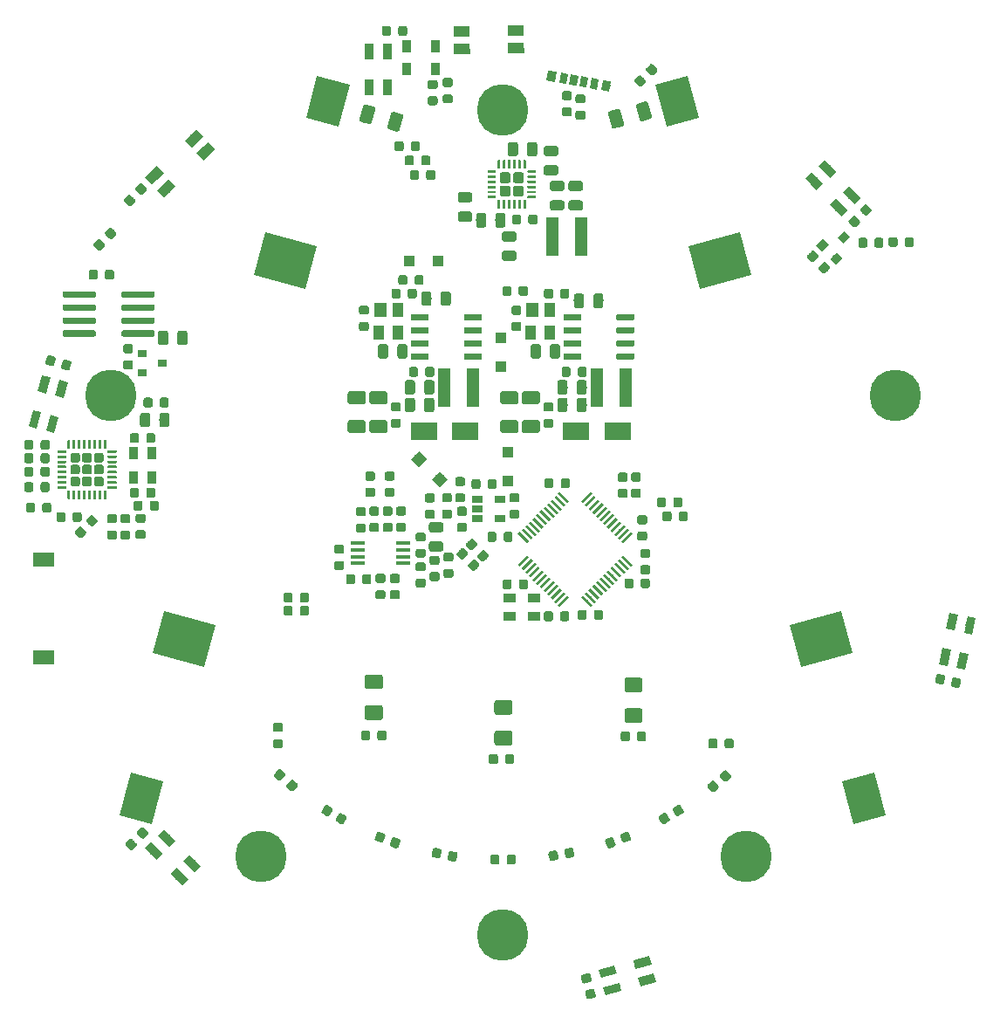
<source format=gbp>
G04 #@! TF.GenerationSoftware,KiCad,Pcbnew,5.0.1*
G04 #@! TF.CreationDate,2019-08-04T23:17:12+02:00*
G04 #@! TF.ProjectId,main,6D61696E2E6B696361645F7063620000,rev?*
G04 #@! TF.SameCoordinates,Original*
G04 #@! TF.FileFunction,Paste,Bot*
G04 #@! TF.FilePolarity,Positive*
%FSLAX46Y46*%
G04 Gerber Fmt 4.6, Leading zero omitted, Abs format (unit mm)*
G04 Created by KiCad (PCBNEW 5.0.1) date So 04 Aug 2019 23:17:12 CEST*
%MOMM*%
%LPD*%
G01*
G04 APERTURE LIST*
%ADD10C,0.100000*%
%ADD11C,0.975000*%
%ADD12C,0.875000*%
%ADD13C,1.000000*%
%ADD14C,1.425000*%
%ADD15C,0.800000*%
%ADD16C,0.850000*%
%ADD17R,0.850000X1.600000*%
%ADD18R,2.000000X1.400000*%
%ADD19C,0.600000*%
%ADD20C,0.250000*%
%ADD21C,0.930000*%
%ADD22R,0.950000X1.200000*%
%ADD23R,0.900000X1.300000*%
%ADD24R,1.200000X0.950000*%
%ADD25R,1.450000X0.450000*%
%ADD26C,1.250000*%
%ADD27R,2.500000X1.800000*%
%ADD28R,1.100000X1.100000*%
%ADD29C,1.100000*%
%ADD30R,1.200000X3.700000*%
%ADD31C,1.050000*%
%ADD32R,1.000000X1.400000*%
%ADD33R,1.200000X1.400000*%
%ADD34R,0.900000X0.800000*%
%ADD35R,1.060000X0.650000*%
%ADD36C,3.300000*%
%ADD37C,4.240000*%
%ADD38C,5.000000*%
%ADD39C,0.700000*%
G04 APERTURE END LIST*
D10*
G04 #@! TO.C,C14*
G36*
X65555142Y-89351174D02*
X65578803Y-89354684D01*
X65602007Y-89360496D01*
X65624529Y-89368554D01*
X65646153Y-89378782D01*
X65666670Y-89391079D01*
X65685883Y-89405329D01*
X65703607Y-89421393D01*
X65719671Y-89439117D01*
X65733921Y-89458330D01*
X65746218Y-89478847D01*
X65756446Y-89500471D01*
X65764504Y-89522993D01*
X65770316Y-89546197D01*
X65773826Y-89569858D01*
X65775000Y-89593750D01*
X65775000Y-90506250D01*
X65773826Y-90530142D01*
X65770316Y-90553803D01*
X65764504Y-90577007D01*
X65756446Y-90599529D01*
X65746218Y-90621153D01*
X65733921Y-90641670D01*
X65719671Y-90660883D01*
X65703607Y-90678607D01*
X65685883Y-90694671D01*
X65666670Y-90708921D01*
X65646153Y-90721218D01*
X65624529Y-90731446D01*
X65602007Y-90739504D01*
X65578803Y-90745316D01*
X65555142Y-90748826D01*
X65531250Y-90750000D01*
X65043750Y-90750000D01*
X65019858Y-90748826D01*
X64996197Y-90745316D01*
X64972993Y-90739504D01*
X64950471Y-90731446D01*
X64928847Y-90721218D01*
X64908330Y-90708921D01*
X64889117Y-90694671D01*
X64871393Y-90678607D01*
X64855329Y-90660883D01*
X64841079Y-90641670D01*
X64828782Y-90621153D01*
X64818554Y-90599529D01*
X64810496Y-90577007D01*
X64804684Y-90553803D01*
X64801174Y-90530142D01*
X64800000Y-90506250D01*
X64800000Y-89593750D01*
X64801174Y-89569858D01*
X64804684Y-89546197D01*
X64810496Y-89522993D01*
X64818554Y-89500471D01*
X64828782Y-89478847D01*
X64841079Y-89458330D01*
X64855329Y-89439117D01*
X64871393Y-89421393D01*
X64889117Y-89405329D01*
X64908330Y-89391079D01*
X64928847Y-89378782D01*
X64950471Y-89368554D01*
X64972993Y-89360496D01*
X64996197Y-89354684D01*
X65019858Y-89351174D01*
X65043750Y-89350000D01*
X65531250Y-89350000D01*
X65555142Y-89351174D01*
X65555142Y-89351174D01*
G37*
D11*
X65287500Y-90050000D03*
D10*
G36*
X67430142Y-89351174D02*
X67453803Y-89354684D01*
X67477007Y-89360496D01*
X67499529Y-89368554D01*
X67521153Y-89378782D01*
X67541670Y-89391079D01*
X67560883Y-89405329D01*
X67578607Y-89421393D01*
X67594671Y-89439117D01*
X67608921Y-89458330D01*
X67621218Y-89478847D01*
X67631446Y-89500471D01*
X67639504Y-89522993D01*
X67645316Y-89546197D01*
X67648826Y-89569858D01*
X67650000Y-89593750D01*
X67650000Y-90506250D01*
X67648826Y-90530142D01*
X67645316Y-90553803D01*
X67639504Y-90577007D01*
X67631446Y-90599529D01*
X67621218Y-90621153D01*
X67608921Y-90641670D01*
X67594671Y-90660883D01*
X67578607Y-90678607D01*
X67560883Y-90694671D01*
X67541670Y-90708921D01*
X67521153Y-90721218D01*
X67499529Y-90731446D01*
X67477007Y-90739504D01*
X67453803Y-90745316D01*
X67430142Y-90748826D01*
X67406250Y-90750000D01*
X66918750Y-90750000D01*
X66894858Y-90748826D01*
X66871197Y-90745316D01*
X66847993Y-90739504D01*
X66825471Y-90731446D01*
X66803847Y-90721218D01*
X66783330Y-90708921D01*
X66764117Y-90694671D01*
X66746393Y-90678607D01*
X66730329Y-90660883D01*
X66716079Y-90641670D01*
X66703782Y-90621153D01*
X66693554Y-90599529D01*
X66685496Y-90577007D01*
X66679684Y-90553803D01*
X66676174Y-90530142D01*
X66675000Y-90506250D01*
X66675000Y-89593750D01*
X66676174Y-89569858D01*
X66679684Y-89546197D01*
X66685496Y-89522993D01*
X66693554Y-89500471D01*
X66703782Y-89478847D01*
X66716079Y-89458330D01*
X66730329Y-89439117D01*
X66746393Y-89421393D01*
X66764117Y-89405329D01*
X66783330Y-89391079D01*
X66803847Y-89378782D01*
X66825471Y-89368554D01*
X66847993Y-89360496D01*
X66871197Y-89354684D01*
X66894858Y-89351174D01*
X66918750Y-89350000D01*
X67406250Y-89350000D01*
X67430142Y-89351174D01*
X67430142Y-89351174D01*
G37*
D11*
X67162500Y-90050000D03*
G04 #@! TD*
D10*
G04 #@! TO.C,FB1*
G36*
X69180142Y-81376174D02*
X69203803Y-81379684D01*
X69227007Y-81385496D01*
X69249529Y-81393554D01*
X69271153Y-81403782D01*
X69291670Y-81416079D01*
X69310883Y-81430329D01*
X69328607Y-81446393D01*
X69344671Y-81464117D01*
X69358921Y-81483330D01*
X69371218Y-81503847D01*
X69381446Y-81525471D01*
X69389504Y-81547993D01*
X69395316Y-81571197D01*
X69398826Y-81594858D01*
X69400000Y-81618750D01*
X69400000Y-82531250D01*
X69398826Y-82555142D01*
X69395316Y-82578803D01*
X69389504Y-82602007D01*
X69381446Y-82624529D01*
X69371218Y-82646153D01*
X69358921Y-82666670D01*
X69344671Y-82685883D01*
X69328607Y-82703607D01*
X69310883Y-82719671D01*
X69291670Y-82733921D01*
X69271153Y-82746218D01*
X69249529Y-82756446D01*
X69227007Y-82764504D01*
X69203803Y-82770316D01*
X69180142Y-82773826D01*
X69156250Y-82775000D01*
X68668750Y-82775000D01*
X68644858Y-82773826D01*
X68621197Y-82770316D01*
X68597993Y-82764504D01*
X68575471Y-82756446D01*
X68553847Y-82746218D01*
X68533330Y-82733921D01*
X68514117Y-82719671D01*
X68496393Y-82703607D01*
X68480329Y-82685883D01*
X68466079Y-82666670D01*
X68453782Y-82646153D01*
X68443554Y-82624529D01*
X68435496Y-82602007D01*
X68429684Y-82578803D01*
X68426174Y-82555142D01*
X68425000Y-82531250D01*
X68425000Y-81618750D01*
X68426174Y-81594858D01*
X68429684Y-81571197D01*
X68435496Y-81547993D01*
X68443554Y-81525471D01*
X68453782Y-81503847D01*
X68466079Y-81483330D01*
X68480329Y-81464117D01*
X68496393Y-81446393D01*
X68514117Y-81430329D01*
X68533330Y-81416079D01*
X68553847Y-81403782D01*
X68575471Y-81393554D01*
X68597993Y-81385496D01*
X68621197Y-81379684D01*
X68644858Y-81376174D01*
X68668750Y-81375000D01*
X69156250Y-81375000D01*
X69180142Y-81376174D01*
X69180142Y-81376174D01*
G37*
D11*
X68912500Y-82075000D03*
D10*
G36*
X67305142Y-81376174D02*
X67328803Y-81379684D01*
X67352007Y-81385496D01*
X67374529Y-81393554D01*
X67396153Y-81403782D01*
X67416670Y-81416079D01*
X67435883Y-81430329D01*
X67453607Y-81446393D01*
X67469671Y-81464117D01*
X67483921Y-81483330D01*
X67496218Y-81503847D01*
X67506446Y-81525471D01*
X67514504Y-81547993D01*
X67520316Y-81571197D01*
X67523826Y-81594858D01*
X67525000Y-81618750D01*
X67525000Y-82531250D01*
X67523826Y-82555142D01*
X67520316Y-82578803D01*
X67514504Y-82602007D01*
X67506446Y-82624529D01*
X67496218Y-82646153D01*
X67483921Y-82666670D01*
X67469671Y-82685883D01*
X67453607Y-82703607D01*
X67435883Y-82719671D01*
X67416670Y-82733921D01*
X67396153Y-82746218D01*
X67374529Y-82756446D01*
X67352007Y-82764504D01*
X67328803Y-82770316D01*
X67305142Y-82773826D01*
X67281250Y-82775000D01*
X66793750Y-82775000D01*
X66769858Y-82773826D01*
X66746197Y-82770316D01*
X66722993Y-82764504D01*
X66700471Y-82756446D01*
X66678847Y-82746218D01*
X66658330Y-82733921D01*
X66639117Y-82719671D01*
X66621393Y-82703607D01*
X66605329Y-82685883D01*
X66591079Y-82666670D01*
X66578782Y-82646153D01*
X66568554Y-82624529D01*
X66560496Y-82602007D01*
X66554684Y-82578803D01*
X66551174Y-82555142D01*
X66550000Y-82531250D01*
X66550000Y-81618750D01*
X66551174Y-81594858D01*
X66554684Y-81571197D01*
X66560496Y-81547993D01*
X66568554Y-81525471D01*
X66578782Y-81503847D01*
X66591079Y-81483330D01*
X66605329Y-81464117D01*
X66621393Y-81446393D01*
X66639117Y-81430329D01*
X66658330Y-81416079D01*
X66678847Y-81403782D01*
X66700471Y-81393554D01*
X66722993Y-81385496D01*
X66746197Y-81379684D01*
X66769858Y-81376174D01*
X66793750Y-81375000D01*
X67281250Y-81375000D01*
X67305142Y-81376174D01*
X67305142Y-81376174D01*
G37*
D11*
X67037500Y-82075000D03*
G04 #@! TD*
D10*
G04 #@! TO.C,R58*
G36*
X92115190Y-76001053D02*
X92136425Y-76004203D01*
X92157249Y-76009419D01*
X92177461Y-76016651D01*
X92196867Y-76025830D01*
X92215280Y-76036866D01*
X92232523Y-76049654D01*
X92248429Y-76064070D01*
X92262845Y-76079976D01*
X92275633Y-76097219D01*
X92286669Y-76115632D01*
X92295848Y-76135038D01*
X92303080Y-76155250D01*
X92308296Y-76176074D01*
X92311446Y-76197309D01*
X92312499Y-76218750D01*
X92312499Y-76731250D01*
X92311446Y-76752691D01*
X92308296Y-76773926D01*
X92303080Y-76794750D01*
X92295848Y-76814962D01*
X92286669Y-76834368D01*
X92275633Y-76852781D01*
X92262845Y-76870024D01*
X92248429Y-76885930D01*
X92232523Y-76900346D01*
X92215280Y-76913134D01*
X92196867Y-76924170D01*
X92177461Y-76933349D01*
X92157249Y-76940581D01*
X92136425Y-76945797D01*
X92115190Y-76948947D01*
X92093749Y-76950000D01*
X91656249Y-76950000D01*
X91634808Y-76948947D01*
X91613573Y-76945797D01*
X91592749Y-76940581D01*
X91572537Y-76933349D01*
X91553131Y-76924170D01*
X91534718Y-76913134D01*
X91517475Y-76900346D01*
X91501569Y-76885930D01*
X91487153Y-76870024D01*
X91474365Y-76852781D01*
X91463329Y-76834368D01*
X91454150Y-76814962D01*
X91446918Y-76794750D01*
X91441702Y-76773926D01*
X91438552Y-76752691D01*
X91437499Y-76731250D01*
X91437499Y-76218750D01*
X91438552Y-76197309D01*
X91441702Y-76176074D01*
X91446918Y-76155250D01*
X91454150Y-76135038D01*
X91463329Y-76115632D01*
X91474365Y-76097219D01*
X91487153Y-76079976D01*
X91501569Y-76064070D01*
X91517475Y-76049654D01*
X91534718Y-76036866D01*
X91553131Y-76025830D01*
X91572537Y-76016651D01*
X91592749Y-76009419D01*
X91613573Y-76004203D01*
X91634808Y-76001053D01*
X91656249Y-76000000D01*
X92093749Y-76000000D01*
X92115190Y-76001053D01*
X92115190Y-76001053D01*
G37*
D12*
X91874999Y-76475000D03*
D10*
G36*
X90540190Y-76001053D02*
X90561425Y-76004203D01*
X90582249Y-76009419D01*
X90602461Y-76016651D01*
X90621867Y-76025830D01*
X90640280Y-76036866D01*
X90657523Y-76049654D01*
X90673429Y-76064070D01*
X90687845Y-76079976D01*
X90700633Y-76097219D01*
X90711669Y-76115632D01*
X90720848Y-76135038D01*
X90728080Y-76155250D01*
X90733296Y-76176074D01*
X90736446Y-76197309D01*
X90737499Y-76218750D01*
X90737499Y-76731250D01*
X90736446Y-76752691D01*
X90733296Y-76773926D01*
X90728080Y-76794750D01*
X90720848Y-76814962D01*
X90711669Y-76834368D01*
X90700633Y-76852781D01*
X90687845Y-76870024D01*
X90673429Y-76885930D01*
X90657523Y-76900346D01*
X90640280Y-76913134D01*
X90621867Y-76924170D01*
X90602461Y-76933349D01*
X90582249Y-76940581D01*
X90561425Y-76945797D01*
X90540190Y-76948947D01*
X90518749Y-76950000D01*
X90081249Y-76950000D01*
X90059808Y-76948947D01*
X90038573Y-76945797D01*
X90017749Y-76940581D01*
X89997537Y-76933349D01*
X89978131Y-76924170D01*
X89959718Y-76913134D01*
X89942475Y-76900346D01*
X89926569Y-76885930D01*
X89912153Y-76870024D01*
X89899365Y-76852781D01*
X89888329Y-76834368D01*
X89879150Y-76814962D01*
X89871918Y-76794750D01*
X89866702Y-76773926D01*
X89863552Y-76752691D01*
X89862499Y-76731250D01*
X89862499Y-76218750D01*
X89863552Y-76197309D01*
X89866702Y-76176074D01*
X89871918Y-76155250D01*
X89879150Y-76135038D01*
X89888329Y-76115632D01*
X89899365Y-76097219D01*
X89912153Y-76079976D01*
X89926569Y-76064070D01*
X89942475Y-76049654D01*
X89959718Y-76036866D01*
X89978131Y-76025830D01*
X89997537Y-76016651D01*
X90017749Y-76009419D01*
X90038573Y-76004203D01*
X90059808Y-76001053D01*
X90081249Y-76000000D01*
X90518749Y-76000000D01*
X90540190Y-76001053D01*
X90540190Y-76001053D01*
G37*
D12*
X90299999Y-76475000D03*
G04 #@! TD*
D10*
G04 #@! TO.C,R57*
G36*
X102215192Y-77051053D02*
X102236427Y-77054203D01*
X102257251Y-77059419D01*
X102277463Y-77066651D01*
X102296869Y-77075830D01*
X102315282Y-77086866D01*
X102332525Y-77099654D01*
X102348431Y-77114070D01*
X102362847Y-77129976D01*
X102375635Y-77147219D01*
X102386671Y-77165632D01*
X102395850Y-77185038D01*
X102403082Y-77205250D01*
X102408298Y-77226074D01*
X102411448Y-77247309D01*
X102412501Y-77268750D01*
X102412501Y-77781250D01*
X102411448Y-77802691D01*
X102408298Y-77823926D01*
X102403082Y-77844750D01*
X102395850Y-77864962D01*
X102386671Y-77884368D01*
X102375635Y-77902781D01*
X102362847Y-77920024D01*
X102348431Y-77935930D01*
X102332525Y-77950346D01*
X102315282Y-77963134D01*
X102296869Y-77974170D01*
X102277463Y-77983349D01*
X102257251Y-77990581D01*
X102236427Y-77995797D01*
X102215192Y-77998947D01*
X102193751Y-78000000D01*
X101756251Y-78000000D01*
X101734810Y-77998947D01*
X101713575Y-77995797D01*
X101692751Y-77990581D01*
X101672539Y-77983349D01*
X101653133Y-77974170D01*
X101634720Y-77963134D01*
X101617477Y-77950346D01*
X101601571Y-77935930D01*
X101587155Y-77920024D01*
X101574367Y-77902781D01*
X101563331Y-77884368D01*
X101554152Y-77864962D01*
X101546920Y-77844750D01*
X101541704Y-77823926D01*
X101538554Y-77802691D01*
X101537501Y-77781250D01*
X101537501Y-77268750D01*
X101538554Y-77247309D01*
X101541704Y-77226074D01*
X101546920Y-77205250D01*
X101554152Y-77185038D01*
X101563331Y-77165632D01*
X101574367Y-77147219D01*
X101587155Y-77129976D01*
X101601571Y-77114070D01*
X101617477Y-77099654D01*
X101634720Y-77086866D01*
X101653133Y-77075830D01*
X101672539Y-77066651D01*
X101692751Y-77059419D01*
X101713575Y-77054203D01*
X101734810Y-77051053D01*
X101756251Y-77050000D01*
X102193751Y-77050000D01*
X102215192Y-77051053D01*
X102215192Y-77051053D01*
G37*
D12*
X101975001Y-77525000D03*
D10*
G36*
X100640192Y-77051053D02*
X100661427Y-77054203D01*
X100682251Y-77059419D01*
X100702463Y-77066651D01*
X100721869Y-77075830D01*
X100740282Y-77086866D01*
X100757525Y-77099654D01*
X100773431Y-77114070D01*
X100787847Y-77129976D01*
X100800635Y-77147219D01*
X100811671Y-77165632D01*
X100820850Y-77185038D01*
X100828082Y-77205250D01*
X100833298Y-77226074D01*
X100836448Y-77247309D01*
X100837501Y-77268750D01*
X100837501Y-77781250D01*
X100836448Y-77802691D01*
X100833298Y-77823926D01*
X100828082Y-77844750D01*
X100820850Y-77864962D01*
X100811671Y-77884368D01*
X100800635Y-77902781D01*
X100787847Y-77920024D01*
X100773431Y-77935930D01*
X100757525Y-77950346D01*
X100740282Y-77963134D01*
X100721869Y-77974170D01*
X100702463Y-77983349D01*
X100682251Y-77990581D01*
X100661427Y-77995797D01*
X100640192Y-77998947D01*
X100618751Y-78000000D01*
X100181251Y-78000000D01*
X100159810Y-77998947D01*
X100138575Y-77995797D01*
X100117751Y-77990581D01*
X100097539Y-77983349D01*
X100078133Y-77974170D01*
X100059720Y-77963134D01*
X100042477Y-77950346D01*
X100026571Y-77935930D01*
X100012155Y-77920024D01*
X99999367Y-77902781D01*
X99988331Y-77884368D01*
X99979152Y-77864962D01*
X99971920Y-77844750D01*
X99966704Y-77823926D01*
X99963554Y-77802691D01*
X99962501Y-77781250D01*
X99962501Y-77268750D01*
X99963554Y-77247309D01*
X99966704Y-77226074D01*
X99971920Y-77205250D01*
X99979152Y-77185038D01*
X99988331Y-77165632D01*
X99999367Y-77147219D01*
X100012155Y-77129976D01*
X100026571Y-77114070D01*
X100042477Y-77099654D01*
X100059720Y-77086866D01*
X100078133Y-77075830D01*
X100097539Y-77066651D01*
X100117751Y-77059419D01*
X100138575Y-77054203D01*
X100159810Y-77051053D01*
X100181251Y-77050000D01*
X100618751Y-77050000D01*
X100640192Y-77051053D01*
X100640192Y-77051053D01*
G37*
D12*
X100400001Y-77525000D03*
G04 #@! TD*
D10*
G04 #@! TO.C,D9*
G36*
X63788077Y-68203274D02*
X63809312Y-68206424D01*
X63830136Y-68211640D01*
X63850348Y-68218872D01*
X63869754Y-68228051D01*
X63888167Y-68239087D01*
X63905410Y-68251875D01*
X63921316Y-68266291D01*
X64283709Y-68628684D01*
X64298125Y-68644590D01*
X64310913Y-68661833D01*
X64321949Y-68680246D01*
X64331128Y-68699652D01*
X64338360Y-68719864D01*
X64343576Y-68740688D01*
X64346726Y-68761923D01*
X64347779Y-68783364D01*
X64346726Y-68804805D01*
X64343576Y-68826040D01*
X64338360Y-68846864D01*
X64331128Y-68867076D01*
X64321949Y-68886482D01*
X64310913Y-68904895D01*
X64298125Y-68922138D01*
X64283709Y-68938044D01*
X63974350Y-69247403D01*
X63958444Y-69261819D01*
X63941201Y-69274607D01*
X63922788Y-69285643D01*
X63903382Y-69294822D01*
X63883170Y-69302054D01*
X63862346Y-69307270D01*
X63841111Y-69310420D01*
X63819670Y-69311473D01*
X63798229Y-69310420D01*
X63776994Y-69307270D01*
X63756170Y-69302054D01*
X63735958Y-69294822D01*
X63716552Y-69285643D01*
X63698139Y-69274607D01*
X63680896Y-69261819D01*
X63664990Y-69247403D01*
X63302597Y-68885010D01*
X63288181Y-68869104D01*
X63275393Y-68851861D01*
X63264357Y-68833448D01*
X63255178Y-68814042D01*
X63247946Y-68793830D01*
X63242730Y-68773006D01*
X63239580Y-68751771D01*
X63238527Y-68730330D01*
X63239580Y-68708889D01*
X63242730Y-68687654D01*
X63247946Y-68666830D01*
X63255178Y-68646618D01*
X63264357Y-68627212D01*
X63275393Y-68608799D01*
X63288181Y-68591556D01*
X63302597Y-68575650D01*
X63611956Y-68266291D01*
X63627862Y-68251875D01*
X63645105Y-68239087D01*
X63663518Y-68228051D01*
X63682924Y-68218872D01*
X63703136Y-68211640D01*
X63723960Y-68206424D01*
X63745195Y-68203274D01*
X63766636Y-68202221D01*
X63788077Y-68203274D01*
X63788077Y-68203274D01*
G37*
D12*
X63793153Y-68756847D03*
D10*
G36*
X64901771Y-67089580D02*
X64923006Y-67092730D01*
X64943830Y-67097946D01*
X64964042Y-67105178D01*
X64983448Y-67114357D01*
X65001861Y-67125393D01*
X65019104Y-67138181D01*
X65035010Y-67152597D01*
X65397403Y-67514990D01*
X65411819Y-67530896D01*
X65424607Y-67548139D01*
X65435643Y-67566552D01*
X65444822Y-67585958D01*
X65452054Y-67606170D01*
X65457270Y-67626994D01*
X65460420Y-67648229D01*
X65461473Y-67669670D01*
X65460420Y-67691111D01*
X65457270Y-67712346D01*
X65452054Y-67733170D01*
X65444822Y-67753382D01*
X65435643Y-67772788D01*
X65424607Y-67791201D01*
X65411819Y-67808444D01*
X65397403Y-67824350D01*
X65088044Y-68133709D01*
X65072138Y-68148125D01*
X65054895Y-68160913D01*
X65036482Y-68171949D01*
X65017076Y-68181128D01*
X64996864Y-68188360D01*
X64976040Y-68193576D01*
X64954805Y-68196726D01*
X64933364Y-68197779D01*
X64911923Y-68196726D01*
X64890688Y-68193576D01*
X64869864Y-68188360D01*
X64849652Y-68181128D01*
X64830246Y-68171949D01*
X64811833Y-68160913D01*
X64794590Y-68148125D01*
X64778684Y-68133709D01*
X64416291Y-67771316D01*
X64401875Y-67755410D01*
X64389087Y-67738167D01*
X64378051Y-67719754D01*
X64368872Y-67700348D01*
X64361640Y-67680136D01*
X64356424Y-67659312D01*
X64353274Y-67638077D01*
X64352221Y-67616636D01*
X64353274Y-67595195D01*
X64356424Y-67573960D01*
X64361640Y-67553136D01*
X64368872Y-67532924D01*
X64378051Y-67513518D01*
X64389087Y-67495105D01*
X64401875Y-67477862D01*
X64416291Y-67461956D01*
X64725650Y-67152597D01*
X64741556Y-67138181D01*
X64758799Y-67125393D01*
X64777212Y-67114357D01*
X64796618Y-67105178D01*
X64816830Y-67097946D01*
X64837654Y-67092730D01*
X64858889Y-67089580D01*
X64880330Y-67088527D01*
X64901771Y-67089580D01*
X64901771Y-67089580D01*
G37*
D12*
X64906847Y-67643153D03*
G04 #@! TD*
D10*
G04 #@! TO.C,R29*
G36*
X101243843Y-63075774D02*
X101267504Y-63079284D01*
X101290708Y-63085096D01*
X101313230Y-63093154D01*
X101334854Y-63103382D01*
X101355371Y-63115679D01*
X101374584Y-63129929D01*
X101392308Y-63145993D01*
X101408372Y-63163717D01*
X101422622Y-63182930D01*
X101434919Y-63203447D01*
X101445147Y-63225071D01*
X101453205Y-63247593D01*
X101459017Y-63270797D01*
X101462527Y-63294458D01*
X101463701Y-63318350D01*
X101463701Y-64230850D01*
X101462527Y-64254742D01*
X101459017Y-64278403D01*
X101453205Y-64301607D01*
X101445147Y-64324129D01*
X101434919Y-64345753D01*
X101422622Y-64366270D01*
X101408372Y-64385483D01*
X101392308Y-64403207D01*
X101374584Y-64419271D01*
X101355371Y-64433521D01*
X101334854Y-64445818D01*
X101313230Y-64456046D01*
X101290708Y-64464104D01*
X101267504Y-64469916D01*
X101243843Y-64473426D01*
X101219951Y-64474600D01*
X100732451Y-64474600D01*
X100708559Y-64473426D01*
X100684898Y-64469916D01*
X100661694Y-64464104D01*
X100639172Y-64456046D01*
X100617548Y-64445818D01*
X100597031Y-64433521D01*
X100577818Y-64419271D01*
X100560094Y-64403207D01*
X100544030Y-64385483D01*
X100529780Y-64366270D01*
X100517483Y-64345753D01*
X100507255Y-64324129D01*
X100499197Y-64301607D01*
X100493385Y-64278403D01*
X100489875Y-64254742D01*
X100488701Y-64230850D01*
X100488701Y-63318350D01*
X100489875Y-63294458D01*
X100493385Y-63270797D01*
X100499197Y-63247593D01*
X100507255Y-63225071D01*
X100517483Y-63203447D01*
X100529780Y-63182930D01*
X100544030Y-63163717D01*
X100560094Y-63145993D01*
X100577818Y-63129929D01*
X100597031Y-63115679D01*
X100617548Y-63103382D01*
X100639172Y-63093154D01*
X100661694Y-63085096D01*
X100684898Y-63079284D01*
X100708559Y-63075774D01*
X100732451Y-63074600D01*
X101219951Y-63074600D01*
X101243843Y-63075774D01*
X101243843Y-63075774D01*
G37*
D11*
X100976201Y-63774600D03*
D10*
G36*
X103118843Y-63075774D02*
X103142504Y-63079284D01*
X103165708Y-63085096D01*
X103188230Y-63093154D01*
X103209854Y-63103382D01*
X103230371Y-63115679D01*
X103249584Y-63129929D01*
X103267308Y-63145993D01*
X103283372Y-63163717D01*
X103297622Y-63182930D01*
X103309919Y-63203447D01*
X103320147Y-63225071D01*
X103328205Y-63247593D01*
X103334017Y-63270797D01*
X103337527Y-63294458D01*
X103338701Y-63318350D01*
X103338701Y-64230850D01*
X103337527Y-64254742D01*
X103334017Y-64278403D01*
X103328205Y-64301607D01*
X103320147Y-64324129D01*
X103309919Y-64345753D01*
X103297622Y-64366270D01*
X103283372Y-64385483D01*
X103267308Y-64403207D01*
X103249584Y-64419271D01*
X103230371Y-64433521D01*
X103209854Y-64445818D01*
X103188230Y-64456046D01*
X103165708Y-64464104D01*
X103142504Y-64469916D01*
X103118843Y-64473426D01*
X103094951Y-64474600D01*
X102607451Y-64474600D01*
X102583559Y-64473426D01*
X102559898Y-64469916D01*
X102536694Y-64464104D01*
X102514172Y-64456046D01*
X102492548Y-64445818D01*
X102472031Y-64433521D01*
X102452818Y-64419271D01*
X102435094Y-64403207D01*
X102419030Y-64385483D01*
X102404780Y-64366270D01*
X102392483Y-64345753D01*
X102382255Y-64324129D01*
X102374197Y-64301607D01*
X102368385Y-64278403D01*
X102364875Y-64254742D01*
X102363701Y-64230850D01*
X102363701Y-63318350D01*
X102364875Y-63294458D01*
X102368385Y-63270797D01*
X102374197Y-63247593D01*
X102382255Y-63225071D01*
X102392483Y-63203447D01*
X102404780Y-63182930D01*
X102419030Y-63163717D01*
X102435094Y-63145993D01*
X102452818Y-63129929D01*
X102472031Y-63115679D01*
X102492548Y-63103382D01*
X102514172Y-63093154D01*
X102536694Y-63085096D01*
X102559898Y-63079284D01*
X102583559Y-63075774D01*
X102607451Y-63074600D01*
X103094951Y-63074600D01*
X103118843Y-63075774D01*
X103118843Y-63075774D01*
G37*
D11*
X102851201Y-63774600D03*
G04 #@! TD*
D13*
G04 #@! TO.C,T2*
X66200498Y-66318595D03*
D10*
G36*
X65974698Y-67212821D02*
X65292700Y-66481467D01*
X66426298Y-65424369D01*
X67108296Y-66155723D01*
X65974698Y-67212821D01*
X65974698Y-67212821D01*
G37*
D13*
X70040105Y-62738104D03*
D10*
G36*
X69814305Y-63632330D02*
X69132307Y-62900976D01*
X70265905Y-61843878D01*
X70947903Y-62575232D01*
X69814305Y-63632330D01*
X69814305Y-63632330D01*
G37*
D13*
X71199502Y-63981405D03*
D10*
G36*
X70973702Y-64875631D02*
X70291704Y-64144277D01*
X71425302Y-63087179D01*
X72107300Y-63818533D01*
X70973702Y-64875631D01*
X70973702Y-64875631D01*
G37*
D13*
X67359895Y-67561896D03*
D10*
G36*
X67134095Y-68456122D02*
X66452097Y-67724768D01*
X67585695Y-66667670D01*
X68267693Y-67399024D01*
X67134095Y-68456122D01*
X67134095Y-68456122D01*
G37*
G04 #@! TD*
D13*
G04 #@! TO.C,T1*
X96040234Y-54045683D03*
D10*
G36*
X95274078Y-54559132D02*
X95256626Y-53559285D01*
X96806390Y-53532234D01*
X96823842Y-54532081D01*
X95274078Y-54559132D01*
X95274078Y-54559132D01*
G37*
D13*
X101289435Y-53954058D03*
D10*
G36*
X100523279Y-54467507D02*
X100505827Y-53467660D01*
X102055591Y-53440609D01*
X102073043Y-54440456D01*
X100523279Y-54467507D01*
X100523279Y-54467507D01*
G37*
D13*
X101259766Y-52254317D03*
D10*
G36*
X100493610Y-52767766D02*
X100476158Y-51767919D01*
X102025922Y-51740868D01*
X102043374Y-52740715D01*
X100493610Y-52767766D01*
X100493610Y-52767766D01*
G37*
D13*
X96010565Y-52345942D03*
D10*
G36*
X95244409Y-52859391D02*
X95226957Y-51859544D01*
X96776721Y-51832493D01*
X96794173Y-52832340D01*
X95244409Y-52859391D01*
X95244409Y-52859391D01*
G37*
G04 #@! TD*
G04 #@! TO.C,LED8*
G36*
X88125704Y-114725804D02*
X88149973Y-114729404D01*
X88173771Y-114735365D01*
X88196871Y-114743630D01*
X88219049Y-114754120D01*
X88240093Y-114766733D01*
X88259798Y-114781347D01*
X88277977Y-114797823D01*
X88294453Y-114816002D01*
X88309067Y-114835707D01*
X88321680Y-114856751D01*
X88332170Y-114878929D01*
X88340435Y-114902029D01*
X88346396Y-114925827D01*
X88349996Y-114950096D01*
X88351200Y-114974600D01*
X88351200Y-115899600D01*
X88349996Y-115924104D01*
X88346396Y-115948373D01*
X88340435Y-115972171D01*
X88332170Y-115995271D01*
X88321680Y-116017449D01*
X88309067Y-116038493D01*
X88294453Y-116058198D01*
X88277977Y-116076377D01*
X88259798Y-116092853D01*
X88240093Y-116107467D01*
X88219049Y-116120080D01*
X88196871Y-116130570D01*
X88173771Y-116138835D01*
X88149973Y-116144796D01*
X88125704Y-116148396D01*
X88101200Y-116149600D01*
X86851200Y-116149600D01*
X86826696Y-116148396D01*
X86802427Y-116144796D01*
X86778629Y-116138835D01*
X86755529Y-116130570D01*
X86733351Y-116120080D01*
X86712307Y-116107467D01*
X86692602Y-116092853D01*
X86674423Y-116076377D01*
X86657947Y-116058198D01*
X86643333Y-116038493D01*
X86630720Y-116017449D01*
X86620230Y-115995271D01*
X86611965Y-115972171D01*
X86606004Y-115948373D01*
X86602404Y-115924104D01*
X86601200Y-115899600D01*
X86601200Y-114974600D01*
X86602404Y-114950096D01*
X86606004Y-114925827D01*
X86611965Y-114902029D01*
X86620230Y-114878929D01*
X86630720Y-114856751D01*
X86643333Y-114835707D01*
X86657947Y-114816002D01*
X86674423Y-114797823D01*
X86692602Y-114781347D01*
X86712307Y-114766733D01*
X86733351Y-114754120D01*
X86755529Y-114743630D01*
X86778629Y-114735365D01*
X86802427Y-114729404D01*
X86826696Y-114725804D01*
X86851200Y-114724600D01*
X88101200Y-114724600D01*
X88125704Y-114725804D01*
X88125704Y-114725804D01*
G37*
D14*
X87476200Y-115437100D03*
D10*
G36*
X88125704Y-117700804D02*
X88149973Y-117704404D01*
X88173771Y-117710365D01*
X88196871Y-117718630D01*
X88219049Y-117729120D01*
X88240093Y-117741733D01*
X88259798Y-117756347D01*
X88277977Y-117772823D01*
X88294453Y-117791002D01*
X88309067Y-117810707D01*
X88321680Y-117831751D01*
X88332170Y-117853929D01*
X88340435Y-117877029D01*
X88346396Y-117900827D01*
X88349996Y-117925096D01*
X88351200Y-117949600D01*
X88351200Y-118874600D01*
X88349996Y-118899104D01*
X88346396Y-118923373D01*
X88340435Y-118947171D01*
X88332170Y-118970271D01*
X88321680Y-118992449D01*
X88309067Y-119013493D01*
X88294453Y-119033198D01*
X88277977Y-119051377D01*
X88259798Y-119067853D01*
X88240093Y-119082467D01*
X88219049Y-119095080D01*
X88196871Y-119105570D01*
X88173771Y-119113835D01*
X88149973Y-119119796D01*
X88125704Y-119123396D01*
X88101200Y-119124600D01*
X86851200Y-119124600D01*
X86826696Y-119123396D01*
X86802427Y-119119796D01*
X86778629Y-119113835D01*
X86755529Y-119105570D01*
X86733351Y-119095080D01*
X86712307Y-119082467D01*
X86692602Y-119067853D01*
X86674423Y-119051377D01*
X86657947Y-119033198D01*
X86643333Y-119013493D01*
X86630720Y-118992449D01*
X86620230Y-118970271D01*
X86611965Y-118947171D01*
X86606004Y-118923373D01*
X86602404Y-118899104D01*
X86601200Y-118874600D01*
X86601200Y-117949600D01*
X86602404Y-117925096D01*
X86606004Y-117900827D01*
X86611965Y-117877029D01*
X86620230Y-117853929D01*
X86630720Y-117831751D01*
X86643333Y-117810707D01*
X86657947Y-117791002D01*
X86674423Y-117772823D01*
X86692602Y-117756347D01*
X86712307Y-117741733D01*
X86733351Y-117729120D01*
X86755529Y-117718630D01*
X86778629Y-117710365D01*
X86802427Y-117704404D01*
X86826696Y-117700804D01*
X86851200Y-117699600D01*
X88101200Y-117699600D01*
X88125704Y-117700804D01*
X88125704Y-117700804D01*
G37*
D14*
X87476200Y-118412100D03*
G04 #@! TD*
D10*
G04 #@! TO.C,LED7*
G36*
X100699504Y-120176204D02*
X100723773Y-120179804D01*
X100747571Y-120185765D01*
X100770671Y-120194030D01*
X100792849Y-120204520D01*
X100813893Y-120217133D01*
X100833598Y-120231747D01*
X100851777Y-120248223D01*
X100868253Y-120266402D01*
X100882867Y-120286107D01*
X100895480Y-120307151D01*
X100905970Y-120329329D01*
X100914235Y-120352429D01*
X100920196Y-120376227D01*
X100923796Y-120400496D01*
X100925000Y-120425000D01*
X100925000Y-121350000D01*
X100923796Y-121374504D01*
X100920196Y-121398773D01*
X100914235Y-121422571D01*
X100905970Y-121445671D01*
X100895480Y-121467849D01*
X100882867Y-121488893D01*
X100868253Y-121508598D01*
X100851777Y-121526777D01*
X100833598Y-121543253D01*
X100813893Y-121557867D01*
X100792849Y-121570480D01*
X100770671Y-121580970D01*
X100747571Y-121589235D01*
X100723773Y-121595196D01*
X100699504Y-121598796D01*
X100675000Y-121600000D01*
X99425000Y-121600000D01*
X99400496Y-121598796D01*
X99376227Y-121595196D01*
X99352429Y-121589235D01*
X99329329Y-121580970D01*
X99307151Y-121570480D01*
X99286107Y-121557867D01*
X99266402Y-121543253D01*
X99248223Y-121526777D01*
X99231747Y-121508598D01*
X99217133Y-121488893D01*
X99204520Y-121467849D01*
X99194030Y-121445671D01*
X99185765Y-121422571D01*
X99179804Y-121398773D01*
X99176204Y-121374504D01*
X99175000Y-121350000D01*
X99175000Y-120425000D01*
X99176204Y-120400496D01*
X99179804Y-120376227D01*
X99185765Y-120352429D01*
X99194030Y-120329329D01*
X99204520Y-120307151D01*
X99217133Y-120286107D01*
X99231747Y-120266402D01*
X99248223Y-120248223D01*
X99266402Y-120231747D01*
X99286107Y-120217133D01*
X99307151Y-120204520D01*
X99329329Y-120194030D01*
X99352429Y-120185765D01*
X99376227Y-120179804D01*
X99400496Y-120176204D01*
X99425000Y-120175000D01*
X100675000Y-120175000D01*
X100699504Y-120176204D01*
X100699504Y-120176204D01*
G37*
D14*
X100050000Y-120887500D03*
D10*
G36*
X100699504Y-117201204D02*
X100723773Y-117204804D01*
X100747571Y-117210765D01*
X100770671Y-117219030D01*
X100792849Y-117229520D01*
X100813893Y-117242133D01*
X100833598Y-117256747D01*
X100851777Y-117273223D01*
X100868253Y-117291402D01*
X100882867Y-117311107D01*
X100895480Y-117332151D01*
X100905970Y-117354329D01*
X100914235Y-117377429D01*
X100920196Y-117401227D01*
X100923796Y-117425496D01*
X100925000Y-117450000D01*
X100925000Y-118375000D01*
X100923796Y-118399504D01*
X100920196Y-118423773D01*
X100914235Y-118447571D01*
X100905970Y-118470671D01*
X100895480Y-118492849D01*
X100882867Y-118513893D01*
X100868253Y-118533598D01*
X100851777Y-118551777D01*
X100833598Y-118568253D01*
X100813893Y-118582867D01*
X100792849Y-118595480D01*
X100770671Y-118605970D01*
X100747571Y-118614235D01*
X100723773Y-118620196D01*
X100699504Y-118623796D01*
X100675000Y-118625000D01*
X99425000Y-118625000D01*
X99400496Y-118623796D01*
X99376227Y-118620196D01*
X99352429Y-118614235D01*
X99329329Y-118605970D01*
X99307151Y-118595480D01*
X99286107Y-118582867D01*
X99266402Y-118568253D01*
X99248223Y-118551777D01*
X99231747Y-118533598D01*
X99217133Y-118513893D01*
X99204520Y-118492849D01*
X99194030Y-118470671D01*
X99185765Y-118447571D01*
X99179804Y-118423773D01*
X99176204Y-118399504D01*
X99175000Y-118375000D01*
X99175000Y-117450000D01*
X99176204Y-117425496D01*
X99179804Y-117401227D01*
X99185765Y-117377429D01*
X99194030Y-117354329D01*
X99204520Y-117332151D01*
X99217133Y-117311107D01*
X99231747Y-117291402D01*
X99248223Y-117273223D01*
X99266402Y-117256747D01*
X99286107Y-117242133D01*
X99307151Y-117229520D01*
X99329329Y-117219030D01*
X99352429Y-117210765D01*
X99376227Y-117204804D01*
X99400496Y-117201204D01*
X99425000Y-117200000D01*
X100675000Y-117200000D01*
X100699504Y-117201204D01*
X100699504Y-117201204D01*
G37*
D14*
X100050000Y-117912500D03*
G04 #@! TD*
D10*
G04 #@! TO.C,LED6*
G36*
X113325704Y-115025804D02*
X113349973Y-115029404D01*
X113373771Y-115035365D01*
X113396871Y-115043630D01*
X113419049Y-115054120D01*
X113440093Y-115066733D01*
X113459798Y-115081347D01*
X113477977Y-115097823D01*
X113494453Y-115116002D01*
X113509067Y-115135707D01*
X113521680Y-115156751D01*
X113532170Y-115178929D01*
X113540435Y-115202029D01*
X113546396Y-115225827D01*
X113549996Y-115250096D01*
X113551200Y-115274600D01*
X113551200Y-116199600D01*
X113549996Y-116224104D01*
X113546396Y-116248373D01*
X113540435Y-116272171D01*
X113532170Y-116295271D01*
X113521680Y-116317449D01*
X113509067Y-116338493D01*
X113494453Y-116358198D01*
X113477977Y-116376377D01*
X113459798Y-116392853D01*
X113440093Y-116407467D01*
X113419049Y-116420080D01*
X113396871Y-116430570D01*
X113373771Y-116438835D01*
X113349973Y-116444796D01*
X113325704Y-116448396D01*
X113301200Y-116449600D01*
X112051200Y-116449600D01*
X112026696Y-116448396D01*
X112002427Y-116444796D01*
X111978629Y-116438835D01*
X111955529Y-116430570D01*
X111933351Y-116420080D01*
X111912307Y-116407467D01*
X111892602Y-116392853D01*
X111874423Y-116376377D01*
X111857947Y-116358198D01*
X111843333Y-116338493D01*
X111830720Y-116317449D01*
X111820230Y-116295271D01*
X111811965Y-116272171D01*
X111806004Y-116248373D01*
X111802404Y-116224104D01*
X111801200Y-116199600D01*
X111801200Y-115274600D01*
X111802404Y-115250096D01*
X111806004Y-115225827D01*
X111811965Y-115202029D01*
X111820230Y-115178929D01*
X111830720Y-115156751D01*
X111843333Y-115135707D01*
X111857947Y-115116002D01*
X111874423Y-115097823D01*
X111892602Y-115081347D01*
X111912307Y-115066733D01*
X111933351Y-115054120D01*
X111955529Y-115043630D01*
X111978629Y-115035365D01*
X112002427Y-115029404D01*
X112026696Y-115025804D01*
X112051200Y-115024600D01*
X113301200Y-115024600D01*
X113325704Y-115025804D01*
X113325704Y-115025804D01*
G37*
D14*
X112676200Y-115737100D03*
D10*
G36*
X113325704Y-118000804D02*
X113349973Y-118004404D01*
X113373771Y-118010365D01*
X113396871Y-118018630D01*
X113419049Y-118029120D01*
X113440093Y-118041733D01*
X113459798Y-118056347D01*
X113477977Y-118072823D01*
X113494453Y-118091002D01*
X113509067Y-118110707D01*
X113521680Y-118131751D01*
X113532170Y-118153929D01*
X113540435Y-118177029D01*
X113546396Y-118200827D01*
X113549996Y-118225096D01*
X113551200Y-118249600D01*
X113551200Y-119174600D01*
X113549996Y-119199104D01*
X113546396Y-119223373D01*
X113540435Y-119247171D01*
X113532170Y-119270271D01*
X113521680Y-119292449D01*
X113509067Y-119313493D01*
X113494453Y-119333198D01*
X113477977Y-119351377D01*
X113459798Y-119367853D01*
X113440093Y-119382467D01*
X113419049Y-119395080D01*
X113396871Y-119405570D01*
X113373771Y-119413835D01*
X113349973Y-119419796D01*
X113325704Y-119423396D01*
X113301200Y-119424600D01*
X112051200Y-119424600D01*
X112026696Y-119423396D01*
X112002427Y-119419796D01*
X111978629Y-119413835D01*
X111955529Y-119405570D01*
X111933351Y-119395080D01*
X111912307Y-119382467D01*
X111892602Y-119367853D01*
X111874423Y-119351377D01*
X111857947Y-119333198D01*
X111843333Y-119313493D01*
X111830720Y-119292449D01*
X111820230Y-119270271D01*
X111811965Y-119247171D01*
X111806004Y-119223373D01*
X111802404Y-119199104D01*
X111801200Y-119174600D01*
X111801200Y-118249600D01*
X111802404Y-118225096D01*
X111806004Y-118200827D01*
X111811965Y-118177029D01*
X111820230Y-118153929D01*
X111830720Y-118131751D01*
X111843333Y-118110707D01*
X111857947Y-118091002D01*
X111874423Y-118072823D01*
X111892602Y-118056347D01*
X111912307Y-118041733D01*
X111933351Y-118029120D01*
X111955529Y-118018630D01*
X111978629Y-118010365D01*
X112002427Y-118004404D01*
X112026696Y-118000804D01*
X112051200Y-117999600D01*
X113301200Y-117999600D01*
X113325704Y-118000804D01*
X113325704Y-118000804D01*
G37*
D14*
X112676200Y-118712100D03*
G04 #@! TD*
D15*
G04 #@! TO.C,Q4*
X132361701Y-74397487D03*
D10*
G36*
X132326346Y-74998528D02*
X131760660Y-74432842D01*
X132397056Y-73796446D01*
X132962742Y-74362132D01*
X132326346Y-74998528D01*
X132326346Y-74998528D01*
G37*
D15*
X131018198Y-73053984D03*
D10*
G36*
X130982843Y-73655025D02*
X130417157Y-73089339D01*
X131053553Y-72452943D01*
X131619239Y-73018629D01*
X130982843Y-73655025D01*
X130982843Y-73655025D01*
G37*
D15*
X133104163Y-72311522D03*
D10*
G36*
X133068808Y-72912563D02*
X132503122Y-72346877D01*
X133139518Y-71710481D01*
X133705204Y-72276167D01*
X133068808Y-72912563D01*
X133068808Y-72912563D01*
G37*
G04 #@! TD*
G04 #@! TO.C,R56*
G36*
X131234094Y-74718959D02*
X131255329Y-74722109D01*
X131276153Y-74727325D01*
X131296365Y-74734557D01*
X131315771Y-74743736D01*
X131334184Y-74754772D01*
X131351427Y-74767560D01*
X131367333Y-74781976D01*
X131676692Y-75091335D01*
X131691108Y-75107241D01*
X131703896Y-75124484D01*
X131714932Y-75142897D01*
X131724111Y-75162303D01*
X131731343Y-75182515D01*
X131736559Y-75203339D01*
X131739709Y-75224574D01*
X131740762Y-75246015D01*
X131739709Y-75267456D01*
X131736559Y-75288691D01*
X131731343Y-75309515D01*
X131724111Y-75329727D01*
X131714932Y-75349133D01*
X131703896Y-75367546D01*
X131691108Y-75384789D01*
X131676692Y-75400695D01*
X131314299Y-75763088D01*
X131298393Y-75777504D01*
X131281150Y-75790292D01*
X131262737Y-75801328D01*
X131243331Y-75810507D01*
X131223119Y-75817739D01*
X131202295Y-75822955D01*
X131181060Y-75826105D01*
X131159619Y-75827158D01*
X131138178Y-75826105D01*
X131116943Y-75822955D01*
X131096119Y-75817739D01*
X131075907Y-75810507D01*
X131056501Y-75801328D01*
X131038088Y-75790292D01*
X131020845Y-75777504D01*
X131004939Y-75763088D01*
X130695580Y-75453729D01*
X130681164Y-75437823D01*
X130668376Y-75420580D01*
X130657340Y-75402167D01*
X130648161Y-75382761D01*
X130640929Y-75362549D01*
X130635713Y-75341725D01*
X130632563Y-75320490D01*
X130631510Y-75299049D01*
X130632563Y-75277608D01*
X130635713Y-75256373D01*
X130640929Y-75235549D01*
X130648161Y-75215337D01*
X130657340Y-75195931D01*
X130668376Y-75177518D01*
X130681164Y-75160275D01*
X130695580Y-75144369D01*
X131057973Y-74781976D01*
X131073879Y-74767560D01*
X131091122Y-74754772D01*
X131109535Y-74743736D01*
X131128941Y-74734557D01*
X131149153Y-74727325D01*
X131169977Y-74722109D01*
X131191212Y-74718959D01*
X131212653Y-74717906D01*
X131234094Y-74718959D01*
X131234094Y-74718959D01*
G37*
D12*
X131186136Y-75272532D03*
D10*
G36*
X130120400Y-73605265D02*
X130141635Y-73608415D01*
X130162459Y-73613631D01*
X130182671Y-73620863D01*
X130202077Y-73630042D01*
X130220490Y-73641078D01*
X130237733Y-73653866D01*
X130253639Y-73668282D01*
X130562998Y-73977641D01*
X130577414Y-73993547D01*
X130590202Y-74010790D01*
X130601238Y-74029203D01*
X130610417Y-74048609D01*
X130617649Y-74068821D01*
X130622865Y-74089645D01*
X130626015Y-74110880D01*
X130627068Y-74132321D01*
X130626015Y-74153762D01*
X130622865Y-74174997D01*
X130617649Y-74195821D01*
X130610417Y-74216033D01*
X130601238Y-74235439D01*
X130590202Y-74253852D01*
X130577414Y-74271095D01*
X130562998Y-74287001D01*
X130200605Y-74649394D01*
X130184699Y-74663810D01*
X130167456Y-74676598D01*
X130149043Y-74687634D01*
X130129637Y-74696813D01*
X130109425Y-74704045D01*
X130088601Y-74709261D01*
X130067366Y-74712411D01*
X130045925Y-74713464D01*
X130024484Y-74712411D01*
X130003249Y-74709261D01*
X129982425Y-74704045D01*
X129962213Y-74696813D01*
X129942807Y-74687634D01*
X129924394Y-74676598D01*
X129907151Y-74663810D01*
X129891245Y-74649394D01*
X129581886Y-74340035D01*
X129567470Y-74324129D01*
X129554682Y-74306886D01*
X129543646Y-74288473D01*
X129534467Y-74269067D01*
X129527235Y-74248855D01*
X129522019Y-74228031D01*
X129518869Y-74206796D01*
X129517816Y-74185355D01*
X129518869Y-74163914D01*
X129522019Y-74142679D01*
X129527235Y-74121855D01*
X129534467Y-74101643D01*
X129543646Y-74082237D01*
X129554682Y-74063824D01*
X129567470Y-74046581D01*
X129581886Y-74030675D01*
X129944279Y-73668282D01*
X129960185Y-73653866D01*
X129977428Y-73641078D01*
X129995841Y-73630042D01*
X130015247Y-73620863D01*
X130035459Y-73613631D01*
X130056283Y-73608415D01*
X130077518Y-73605265D01*
X130098959Y-73604212D01*
X130120400Y-73605265D01*
X130120400Y-73605265D01*
G37*
D12*
X130072442Y-74158838D03*
G04 #@! TD*
D16*
G04 #@! TO.C,LED5*
X143607966Y-109606319D03*
D10*
G36*
X143358583Y-108735438D02*
X144190008Y-108912163D01*
X143857349Y-110477200D01*
X143025924Y-110300475D01*
X143358583Y-108735438D01*
X143358583Y-108735438D01*
G37*
D16*
X145319725Y-109970164D03*
D10*
G36*
X145070342Y-109099283D02*
X145901767Y-109276008D01*
X145569108Y-110841045D01*
X144737683Y-110664320D01*
X145070342Y-109099283D01*
X145070342Y-109099283D01*
G37*
D16*
X142880275Y-113029836D03*
D10*
G36*
X142630892Y-112158955D02*
X143462317Y-112335680D01*
X143129658Y-113900717D01*
X142298233Y-113723992D01*
X142630892Y-112158955D01*
X142630892Y-112158955D01*
G37*
D16*
X144592034Y-113393681D03*
D10*
G36*
X144342651Y-112522800D02*
X145174076Y-112699525D01*
X144841417Y-114264562D01*
X144009992Y-114087837D01*
X144342651Y-112522800D01*
X144342651Y-112522800D01*
G37*
G04 #@! TD*
G04 #@! TO.C,C57*
G36*
X108315635Y-143694835D02*
X108336755Y-143698678D01*
X108357397Y-143704573D01*
X108377362Y-143712462D01*
X108396457Y-143722271D01*
X108414499Y-143733904D01*
X108431314Y-143747249D01*
X108446740Y-143762178D01*
X108460628Y-143778547D01*
X108472845Y-143796199D01*
X108483273Y-143814963D01*
X108491811Y-143834659D01*
X108498378Y-143855098D01*
X108611611Y-144277691D01*
X108616143Y-144298674D01*
X108618597Y-144320000D01*
X108618948Y-144341465D01*
X108617194Y-144362860D01*
X108613351Y-144383980D01*
X108607456Y-144404622D01*
X108599566Y-144424587D01*
X108589758Y-144443682D01*
X108578125Y-144461724D01*
X108564780Y-144478539D01*
X108549851Y-144493965D01*
X108533481Y-144507853D01*
X108515830Y-144520070D01*
X108497065Y-144530498D01*
X108477369Y-144539036D01*
X108456932Y-144545603D01*
X107961895Y-144678248D01*
X107940911Y-144682780D01*
X107919585Y-144685234D01*
X107898121Y-144685585D01*
X107876725Y-144683831D01*
X107855605Y-144679988D01*
X107834963Y-144674093D01*
X107814998Y-144666204D01*
X107795903Y-144656395D01*
X107777861Y-144644762D01*
X107761046Y-144631417D01*
X107745620Y-144616488D01*
X107731732Y-144600119D01*
X107719515Y-144582467D01*
X107709087Y-144563703D01*
X107700549Y-144544007D01*
X107693982Y-144523568D01*
X107580749Y-144100975D01*
X107576217Y-144079992D01*
X107573763Y-144058666D01*
X107573412Y-144037201D01*
X107575166Y-144015806D01*
X107579009Y-143994686D01*
X107584904Y-143974044D01*
X107592794Y-143954079D01*
X107602602Y-143934984D01*
X107614235Y-143916942D01*
X107627580Y-143900127D01*
X107642509Y-143884701D01*
X107658879Y-143870813D01*
X107676530Y-143858596D01*
X107695295Y-143848168D01*
X107714991Y-143839630D01*
X107735428Y-143833063D01*
X108230465Y-143700418D01*
X108251449Y-143695886D01*
X108272775Y-143693432D01*
X108294239Y-143693081D01*
X108315635Y-143694835D01*
X108315635Y-143694835D01*
G37*
D12*
X108096180Y-144189333D03*
D10*
G36*
X108723275Y-145216169D02*
X108744395Y-145220012D01*
X108765037Y-145225907D01*
X108785002Y-145233796D01*
X108804097Y-145243605D01*
X108822139Y-145255238D01*
X108838954Y-145268583D01*
X108854380Y-145283512D01*
X108868268Y-145299881D01*
X108880485Y-145317533D01*
X108890913Y-145336297D01*
X108899451Y-145355993D01*
X108906018Y-145376432D01*
X109019251Y-145799025D01*
X109023783Y-145820008D01*
X109026237Y-145841334D01*
X109026588Y-145862799D01*
X109024834Y-145884194D01*
X109020991Y-145905314D01*
X109015096Y-145925956D01*
X109007206Y-145945921D01*
X108997398Y-145965016D01*
X108985765Y-145983058D01*
X108972420Y-145999873D01*
X108957491Y-146015299D01*
X108941121Y-146029187D01*
X108923470Y-146041404D01*
X108904705Y-146051832D01*
X108885009Y-146060370D01*
X108864572Y-146066937D01*
X108369535Y-146199582D01*
X108348551Y-146204114D01*
X108327225Y-146206568D01*
X108305761Y-146206919D01*
X108284365Y-146205165D01*
X108263245Y-146201322D01*
X108242603Y-146195427D01*
X108222638Y-146187538D01*
X108203543Y-146177729D01*
X108185501Y-146166096D01*
X108168686Y-146152751D01*
X108153260Y-146137822D01*
X108139372Y-146121453D01*
X108127155Y-146103801D01*
X108116727Y-146085037D01*
X108108189Y-146065341D01*
X108101622Y-146044902D01*
X107988389Y-145622309D01*
X107983857Y-145601326D01*
X107981403Y-145580000D01*
X107981052Y-145558535D01*
X107982806Y-145537140D01*
X107986649Y-145516020D01*
X107992544Y-145495378D01*
X108000434Y-145475413D01*
X108010242Y-145456318D01*
X108021875Y-145438276D01*
X108035220Y-145421461D01*
X108050149Y-145406035D01*
X108066519Y-145392147D01*
X108084170Y-145379930D01*
X108102935Y-145369502D01*
X108122631Y-145360964D01*
X108143068Y-145354397D01*
X108638105Y-145221752D01*
X108659089Y-145217220D01*
X108680415Y-145214766D01*
X108701879Y-145214415D01*
X108723275Y-145216169D01*
X108723275Y-145216169D01*
G37*
D12*
X108503820Y-145710667D03*
G04 #@! TD*
D16*
G04 #@! TO.C,LED9*
X113554611Y-142643602D03*
D10*
G36*
X114217354Y-142026028D02*
X114437350Y-142847065D01*
X112891868Y-143261176D01*
X112671872Y-142440139D01*
X114217354Y-142026028D01*
X114217354Y-142026028D01*
G37*
D16*
X114007545Y-144333972D03*
D10*
G36*
X114670288Y-143716398D02*
X114890284Y-144537435D01*
X113344802Y-144951546D01*
X113124806Y-144130509D01*
X114670288Y-143716398D01*
X114670288Y-143716398D01*
G37*
D16*
X110173871Y-143549468D03*
D10*
G36*
X110836614Y-142931894D02*
X111056610Y-143752931D01*
X109511128Y-144167042D01*
X109291132Y-143346005D01*
X110836614Y-142931894D01*
X110836614Y-142931894D01*
G37*
D16*
X110626805Y-145239838D03*
D10*
G36*
X111289548Y-144622264D02*
X111509544Y-145443301D01*
X109964062Y-145857412D01*
X109744066Y-145036375D01*
X111289548Y-144622264D01*
X111289548Y-144622264D01*
G37*
G04 #@! TD*
D16*
G04 #@! TO.C,LED1*
X69846863Y-133060438D03*
D10*
G36*
X70713069Y-133325603D02*
X70112028Y-133926644D01*
X68980657Y-132795273D01*
X69581698Y-132194232D01*
X70713069Y-133325603D01*
X70713069Y-133325603D01*
G37*
D16*
X68609426Y-134297875D03*
D10*
G36*
X69475632Y-134563040D02*
X68874591Y-135164081D01*
X67743220Y-134032710D01*
X68344261Y-133431669D01*
X69475632Y-134563040D01*
X69475632Y-134563040D01*
G37*
D16*
X67371990Y-130585565D03*
D10*
G36*
X68238196Y-130850730D02*
X67637155Y-131451771D01*
X66505784Y-130320400D01*
X67106825Y-129719359D01*
X68238196Y-130850730D01*
X68238196Y-130850730D01*
G37*
D16*
X66134553Y-131823002D03*
D10*
G36*
X67000759Y-132088167D02*
X66399718Y-132689208D01*
X65268347Y-131557837D01*
X65869388Y-130956796D01*
X67000759Y-132088167D01*
X67000759Y-132088167D01*
G37*
G04 #@! TD*
D16*
G04 #@! TO.C,LED2*
X56292252Y-90416837D03*
D10*
G36*
X56495715Y-91299576D02*
X55674678Y-91079580D01*
X56088789Y-89534098D01*
X56909826Y-89754094D01*
X56495715Y-91299576D01*
X56495715Y-91299576D01*
G37*
D16*
X54601883Y-89963904D03*
D10*
G36*
X54805346Y-90846643D02*
X53984309Y-90626647D01*
X54398420Y-89081165D01*
X55219457Y-89301161D01*
X54805346Y-90846643D01*
X54805346Y-90846643D01*
G37*
D16*
X57198117Y-87036096D03*
D10*
G36*
X57401580Y-87918835D02*
X56580543Y-87698839D01*
X56994654Y-86153357D01*
X57815691Y-86373353D01*
X57401580Y-87918835D01*
X57401580Y-87918835D01*
G37*
D16*
X55507748Y-86583163D03*
D10*
G36*
X55711211Y-87465902D02*
X54890174Y-87245906D01*
X55304285Y-85700424D01*
X56125322Y-85920420D01*
X55711211Y-87465902D01*
X55711211Y-87465902D01*
G37*
G04 #@! TD*
D17*
G04 #@! TO.C,LED3*
X88784292Y-57808279D03*
X87034292Y-57808280D03*
X88784292Y-54308280D03*
X87034292Y-54308281D03*
G04 #@! TD*
D16*
G04 #@! TO.C,LED4*
X130175860Y-66875160D03*
D10*
G36*
X129319436Y-66579926D02*
X129941087Y-66000228D01*
X131032284Y-67170394D01*
X130410633Y-67750092D01*
X129319436Y-66579926D01*
X129319436Y-66579926D01*
G37*
D16*
X131455730Y-65681663D03*
D10*
G36*
X130599306Y-65386429D02*
X131220957Y-64806731D01*
X132312154Y-65976897D01*
X131690503Y-66556595D01*
X130599306Y-65386429D01*
X130599306Y-65386429D01*
G37*
D16*
X132562854Y-69434897D03*
D10*
G36*
X131706430Y-69139663D02*
X132328081Y-68559965D01*
X133419278Y-69730131D01*
X132797627Y-70309829D01*
X131706430Y-69139663D01*
X131706430Y-69139663D01*
G37*
D16*
X133842724Y-68241400D03*
D10*
G36*
X132986300Y-67946166D02*
X133607951Y-67366468D01*
X134699148Y-68536634D01*
X134077497Y-69116332D01*
X132986300Y-67946166D01*
X132986300Y-67946166D01*
G37*
G04 #@! TD*
D18*
G04 #@! TO.C,ANT1*
X55450000Y-113100000D03*
X55450000Y-103600000D03*
G04 #@! TD*
D10*
G04 #@! TO.C,U3*
G36*
X60364703Y-77545722D02*
X60379264Y-77547882D01*
X60393543Y-77551459D01*
X60407403Y-77556418D01*
X60420710Y-77562712D01*
X60433336Y-77570280D01*
X60445159Y-77579048D01*
X60456066Y-77588934D01*
X60465952Y-77599841D01*
X60474720Y-77611664D01*
X60482288Y-77624290D01*
X60488582Y-77637597D01*
X60493541Y-77651457D01*
X60497118Y-77665736D01*
X60499278Y-77680297D01*
X60500000Y-77695000D01*
X60500000Y-77995000D01*
X60499278Y-78009703D01*
X60497118Y-78024264D01*
X60493541Y-78038543D01*
X60488582Y-78052403D01*
X60482288Y-78065710D01*
X60474720Y-78078336D01*
X60465952Y-78090159D01*
X60456066Y-78101066D01*
X60445159Y-78110952D01*
X60433336Y-78119720D01*
X60420710Y-78127288D01*
X60407403Y-78133582D01*
X60393543Y-78138541D01*
X60379264Y-78142118D01*
X60364703Y-78144278D01*
X60350000Y-78145000D01*
X57450000Y-78145000D01*
X57435297Y-78144278D01*
X57420736Y-78142118D01*
X57406457Y-78138541D01*
X57392597Y-78133582D01*
X57379290Y-78127288D01*
X57366664Y-78119720D01*
X57354841Y-78110952D01*
X57343934Y-78101066D01*
X57334048Y-78090159D01*
X57325280Y-78078336D01*
X57317712Y-78065710D01*
X57311418Y-78052403D01*
X57306459Y-78038543D01*
X57302882Y-78024264D01*
X57300722Y-78009703D01*
X57300000Y-77995000D01*
X57300000Y-77695000D01*
X57300722Y-77680297D01*
X57302882Y-77665736D01*
X57306459Y-77651457D01*
X57311418Y-77637597D01*
X57317712Y-77624290D01*
X57325280Y-77611664D01*
X57334048Y-77599841D01*
X57343934Y-77588934D01*
X57354841Y-77579048D01*
X57366664Y-77570280D01*
X57379290Y-77562712D01*
X57392597Y-77556418D01*
X57406457Y-77551459D01*
X57420736Y-77547882D01*
X57435297Y-77545722D01*
X57450000Y-77545000D01*
X60350000Y-77545000D01*
X60364703Y-77545722D01*
X60364703Y-77545722D01*
G37*
D19*
X58900000Y-77845000D03*
D10*
G36*
X60364703Y-78815722D02*
X60379264Y-78817882D01*
X60393543Y-78821459D01*
X60407403Y-78826418D01*
X60420710Y-78832712D01*
X60433336Y-78840280D01*
X60445159Y-78849048D01*
X60456066Y-78858934D01*
X60465952Y-78869841D01*
X60474720Y-78881664D01*
X60482288Y-78894290D01*
X60488582Y-78907597D01*
X60493541Y-78921457D01*
X60497118Y-78935736D01*
X60499278Y-78950297D01*
X60500000Y-78965000D01*
X60500000Y-79265000D01*
X60499278Y-79279703D01*
X60497118Y-79294264D01*
X60493541Y-79308543D01*
X60488582Y-79322403D01*
X60482288Y-79335710D01*
X60474720Y-79348336D01*
X60465952Y-79360159D01*
X60456066Y-79371066D01*
X60445159Y-79380952D01*
X60433336Y-79389720D01*
X60420710Y-79397288D01*
X60407403Y-79403582D01*
X60393543Y-79408541D01*
X60379264Y-79412118D01*
X60364703Y-79414278D01*
X60350000Y-79415000D01*
X57450000Y-79415000D01*
X57435297Y-79414278D01*
X57420736Y-79412118D01*
X57406457Y-79408541D01*
X57392597Y-79403582D01*
X57379290Y-79397288D01*
X57366664Y-79389720D01*
X57354841Y-79380952D01*
X57343934Y-79371066D01*
X57334048Y-79360159D01*
X57325280Y-79348336D01*
X57317712Y-79335710D01*
X57311418Y-79322403D01*
X57306459Y-79308543D01*
X57302882Y-79294264D01*
X57300722Y-79279703D01*
X57300000Y-79265000D01*
X57300000Y-78965000D01*
X57300722Y-78950297D01*
X57302882Y-78935736D01*
X57306459Y-78921457D01*
X57311418Y-78907597D01*
X57317712Y-78894290D01*
X57325280Y-78881664D01*
X57334048Y-78869841D01*
X57343934Y-78858934D01*
X57354841Y-78849048D01*
X57366664Y-78840280D01*
X57379290Y-78832712D01*
X57392597Y-78826418D01*
X57406457Y-78821459D01*
X57420736Y-78817882D01*
X57435297Y-78815722D01*
X57450000Y-78815000D01*
X60350000Y-78815000D01*
X60364703Y-78815722D01*
X60364703Y-78815722D01*
G37*
D19*
X58900000Y-79115000D03*
D10*
G36*
X60364703Y-80085722D02*
X60379264Y-80087882D01*
X60393543Y-80091459D01*
X60407403Y-80096418D01*
X60420710Y-80102712D01*
X60433336Y-80110280D01*
X60445159Y-80119048D01*
X60456066Y-80128934D01*
X60465952Y-80139841D01*
X60474720Y-80151664D01*
X60482288Y-80164290D01*
X60488582Y-80177597D01*
X60493541Y-80191457D01*
X60497118Y-80205736D01*
X60499278Y-80220297D01*
X60500000Y-80235000D01*
X60500000Y-80535000D01*
X60499278Y-80549703D01*
X60497118Y-80564264D01*
X60493541Y-80578543D01*
X60488582Y-80592403D01*
X60482288Y-80605710D01*
X60474720Y-80618336D01*
X60465952Y-80630159D01*
X60456066Y-80641066D01*
X60445159Y-80650952D01*
X60433336Y-80659720D01*
X60420710Y-80667288D01*
X60407403Y-80673582D01*
X60393543Y-80678541D01*
X60379264Y-80682118D01*
X60364703Y-80684278D01*
X60350000Y-80685000D01*
X57450000Y-80685000D01*
X57435297Y-80684278D01*
X57420736Y-80682118D01*
X57406457Y-80678541D01*
X57392597Y-80673582D01*
X57379290Y-80667288D01*
X57366664Y-80659720D01*
X57354841Y-80650952D01*
X57343934Y-80641066D01*
X57334048Y-80630159D01*
X57325280Y-80618336D01*
X57317712Y-80605710D01*
X57311418Y-80592403D01*
X57306459Y-80578543D01*
X57302882Y-80564264D01*
X57300722Y-80549703D01*
X57300000Y-80535000D01*
X57300000Y-80235000D01*
X57300722Y-80220297D01*
X57302882Y-80205736D01*
X57306459Y-80191457D01*
X57311418Y-80177597D01*
X57317712Y-80164290D01*
X57325280Y-80151664D01*
X57334048Y-80139841D01*
X57343934Y-80128934D01*
X57354841Y-80119048D01*
X57366664Y-80110280D01*
X57379290Y-80102712D01*
X57392597Y-80096418D01*
X57406457Y-80091459D01*
X57420736Y-80087882D01*
X57435297Y-80085722D01*
X57450000Y-80085000D01*
X60350000Y-80085000D01*
X60364703Y-80085722D01*
X60364703Y-80085722D01*
G37*
D19*
X58900000Y-80385000D03*
D10*
G36*
X60364703Y-81350722D02*
X60379264Y-81352882D01*
X60393543Y-81356459D01*
X60407403Y-81361418D01*
X60420710Y-81367712D01*
X60433336Y-81375280D01*
X60445159Y-81384048D01*
X60456066Y-81393934D01*
X60465952Y-81404841D01*
X60474720Y-81416664D01*
X60482288Y-81429290D01*
X60488582Y-81442597D01*
X60493541Y-81456457D01*
X60497118Y-81470736D01*
X60499278Y-81485297D01*
X60500000Y-81500000D01*
X60500000Y-81800000D01*
X60499278Y-81814703D01*
X60497118Y-81829264D01*
X60493541Y-81843543D01*
X60488582Y-81857403D01*
X60482288Y-81870710D01*
X60474720Y-81883336D01*
X60465952Y-81895159D01*
X60456066Y-81906066D01*
X60445159Y-81915952D01*
X60433336Y-81924720D01*
X60420710Y-81932288D01*
X60407403Y-81938582D01*
X60393543Y-81943541D01*
X60379264Y-81947118D01*
X60364703Y-81949278D01*
X60350000Y-81950000D01*
X57450000Y-81950000D01*
X57435297Y-81949278D01*
X57420736Y-81947118D01*
X57406457Y-81943541D01*
X57392597Y-81938582D01*
X57379290Y-81932288D01*
X57366664Y-81924720D01*
X57354841Y-81915952D01*
X57343934Y-81906066D01*
X57334048Y-81895159D01*
X57325280Y-81883336D01*
X57317712Y-81870710D01*
X57311418Y-81857403D01*
X57306459Y-81843543D01*
X57302882Y-81829264D01*
X57300722Y-81814703D01*
X57300000Y-81800000D01*
X57300000Y-81500000D01*
X57300722Y-81485297D01*
X57302882Y-81470736D01*
X57306459Y-81456457D01*
X57311418Y-81442597D01*
X57317712Y-81429290D01*
X57325280Y-81416664D01*
X57334048Y-81404841D01*
X57343934Y-81393934D01*
X57354841Y-81384048D01*
X57366664Y-81375280D01*
X57379290Y-81367712D01*
X57392597Y-81361418D01*
X57406457Y-81356459D01*
X57420736Y-81352882D01*
X57435297Y-81350722D01*
X57450000Y-81350000D01*
X60350000Y-81350000D01*
X60364703Y-81350722D01*
X60364703Y-81350722D01*
G37*
D19*
X58900000Y-81650000D03*
D10*
G36*
X66077203Y-81350722D02*
X66091764Y-81352882D01*
X66106043Y-81356459D01*
X66119903Y-81361418D01*
X66133210Y-81367712D01*
X66145836Y-81375280D01*
X66157659Y-81384048D01*
X66168566Y-81393934D01*
X66178452Y-81404841D01*
X66187220Y-81416664D01*
X66194788Y-81429290D01*
X66201082Y-81442597D01*
X66206041Y-81456457D01*
X66209618Y-81470736D01*
X66211778Y-81485297D01*
X66212500Y-81500000D01*
X66212500Y-81800000D01*
X66211778Y-81814703D01*
X66209618Y-81829264D01*
X66206041Y-81843543D01*
X66201082Y-81857403D01*
X66194788Y-81870710D01*
X66187220Y-81883336D01*
X66178452Y-81895159D01*
X66168566Y-81906066D01*
X66157659Y-81915952D01*
X66145836Y-81924720D01*
X66133210Y-81932288D01*
X66119903Y-81938582D01*
X66106043Y-81943541D01*
X66091764Y-81947118D01*
X66077203Y-81949278D01*
X66062500Y-81950000D01*
X63162500Y-81950000D01*
X63147797Y-81949278D01*
X63133236Y-81947118D01*
X63118957Y-81943541D01*
X63105097Y-81938582D01*
X63091790Y-81932288D01*
X63079164Y-81924720D01*
X63067341Y-81915952D01*
X63056434Y-81906066D01*
X63046548Y-81895159D01*
X63037780Y-81883336D01*
X63030212Y-81870710D01*
X63023918Y-81857403D01*
X63018959Y-81843543D01*
X63015382Y-81829264D01*
X63013222Y-81814703D01*
X63012500Y-81800000D01*
X63012500Y-81500000D01*
X63013222Y-81485297D01*
X63015382Y-81470736D01*
X63018959Y-81456457D01*
X63023918Y-81442597D01*
X63030212Y-81429290D01*
X63037780Y-81416664D01*
X63046548Y-81404841D01*
X63056434Y-81393934D01*
X63067341Y-81384048D01*
X63079164Y-81375280D01*
X63091790Y-81367712D01*
X63105097Y-81361418D01*
X63118957Y-81356459D01*
X63133236Y-81352882D01*
X63147797Y-81350722D01*
X63162500Y-81350000D01*
X66062500Y-81350000D01*
X66077203Y-81350722D01*
X66077203Y-81350722D01*
G37*
D19*
X64612500Y-81650000D03*
D10*
G36*
X66077203Y-80085722D02*
X66091764Y-80087882D01*
X66106043Y-80091459D01*
X66119903Y-80096418D01*
X66133210Y-80102712D01*
X66145836Y-80110280D01*
X66157659Y-80119048D01*
X66168566Y-80128934D01*
X66178452Y-80139841D01*
X66187220Y-80151664D01*
X66194788Y-80164290D01*
X66201082Y-80177597D01*
X66206041Y-80191457D01*
X66209618Y-80205736D01*
X66211778Y-80220297D01*
X66212500Y-80235000D01*
X66212500Y-80535000D01*
X66211778Y-80549703D01*
X66209618Y-80564264D01*
X66206041Y-80578543D01*
X66201082Y-80592403D01*
X66194788Y-80605710D01*
X66187220Y-80618336D01*
X66178452Y-80630159D01*
X66168566Y-80641066D01*
X66157659Y-80650952D01*
X66145836Y-80659720D01*
X66133210Y-80667288D01*
X66119903Y-80673582D01*
X66106043Y-80678541D01*
X66091764Y-80682118D01*
X66077203Y-80684278D01*
X66062500Y-80685000D01*
X63162500Y-80685000D01*
X63147797Y-80684278D01*
X63133236Y-80682118D01*
X63118957Y-80678541D01*
X63105097Y-80673582D01*
X63091790Y-80667288D01*
X63079164Y-80659720D01*
X63067341Y-80650952D01*
X63056434Y-80641066D01*
X63046548Y-80630159D01*
X63037780Y-80618336D01*
X63030212Y-80605710D01*
X63023918Y-80592403D01*
X63018959Y-80578543D01*
X63015382Y-80564264D01*
X63013222Y-80549703D01*
X63012500Y-80535000D01*
X63012500Y-80235000D01*
X63013222Y-80220297D01*
X63015382Y-80205736D01*
X63018959Y-80191457D01*
X63023918Y-80177597D01*
X63030212Y-80164290D01*
X63037780Y-80151664D01*
X63046548Y-80139841D01*
X63056434Y-80128934D01*
X63067341Y-80119048D01*
X63079164Y-80110280D01*
X63091790Y-80102712D01*
X63105097Y-80096418D01*
X63118957Y-80091459D01*
X63133236Y-80087882D01*
X63147797Y-80085722D01*
X63162500Y-80085000D01*
X66062500Y-80085000D01*
X66077203Y-80085722D01*
X66077203Y-80085722D01*
G37*
D19*
X64612500Y-80385000D03*
D10*
G36*
X66077203Y-78815722D02*
X66091764Y-78817882D01*
X66106043Y-78821459D01*
X66119903Y-78826418D01*
X66133210Y-78832712D01*
X66145836Y-78840280D01*
X66157659Y-78849048D01*
X66168566Y-78858934D01*
X66178452Y-78869841D01*
X66187220Y-78881664D01*
X66194788Y-78894290D01*
X66201082Y-78907597D01*
X66206041Y-78921457D01*
X66209618Y-78935736D01*
X66211778Y-78950297D01*
X66212500Y-78965000D01*
X66212500Y-79265000D01*
X66211778Y-79279703D01*
X66209618Y-79294264D01*
X66206041Y-79308543D01*
X66201082Y-79322403D01*
X66194788Y-79335710D01*
X66187220Y-79348336D01*
X66178452Y-79360159D01*
X66168566Y-79371066D01*
X66157659Y-79380952D01*
X66145836Y-79389720D01*
X66133210Y-79397288D01*
X66119903Y-79403582D01*
X66106043Y-79408541D01*
X66091764Y-79412118D01*
X66077203Y-79414278D01*
X66062500Y-79415000D01*
X63162500Y-79415000D01*
X63147797Y-79414278D01*
X63133236Y-79412118D01*
X63118957Y-79408541D01*
X63105097Y-79403582D01*
X63091790Y-79397288D01*
X63079164Y-79389720D01*
X63067341Y-79380952D01*
X63056434Y-79371066D01*
X63046548Y-79360159D01*
X63037780Y-79348336D01*
X63030212Y-79335710D01*
X63023918Y-79322403D01*
X63018959Y-79308543D01*
X63015382Y-79294264D01*
X63013222Y-79279703D01*
X63012500Y-79265000D01*
X63012500Y-78965000D01*
X63013222Y-78950297D01*
X63015382Y-78935736D01*
X63018959Y-78921457D01*
X63023918Y-78907597D01*
X63030212Y-78894290D01*
X63037780Y-78881664D01*
X63046548Y-78869841D01*
X63056434Y-78858934D01*
X63067341Y-78849048D01*
X63079164Y-78840280D01*
X63091790Y-78832712D01*
X63105097Y-78826418D01*
X63118957Y-78821459D01*
X63133236Y-78817882D01*
X63147797Y-78815722D01*
X63162500Y-78815000D01*
X66062500Y-78815000D01*
X66077203Y-78815722D01*
X66077203Y-78815722D01*
G37*
D19*
X64612500Y-79115000D03*
D10*
G36*
X66077203Y-77545722D02*
X66091764Y-77547882D01*
X66106043Y-77551459D01*
X66119903Y-77556418D01*
X66133210Y-77562712D01*
X66145836Y-77570280D01*
X66157659Y-77579048D01*
X66168566Y-77588934D01*
X66178452Y-77599841D01*
X66187220Y-77611664D01*
X66194788Y-77624290D01*
X66201082Y-77637597D01*
X66206041Y-77651457D01*
X66209618Y-77665736D01*
X66211778Y-77680297D01*
X66212500Y-77695000D01*
X66212500Y-77995000D01*
X66211778Y-78009703D01*
X66209618Y-78024264D01*
X66206041Y-78038543D01*
X66201082Y-78052403D01*
X66194788Y-78065710D01*
X66187220Y-78078336D01*
X66178452Y-78090159D01*
X66168566Y-78101066D01*
X66157659Y-78110952D01*
X66145836Y-78119720D01*
X66133210Y-78127288D01*
X66119903Y-78133582D01*
X66106043Y-78138541D01*
X66091764Y-78142118D01*
X66077203Y-78144278D01*
X66062500Y-78145000D01*
X63162500Y-78145000D01*
X63147797Y-78144278D01*
X63133236Y-78142118D01*
X63118957Y-78138541D01*
X63105097Y-78133582D01*
X63091790Y-78127288D01*
X63079164Y-78119720D01*
X63067341Y-78110952D01*
X63056434Y-78101066D01*
X63046548Y-78090159D01*
X63037780Y-78078336D01*
X63030212Y-78065710D01*
X63023918Y-78052403D01*
X63018959Y-78038543D01*
X63015382Y-78024264D01*
X63013222Y-78009703D01*
X63012500Y-77995000D01*
X63012500Y-77695000D01*
X63013222Y-77680297D01*
X63015382Y-77665736D01*
X63018959Y-77651457D01*
X63023918Y-77637597D01*
X63030212Y-77624290D01*
X63037780Y-77611664D01*
X63046548Y-77599841D01*
X63056434Y-77588934D01*
X63067341Y-77579048D01*
X63079164Y-77570280D01*
X63091790Y-77562712D01*
X63105097Y-77556418D01*
X63118957Y-77551459D01*
X63133236Y-77547882D01*
X63147797Y-77545722D01*
X63162500Y-77545000D01*
X66062500Y-77545000D01*
X66077203Y-77545722D01*
X66077203Y-77545722D01*
G37*
D19*
X64612500Y-77845000D03*
G04 #@! TD*
D10*
G04 #@! TO.C,C38*
G36*
X63652691Y-100751053D02*
X63673926Y-100754203D01*
X63694750Y-100759419D01*
X63714962Y-100766651D01*
X63734368Y-100775830D01*
X63752781Y-100786866D01*
X63770024Y-100799654D01*
X63785930Y-100814070D01*
X63800346Y-100829976D01*
X63813134Y-100847219D01*
X63824170Y-100865632D01*
X63833349Y-100885038D01*
X63840581Y-100905250D01*
X63845797Y-100926074D01*
X63848947Y-100947309D01*
X63850000Y-100968750D01*
X63850000Y-101406250D01*
X63848947Y-101427691D01*
X63845797Y-101448926D01*
X63840581Y-101469750D01*
X63833349Y-101489962D01*
X63824170Y-101509368D01*
X63813134Y-101527781D01*
X63800346Y-101545024D01*
X63785930Y-101560930D01*
X63770024Y-101575346D01*
X63752781Y-101588134D01*
X63734368Y-101599170D01*
X63714962Y-101608349D01*
X63694750Y-101615581D01*
X63673926Y-101620797D01*
X63652691Y-101623947D01*
X63631250Y-101625000D01*
X63118750Y-101625000D01*
X63097309Y-101623947D01*
X63076074Y-101620797D01*
X63055250Y-101615581D01*
X63035038Y-101608349D01*
X63015632Y-101599170D01*
X62997219Y-101588134D01*
X62979976Y-101575346D01*
X62964070Y-101560930D01*
X62949654Y-101545024D01*
X62936866Y-101527781D01*
X62925830Y-101509368D01*
X62916651Y-101489962D01*
X62909419Y-101469750D01*
X62904203Y-101448926D01*
X62901053Y-101427691D01*
X62900000Y-101406250D01*
X62900000Y-100968750D01*
X62901053Y-100947309D01*
X62904203Y-100926074D01*
X62909419Y-100905250D01*
X62916651Y-100885038D01*
X62925830Y-100865632D01*
X62936866Y-100847219D01*
X62949654Y-100829976D01*
X62964070Y-100814070D01*
X62979976Y-100799654D01*
X62997219Y-100786866D01*
X63015632Y-100775830D01*
X63035038Y-100766651D01*
X63055250Y-100759419D01*
X63076074Y-100754203D01*
X63097309Y-100751053D01*
X63118750Y-100750000D01*
X63631250Y-100750000D01*
X63652691Y-100751053D01*
X63652691Y-100751053D01*
G37*
D12*
X63375000Y-101187500D03*
D10*
G36*
X63652691Y-99176053D02*
X63673926Y-99179203D01*
X63694750Y-99184419D01*
X63714962Y-99191651D01*
X63734368Y-99200830D01*
X63752781Y-99211866D01*
X63770024Y-99224654D01*
X63785930Y-99239070D01*
X63800346Y-99254976D01*
X63813134Y-99272219D01*
X63824170Y-99290632D01*
X63833349Y-99310038D01*
X63840581Y-99330250D01*
X63845797Y-99351074D01*
X63848947Y-99372309D01*
X63850000Y-99393750D01*
X63850000Y-99831250D01*
X63848947Y-99852691D01*
X63845797Y-99873926D01*
X63840581Y-99894750D01*
X63833349Y-99914962D01*
X63824170Y-99934368D01*
X63813134Y-99952781D01*
X63800346Y-99970024D01*
X63785930Y-99985930D01*
X63770024Y-100000346D01*
X63752781Y-100013134D01*
X63734368Y-100024170D01*
X63714962Y-100033349D01*
X63694750Y-100040581D01*
X63673926Y-100045797D01*
X63652691Y-100048947D01*
X63631250Y-100050000D01*
X63118750Y-100050000D01*
X63097309Y-100048947D01*
X63076074Y-100045797D01*
X63055250Y-100040581D01*
X63035038Y-100033349D01*
X63015632Y-100024170D01*
X62997219Y-100013134D01*
X62979976Y-100000346D01*
X62964070Y-99985930D01*
X62949654Y-99970024D01*
X62936866Y-99952781D01*
X62925830Y-99934368D01*
X62916651Y-99914962D01*
X62909419Y-99894750D01*
X62904203Y-99873926D01*
X62901053Y-99852691D01*
X62900000Y-99831250D01*
X62900000Y-99393750D01*
X62901053Y-99372309D01*
X62904203Y-99351074D01*
X62909419Y-99330250D01*
X62916651Y-99310038D01*
X62925830Y-99290632D01*
X62936866Y-99272219D01*
X62949654Y-99254976D01*
X62964070Y-99239070D01*
X62979976Y-99224654D01*
X62997219Y-99211866D01*
X63015632Y-99200830D01*
X63035038Y-99191651D01*
X63055250Y-99184419D01*
X63076074Y-99179203D01*
X63097309Y-99176053D01*
X63118750Y-99175000D01*
X63631250Y-99175000D01*
X63652691Y-99176053D01*
X63652691Y-99176053D01*
G37*
D12*
X63375000Y-99612500D03*
G04 #@! TD*
D10*
G04 #@! TO.C,C39*
G36*
X64502691Y-91326053D02*
X64523926Y-91329203D01*
X64544750Y-91334419D01*
X64564962Y-91341651D01*
X64584368Y-91350830D01*
X64602781Y-91361866D01*
X64620024Y-91374654D01*
X64635930Y-91389070D01*
X64650346Y-91404976D01*
X64663134Y-91422219D01*
X64674170Y-91440632D01*
X64683349Y-91460038D01*
X64690581Y-91480250D01*
X64695797Y-91501074D01*
X64698947Y-91522309D01*
X64700000Y-91543750D01*
X64700000Y-92056250D01*
X64698947Y-92077691D01*
X64695797Y-92098926D01*
X64690581Y-92119750D01*
X64683349Y-92139962D01*
X64674170Y-92159368D01*
X64663134Y-92177781D01*
X64650346Y-92195024D01*
X64635930Y-92210930D01*
X64620024Y-92225346D01*
X64602781Y-92238134D01*
X64584368Y-92249170D01*
X64564962Y-92258349D01*
X64544750Y-92265581D01*
X64523926Y-92270797D01*
X64502691Y-92273947D01*
X64481250Y-92275000D01*
X64043750Y-92275000D01*
X64022309Y-92273947D01*
X64001074Y-92270797D01*
X63980250Y-92265581D01*
X63960038Y-92258349D01*
X63940632Y-92249170D01*
X63922219Y-92238134D01*
X63904976Y-92225346D01*
X63889070Y-92210930D01*
X63874654Y-92195024D01*
X63861866Y-92177781D01*
X63850830Y-92159368D01*
X63841651Y-92139962D01*
X63834419Y-92119750D01*
X63829203Y-92098926D01*
X63826053Y-92077691D01*
X63825000Y-92056250D01*
X63825000Y-91543750D01*
X63826053Y-91522309D01*
X63829203Y-91501074D01*
X63834419Y-91480250D01*
X63841651Y-91460038D01*
X63850830Y-91440632D01*
X63861866Y-91422219D01*
X63874654Y-91404976D01*
X63889070Y-91389070D01*
X63904976Y-91374654D01*
X63922219Y-91361866D01*
X63940632Y-91350830D01*
X63960038Y-91341651D01*
X63980250Y-91334419D01*
X64001074Y-91329203D01*
X64022309Y-91326053D01*
X64043750Y-91325000D01*
X64481250Y-91325000D01*
X64502691Y-91326053D01*
X64502691Y-91326053D01*
G37*
D12*
X64262500Y-91800000D03*
D10*
G36*
X66077691Y-91326053D02*
X66098926Y-91329203D01*
X66119750Y-91334419D01*
X66139962Y-91341651D01*
X66159368Y-91350830D01*
X66177781Y-91361866D01*
X66195024Y-91374654D01*
X66210930Y-91389070D01*
X66225346Y-91404976D01*
X66238134Y-91422219D01*
X66249170Y-91440632D01*
X66258349Y-91460038D01*
X66265581Y-91480250D01*
X66270797Y-91501074D01*
X66273947Y-91522309D01*
X66275000Y-91543750D01*
X66275000Y-92056250D01*
X66273947Y-92077691D01*
X66270797Y-92098926D01*
X66265581Y-92119750D01*
X66258349Y-92139962D01*
X66249170Y-92159368D01*
X66238134Y-92177781D01*
X66225346Y-92195024D01*
X66210930Y-92210930D01*
X66195024Y-92225346D01*
X66177781Y-92238134D01*
X66159368Y-92249170D01*
X66139962Y-92258349D01*
X66119750Y-92265581D01*
X66098926Y-92270797D01*
X66077691Y-92273947D01*
X66056250Y-92275000D01*
X65618750Y-92275000D01*
X65597309Y-92273947D01*
X65576074Y-92270797D01*
X65555250Y-92265581D01*
X65535038Y-92258349D01*
X65515632Y-92249170D01*
X65497219Y-92238134D01*
X65479976Y-92225346D01*
X65464070Y-92210930D01*
X65449654Y-92195024D01*
X65436866Y-92177781D01*
X65425830Y-92159368D01*
X65416651Y-92139962D01*
X65409419Y-92119750D01*
X65404203Y-92098926D01*
X65401053Y-92077691D01*
X65400000Y-92056250D01*
X65400000Y-91543750D01*
X65401053Y-91522309D01*
X65404203Y-91501074D01*
X65409419Y-91480250D01*
X65416651Y-91460038D01*
X65425830Y-91440632D01*
X65436866Y-91422219D01*
X65449654Y-91404976D01*
X65464070Y-91389070D01*
X65479976Y-91374654D01*
X65497219Y-91361866D01*
X65515632Y-91350830D01*
X65535038Y-91341651D01*
X65555250Y-91334419D01*
X65576074Y-91329203D01*
X65597309Y-91326053D01*
X65618750Y-91325000D01*
X66056250Y-91325000D01*
X66077691Y-91326053D01*
X66077691Y-91326053D01*
G37*
D12*
X65837500Y-91800000D03*
G04 #@! TD*
D10*
G04 #@! TO.C,C44*
G36*
X66077691Y-96626053D02*
X66098926Y-96629203D01*
X66119750Y-96634419D01*
X66139962Y-96641651D01*
X66159368Y-96650830D01*
X66177781Y-96661866D01*
X66195024Y-96674654D01*
X66210930Y-96689070D01*
X66225346Y-96704976D01*
X66238134Y-96722219D01*
X66249170Y-96740632D01*
X66258349Y-96760038D01*
X66265581Y-96780250D01*
X66270797Y-96801074D01*
X66273947Y-96822309D01*
X66275000Y-96843750D01*
X66275000Y-97356250D01*
X66273947Y-97377691D01*
X66270797Y-97398926D01*
X66265581Y-97419750D01*
X66258349Y-97439962D01*
X66249170Y-97459368D01*
X66238134Y-97477781D01*
X66225346Y-97495024D01*
X66210930Y-97510930D01*
X66195024Y-97525346D01*
X66177781Y-97538134D01*
X66159368Y-97549170D01*
X66139962Y-97558349D01*
X66119750Y-97565581D01*
X66098926Y-97570797D01*
X66077691Y-97573947D01*
X66056250Y-97575000D01*
X65618750Y-97575000D01*
X65597309Y-97573947D01*
X65576074Y-97570797D01*
X65555250Y-97565581D01*
X65535038Y-97558349D01*
X65515632Y-97549170D01*
X65497219Y-97538134D01*
X65479976Y-97525346D01*
X65464070Y-97510930D01*
X65449654Y-97495024D01*
X65436866Y-97477781D01*
X65425830Y-97459368D01*
X65416651Y-97439962D01*
X65409419Y-97419750D01*
X65404203Y-97398926D01*
X65401053Y-97377691D01*
X65400000Y-97356250D01*
X65400000Y-96843750D01*
X65401053Y-96822309D01*
X65404203Y-96801074D01*
X65409419Y-96780250D01*
X65416651Y-96760038D01*
X65425830Y-96740632D01*
X65436866Y-96722219D01*
X65449654Y-96704976D01*
X65464070Y-96689070D01*
X65479976Y-96674654D01*
X65497219Y-96661866D01*
X65515632Y-96650830D01*
X65535038Y-96641651D01*
X65555250Y-96634419D01*
X65576074Y-96629203D01*
X65597309Y-96626053D01*
X65618750Y-96625000D01*
X66056250Y-96625000D01*
X66077691Y-96626053D01*
X66077691Y-96626053D01*
G37*
D12*
X65837500Y-97100000D03*
D10*
G36*
X64502691Y-96626053D02*
X64523926Y-96629203D01*
X64544750Y-96634419D01*
X64564962Y-96641651D01*
X64584368Y-96650830D01*
X64602781Y-96661866D01*
X64620024Y-96674654D01*
X64635930Y-96689070D01*
X64650346Y-96704976D01*
X64663134Y-96722219D01*
X64674170Y-96740632D01*
X64683349Y-96760038D01*
X64690581Y-96780250D01*
X64695797Y-96801074D01*
X64698947Y-96822309D01*
X64700000Y-96843750D01*
X64700000Y-97356250D01*
X64698947Y-97377691D01*
X64695797Y-97398926D01*
X64690581Y-97419750D01*
X64683349Y-97439962D01*
X64674170Y-97459368D01*
X64663134Y-97477781D01*
X64650346Y-97495024D01*
X64635930Y-97510930D01*
X64620024Y-97525346D01*
X64602781Y-97538134D01*
X64584368Y-97549170D01*
X64564962Y-97558349D01*
X64544750Y-97565581D01*
X64523926Y-97570797D01*
X64502691Y-97573947D01*
X64481250Y-97575000D01*
X64043750Y-97575000D01*
X64022309Y-97573947D01*
X64001074Y-97570797D01*
X63980250Y-97565581D01*
X63960038Y-97558349D01*
X63940632Y-97549170D01*
X63922219Y-97538134D01*
X63904976Y-97525346D01*
X63889070Y-97510930D01*
X63874654Y-97495024D01*
X63861866Y-97477781D01*
X63850830Y-97459368D01*
X63841651Y-97439962D01*
X63834419Y-97419750D01*
X63829203Y-97398926D01*
X63826053Y-97377691D01*
X63825000Y-97356250D01*
X63825000Y-96843750D01*
X63826053Y-96822309D01*
X63829203Y-96801074D01*
X63834419Y-96780250D01*
X63841651Y-96760038D01*
X63850830Y-96740632D01*
X63861866Y-96722219D01*
X63874654Y-96704976D01*
X63889070Y-96689070D01*
X63904976Y-96674654D01*
X63922219Y-96661866D01*
X63940632Y-96650830D01*
X63960038Y-96641651D01*
X63980250Y-96634419D01*
X64001074Y-96629203D01*
X64022309Y-96626053D01*
X64043750Y-96625000D01*
X64481250Y-96625000D01*
X64502691Y-96626053D01*
X64502691Y-96626053D01*
G37*
D12*
X64262500Y-97100000D03*
G04 #@! TD*
D10*
G04 #@! TO.C,C56*
G36*
X66427691Y-97876053D02*
X66448926Y-97879203D01*
X66469750Y-97884419D01*
X66489962Y-97891651D01*
X66509368Y-97900830D01*
X66527781Y-97911866D01*
X66545024Y-97924654D01*
X66560930Y-97939070D01*
X66575346Y-97954976D01*
X66588134Y-97972219D01*
X66599170Y-97990632D01*
X66608349Y-98010038D01*
X66615581Y-98030250D01*
X66620797Y-98051074D01*
X66623947Y-98072309D01*
X66625000Y-98093750D01*
X66625000Y-98606250D01*
X66623947Y-98627691D01*
X66620797Y-98648926D01*
X66615581Y-98669750D01*
X66608349Y-98689962D01*
X66599170Y-98709368D01*
X66588134Y-98727781D01*
X66575346Y-98745024D01*
X66560930Y-98760930D01*
X66545024Y-98775346D01*
X66527781Y-98788134D01*
X66509368Y-98799170D01*
X66489962Y-98808349D01*
X66469750Y-98815581D01*
X66448926Y-98820797D01*
X66427691Y-98823947D01*
X66406250Y-98825000D01*
X65968750Y-98825000D01*
X65947309Y-98823947D01*
X65926074Y-98820797D01*
X65905250Y-98815581D01*
X65885038Y-98808349D01*
X65865632Y-98799170D01*
X65847219Y-98788134D01*
X65829976Y-98775346D01*
X65814070Y-98760930D01*
X65799654Y-98745024D01*
X65786866Y-98727781D01*
X65775830Y-98709368D01*
X65766651Y-98689962D01*
X65759419Y-98669750D01*
X65754203Y-98648926D01*
X65751053Y-98627691D01*
X65750000Y-98606250D01*
X65750000Y-98093750D01*
X65751053Y-98072309D01*
X65754203Y-98051074D01*
X65759419Y-98030250D01*
X65766651Y-98010038D01*
X65775830Y-97990632D01*
X65786866Y-97972219D01*
X65799654Y-97954976D01*
X65814070Y-97939070D01*
X65829976Y-97924654D01*
X65847219Y-97911866D01*
X65865632Y-97900830D01*
X65885038Y-97891651D01*
X65905250Y-97884419D01*
X65926074Y-97879203D01*
X65947309Y-97876053D01*
X65968750Y-97875000D01*
X66406250Y-97875000D01*
X66427691Y-97876053D01*
X66427691Y-97876053D01*
G37*
D12*
X66187500Y-98350000D03*
D10*
G36*
X64852691Y-97876053D02*
X64873926Y-97879203D01*
X64894750Y-97884419D01*
X64914962Y-97891651D01*
X64934368Y-97900830D01*
X64952781Y-97911866D01*
X64970024Y-97924654D01*
X64985930Y-97939070D01*
X65000346Y-97954976D01*
X65013134Y-97972219D01*
X65024170Y-97990632D01*
X65033349Y-98010038D01*
X65040581Y-98030250D01*
X65045797Y-98051074D01*
X65048947Y-98072309D01*
X65050000Y-98093750D01*
X65050000Y-98606250D01*
X65048947Y-98627691D01*
X65045797Y-98648926D01*
X65040581Y-98669750D01*
X65033349Y-98689962D01*
X65024170Y-98709368D01*
X65013134Y-98727781D01*
X65000346Y-98745024D01*
X64985930Y-98760930D01*
X64970024Y-98775346D01*
X64952781Y-98788134D01*
X64934368Y-98799170D01*
X64914962Y-98808349D01*
X64894750Y-98815581D01*
X64873926Y-98820797D01*
X64852691Y-98823947D01*
X64831250Y-98825000D01*
X64393750Y-98825000D01*
X64372309Y-98823947D01*
X64351074Y-98820797D01*
X64330250Y-98815581D01*
X64310038Y-98808349D01*
X64290632Y-98799170D01*
X64272219Y-98788134D01*
X64254976Y-98775346D01*
X64239070Y-98760930D01*
X64224654Y-98745024D01*
X64211866Y-98727781D01*
X64200830Y-98709368D01*
X64191651Y-98689962D01*
X64184419Y-98669750D01*
X64179203Y-98648926D01*
X64176053Y-98627691D01*
X64175000Y-98606250D01*
X64175000Y-98093750D01*
X64176053Y-98072309D01*
X64179203Y-98051074D01*
X64184419Y-98030250D01*
X64191651Y-98010038D01*
X64200830Y-97990632D01*
X64211866Y-97972219D01*
X64224654Y-97954976D01*
X64239070Y-97939070D01*
X64254976Y-97924654D01*
X64272219Y-97911866D01*
X64290632Y-97900830D01*
X64310038Y-97891651D01*
X64330250Y-97884419D01*
X64351074Y-97879203D01*
X64372309Y-97876053D01*
X64393750Y-97875000D01*
X64831250Y-97875000D01*
X64852691Y-97876053D01*
X64852691Y-97876053D01*
G37*
D12*
X64612500Y-98350000D03*
G04 #@! TD*
D10*
G04 #@! TO.C,C55*
G36*
X58940190Y-98976053D02*
X58961425Y-98979203D01*
X58982249Y-98984419D01*
X59002461Y-98991651D01*
X59021867Y-99000830D01*
X59040280Y-99011866D01*
X59057523Y-99024654D01*
X59073429Y-99039070D01*
X59087845Y-99054976D01*
X59100633Y-99072219D01*
X59111669Y-99090632D01*
X59120848Y-99110038D01*
X59128080Y-99130250D01*
X59133296Y-99151074D01*
X59136446Y-99172309D01*
X59137499Y-99193750D01*
X59137499Y-99706250D01*
X59136446Y-99727691D01*
X59133296Y-99748926D01*
X59128080Y-99769750D01*
X59120848Y-99789962D01*
X59111669Y-99809368D01*
X59100633Y-99827781D01*
X59087845Y-99845024D01*
X59073429Y-99860930D01*
X59057523Y-99875346D01*
X59040280Y-99888134D01*
X59021867Y-99899170D01*
X59002461Y-99908349D01*
X58982249Y-99915581D01*
X58961425Y-99920797D01*
X58940190Y-99923947D01*
X58918749Y-99925000D01*
X58481249Y-99925000D01*
X58459808Y-99923947D01*
X58438573Y-99920797D01*
X58417749Y-99915581D01*
X58397537Y-99908349D01*
X58378131Y-99899170D01*
X58359718Y-99888134D01*
X58342475Y-99875346D01*
X58326569Y-99860930D01*
X58312153Y-99845024D01*
X58299365Y-99827781D01*
X58288329Y-99809368D01*
X58279150Y-99789962D01*
X58271918Y-99769750D01*
X58266702Y-99748926D01*
X58263552Y-99727691D01*
X58262499Y-99706250D01*
X58262499Y-99193750D01*
X58263552Y-99172309D01*
X58266702Y-99151074D01*
X58271918Y-99130250D01*
X58279150Y-99110038D01*
X58288329Y-99090632D01*
X58299365Y-99072219D01*
X58312153Y-99054976D01*
X58326569Y-99039070D01*
X58342475Y-99024654D01*
X58359718Y-99011866D01*
X58378131Y-99000830D01*
X58397537Y-98991651D01*
X58417749Y-98984419D01*
X58438573Y-98979203D01*
X58459808Y-98976053D01*
X58481249Y-98975000D01*
X58918749Y-98975000D01*
X58940190Y-98976053D01*
X58940190Y-98976053D01*
G37*
D12*
X58699999Y-99450000D03*
D10*
G36*
X57365190Y-98976053D02*
X57386425Y-98979203D01*
X57407249Y-98984419D01*
X57427461Y-98991651D01*
X57446867Y-99000830D01*
X57465280Y-99011866D01*
X57482523Y-99024654D01*
X57498429Y-99039070D01*
X57512845Y-99054976D01*
X57525633Y-99072219D01*
X57536669Y-99090632D01*
X57545848Y-99110038D01*
X57553080Y-99130250D01*
X57558296Y-99151074D01*
X57561446Y-99172309D01*
X57562499Y-99193750D01*
X57562499Y-99706250D01*
X57561446Y-99727691D01*
X57558296Y-99748926D01*
X57553080Y-99769750D01*
X57545848Y-99789962D01*
X57536669Y-99809368D01*
X57525633Y-99827781D01*
X57512845Y-99845024D01*
X57498429Y-99860930D01*
X57482523Y-99875346D01*
X57465280Y-99888134D01*
X57446867Y-99899170D01*
X57427461Y-99908349D01*
X57407249Y-99915581D01*
X57386425Y-99920797D01*
X57365190Y-99923947D01*
X57343749Y-99925000D01*
X56906249Y-99925000D01*
X56884808Y-99923947D01*
X56863573Y-99920797D01*
X56842749Y-99915581D01*
X56822537Y-99908349D01*
X56803131Y-99899170D01*
X56784718Y-99888134D01*
X56767475Y-99875346D01*
X56751569Y-99860930D01*
X56737153Y-99845024D01*
X56724365Y-99827781D01*
X56713329Y-99809368D01*
X56704150Y-99789962D01*
X56696918Y-99769750D01*
X56691702Y-99748926D01*
X56688552Y-99727691D01*
X56687499Y-99706250D01*
X56687499Y-99193750D01*
X56688552Y-99172309D01*
X56691702Y-99151074D01*
X56696918Y-99130250D01*
X56704150Y-99110038D01*
X56713329Y-99090632D01*
X56724365Y-99072219D01*
X56737153Y-99054976D01*
X56751569Y-99039070D01*
X56767475Y-99024654D01*
X56784718Y-99011866D01*
X56803131Y-99000830D01*
X56822537Y-98991651D01*
X56842749Y-98984419D01*
X56863573Y-98979203D01*
X56884808Y-98976053D01*
X56906249Y-98975000D01*
X57343749Y-98975000D01*
X57365190Y-98976053D01*
X57365190Y-98976053D01*
G37*
D12*
X57124999Y-99450000D03*
G04 #@! TD*
D10*
G04 #@! TO.C,C50*
G36*
X62077691Y-75476053D02*
X62098926Y-75479203D01*
X62119750Y-75484419D01*
X62139962Y-75491651D01*
X62159368Y-75500830D01*
X62177781Y-75511866D01*
X62195024Y-75524654D01*
X62210930Y-75539070D01*
X62225346Y-75554976D01*
X62238134Y-75572219D01*
X62249170Y-75590632D01*
X62258349Y-75610038D01*
X62265581Y-75630250D01*
X62270797Y-75651074D01*
X62273947Y-75672309D01*
X62275000Y-75693750D01*
X62275000Y-76206250D01*
X62273947Y-76227691D01*
X62270797Y-76248926D01*
X62265581Y-76269750D01*
X62258349Y-76289962D01*
X62249170Y-76309368D01*
X62238134Y-76327781D01*
X62225346Y-76345024D01*
X62210930Y-76360930D01*
X62195024Y-76375346D01*
X62177781Y-76388134D01*
X62159368Y-76399170D01*
X62139962Y-76408349D01*
X62119750Y-76415581D01*
X62098926Y-76420797D01*
X62077691Y-76423947D01*
X62056250Y-76425000D01*
X61618750Y-76425000D01*
X61597309Y-76423947D01*
X61576074Y-76420797D01*
X61555250Y-76415581D01*
X61535038Y-76408349D01*
X61515632Y-76399170D01*
X61497219Y-76388134D01*
X61479976Y-76375346D01*
X61464070Y-76360930D01*
X61449654Y-76345024D01*
X61436866Y-76327781D01*
X61425830Y-76309368D01*
X61416651Y-76289962D01*
X61409419Y-76269750D01*
X61404203Y-76248926D01*
X61401053Y-76227691D01*
X61400000Y-76206250D01*
X61400000Y-75693750D01*
X61401053Y-75672309D01*
X61404203Y-75651074D01*
X61409419Y-75630250D01*
X61416651Y-75610038D01*
X61425830Y-75590632D01*
X61436866Y-75572219D01*
X61449654Y-75554976D01*
X61464070Y-75539070D01*
X61479976Y-75524654D01*
X61497219Y-75511866D01*
X61515632Y-75500830D01*
X61535038Y-75491651D01*
X61555250Y-75484419D01*
X61576074Y-75479203D01*
X61597309Y-75476053D01*
X61618750Y-75475000D01*
X62056250Y-75475000D01*
X62077691Y-75476053D01*
X62077691Y-75476053D01*
G37*
D12*
X61837500Y-75950000D03*
D10*
G36*
X60502691Y-75476053D02*
X60523926Y-75479203D01*
X60544750Y-75484419D01*
X60564962Y-75491651D01*
X60584368Y-75500830D01*
X60602781Y-75511866D01*
X60620024Y-75524654D01*
X60635930Y-75539070D01*
X60650346Y-75554976D01*
X60663134Y-75572219D01*
X60674170Y-75590632D01*
X60683349Y-75610038D01*
X60690581Y-75630250D01*
X60695797Y-75651074D01*
X60698947Y-75672309D01*
X60700000Y-75693750D01*
X60700000Y-76206250D01*
X60698947Y-76227691D01*
X60695797Y-76248926D01*
X60690581Y-76269750D01*
X60683349Y-76289962D01*
X60674170Y-76309368D01*
X60663134Y-76327781D01*
X60650346Y-76345024D01*
X60635930Y-76360930D01*
X60620024Y-76375346D01*
X60602781Y-76388134D01*
X60584368Y-76399170D01*
X60564962Y-76408349D01*
X60544750Y-76415581D01*
X60523926Y-76420797D01*
X60502691Y-76423947D01*
X60481250Y-76425000D01*
X60043750Y-76425000D01*
X60022309Y-76423947D01*
X60001074Y-76420797D01*
X59980250Y-76415581D01*
X59960038Y-76408349D01*
X59940632Y-76399170D01*
X59922219Y-76388134D01*
X59904976Y-76375346D01*
X59889070Y-76360930D01*
X59874654Y-76345024D01*
X59861866Y-76327781D01*
X59850830Y-76309368D01*
X59841651Y-76289962D01*
X59834419Y-76269750D01*
X59829203Y-76248926D01*
X59826053Y-76227691D01*
X59825000Y-76206250D01*
X59825000Y-75693750D01*
X59826053Y-75672309D01*
X59829203Y-75651074D01*
X59834419Y-75630250D01*
X59841651Y-75610038D01*
X59850830Y-75590632D01*
X59861866Y-75572219D01*
X59874654Y-75554976D01*
X59889070Y-75539070D01*
X59904976Y-75524654D01*
X59922219Y-75511866D01*
X59940632Y-75500830D01*
X59960038Y-75491651D01*
X59980250Y-75484419D01*
X60001074Y-75479203D01*
X60022309Y-75476053D01*
X60043750Y-75475000D01*
X60481250Y-75475000D01*
X60502691Y-75476053D01*
X60502691Y-75476053D01*
G37*
D12*
X60262500Y-75950000D03*
G04 #@! TD*
D10*
G04 #@! TO.C,C48*
G36*
X55827691Y-96076053D02*
X55848926Y-96079203D01*
X55869750Y-96084419D01*
X55889962Y-96091651D01*
X55909368Y-96100830D01*
X55927781Y-96111866D01*
X55945024Y-96124654D01*
X55960930Y-96139070D01*
X55975346Y-96154976D01*
X55988134Y-96172219D01*
X55999170Y-96190632D01*
X56008349Y-96210038D01*
X56015581Y-96230250D01*
X56020797Y-96251074D01*
X56023947Y-96272309D01*
X56025000Y-96293750D01*
X56025000Y-96806250D01*
X56023947Y-96827691D01*
X56020797Y-96848926D01*
X56015581Y-96869750D01*
X56008349Y-96889962D01*
X55999170Y-96909368D01*
X55988134Y-96927781D01*
X55975346Y-96945024D01*
X55960930Y-96960930D01*
X55945024Y-96975346D01*
X55927781Y-96988134D01*
X55909368Y-96999170D01*
X55889962Y-97008349D01*
X55869750Y-97015581D01*
X55848926Y-97020797D01*
X55827691Y-97023947D01*
X55806250Y-97025000D01*
X55368750Y-97025000D01*
X55347309Y-97023947D01*
X55326074Y-97020797D01*
X55305250Y-97015581D01*
X55285038Y-97008349D01*
X55265632Y-96999170D01*
X55247219Y-96988134D01*
X55229976Y-96975346D01*
X55214070Y-96960930D01*
X55199654Y-96945024D01*
X55186866Y-96927781D01*
X55175830Y-96909368D01*
X55166651Y-96889962D01*
X55159419Y-96869750D01*
X55154203Y-96848926D01*
X55151053Y-96827691D01*
X55150000Y-96806250D01*
X55150000Y-96293750D01*
X55151053Y-96272309D01*
X55154203Y-96251074D01*
X55159419Y-96230250D01*
X55166651Y-96210038D01*
X55175830Y-96190632D01*
X55186866Y-96172219D01*
X55199654Y-96154976D01*
X55214070Y-96139070D01*
X55229976Y-96124654D01*
X55247219Y-96111866D01*
X55265632Y-96100830D01*
X55285038Y-96091651D01*
X55305250Y-96084419D01*
X55326074Y-96079203D01*
X55347309Y-96076053D01*
X55368750Y-96075000D01*
X55806250Y-96075000D01*
X55827691Y-96076053D01*
X55827691Y-96076053D01*
G37*
D12*
X55587500Y-96550000D03*
D10*
G36*
X54252691Y-96076053D02*
X54273926Y-96079203D01*
X54294750Y-96084419D01*
X54314962Y-96091651D01*
X54334368Y-96100830D01*
X54352781Y-96111866D01*
X54370024Y-96124654D01*
X54385930Y-96139070D01*
X54400346Y-96154976D01*
X54413134Y-96172219D01*
X54424170Y-96190632D01*
X54433349Y-96210038D01*
X54440581Y-96230250D01*
X54445797Y-96251074D01*
X54448947Y-96272309D01*
X54450000Y-96293750D01*
X54450000Y-96806250D01*
X54448947Y-96827691D01*
X54445797Y-96848926D01*
X54440581Y-96869750D01*
X54433349Y-96889962D01*
X54424170Y-96909368D01*
X54413134Y-96927781D01*
X54400346Y-96945024D01*
X54385930Y-96960930D01*
X54370024Y-96975346D01*
X54352781Y-96988134D01*
X54334368Y-96999170D01*
X54314962Y-97008349D01*
X54294750Y-97015581D01*
X54273926Y-97020797D01*
X54252691Y-97023947D01*
X54231250Y-97025000D01*
X53793750Y-97025000D01*
X53772309Y-97023947D01*
X53751074Y-97020797D01*
X53730250Y-97015581D01*
X53710038Y-97008349D01*
X53690632Y-96999170D01*
X53672219Y-96988134D01*
X53654976Y-96975346D01*
X53639070Y-96960930D01*
X53624654Y-96945024D01*
X53611866Y-96927781D01*
X53600830Y-96909368D01*
X53591651Y-96889962D01*
X53584419Y-96869750D01*
X53579203Y-96848926D01*
X53576053Y-96827691D01*
X53575000Y-96806250D01*
X53575000Y-96293750D01*
X53576053Y-96272309D01*
X53579203Y-96251074D01*
X53584419Y-96230250D01*
X53591651Y-96210038D01*
X53600830Y-96190632D01*
X53611866Y-96172219D01*
X53624654Y-96154976D01*
X53639070Y-96139070D01*
X53654976Y-96124654D01*
X53672219Y-96111866D01*
X53690632Y-96100830D01*
X53710038Y-96091651D01*
X53730250Y-96084419D01*
X53751074Y-96079203D01*
X53772309Y-96076053D01*
X53793750Y-96075000D01*
X54231250Y-96075000D01*
X54252691Y-96076053D01*
X54252691Y-96076053D01*
G37*
D12*
X54012500Y-96550000D03*
G04 #@! TD*
D10*
G04 #@! TO.C,U5*
G36*
X62468626Y-96475301D02*
X62474693Y-96476201D01*
X62480643Y-96477691D01*
X62486418Y-96479758D01*
X62491962Y-96482380D01*
X62497223Y-96485533D01*
X62502150Y-96489187D01*
X62506694Y-96493306D01*
X62510813Y-96497850D01*
X62514467Y-96502777D01*
X62517620Y-96508038D01*
X62520242Y-96513582D01*
X62522309Y-96519357D01*
X62523799Y-96525307D01*
X62524699Y-96531374D01*
X62525000Y-96537500D01*
X62525000Y-96662500D01*
X62524699Y-96668626D01*
X62523799Y-96674693D01*
X62522309Y-96680643D01*
X62520242Y-96686418D01*
X62517620Y-96691962D01*
X62514467Y-96697223D01*
X62510813Y-96702150D01*
X62506694Y-96706694D01*
X62502150Y-96710813D01*
X62497223Y-96714467D01*
X62491962Y-96717620D01*
X62486418Y-96720242D01*
X62480643Y-96722309D01*
X62474693Y-96723799D01*
X62468626Y-96724699D01*
X62462500Y-96725000D01*
X61712500Y-96725000D01*
X61706374Y-96724699D01*
X61700307Y-96723799D01*
X61694357Y-96722309D01*
X61688582Y-96720242D01*
X61683038Y-96717620D01*
X61677777Y-96714467D01*
X61672850Y-96710813D01*
X61668306Y-96706694D01*
X61664187Y-96702150D01*
X61660533Y-96697223D01*
X61657380Y-96691962D01*
X61654758Y-96686418D01*
X61652691Y-96680643D01*
X61651201Y-96674693D01*
X61650301Y-96668626D01*
X61650000Y-96662500D01*
X61650000Y-96537500D01*
X61650301Y-96531374D01*
X61651201Y-96525307D01*
X61652691Y-96519357D01*
X61654758Y-96513582D01*
X61657380Y-96508038D01*
X61660533Y-96502777D01*
X61664187Y-96497850D01*
X61668306Y-96493306D01*
X61672850Y-96489187D01*
X61677777Y-96485533D01*
X61683038Y-96482380D01*
X61688582Y-96479758D01*
X61694357Y-96477691D01*
X61700307Y-96476201D01*
X61706374Y-96475301D01*
X61712500Y-96475000D01*
X62462500Y-96475000D01*
X62468626Y-96475301D01*
X62468626Y-96475301D01*
G37*
D20*
X62087500Y-96600000D03*
D10*
G36*
X62468626Y-95975301D02*
X62474693Y-95976201D01*
X62480643Y-95977691D01*
X62486418Y-95979758D01*
X62491962Y-95982380D01*
X62497223Y-95985533D01*
X62502150Y-95989187D01*
X62506694Y-95993306D01*
X62510813Y-95997850D01*
X62514467Y-96002777D01*
X62517620Y-96008038D01*
X62520242Y-96013582D01*
X62522309Y-96019357D01*
X62523799Y-96025307D01*
X62524699Y-96031374D01*
X62525000Y-96037500D01*
X62525000Y-96162500D01*
X62524699Y-96168626D01*
X62523799Y-96174693D01*
X62522309Y-96180643D01*
X62520242Y-96186418D01*
X62517620Y-96191962D01*
X62514467Y-96197223D01*
X62510813Y-96202150D01*
X62506694Y-96206694D01*
X62502150Y-96210813D01*
X62497223Y-96214467D01*
X62491962Y-96217620D01*
X62486418Y-96220242D01*
X62480643Y-96222309D01*
X62474693Y-96223799D01*
X62468626Y-96224699D01*
X62462500Y-96225000D01*
X61712500Y-96225000D01*
X61706374Y-96224699D01*
X61700307Y-96223799D01*
X61694357Y-96222309D01*
X61688582Y-96220242D01*
X61683038Y-96217620D01*
X61677777Y-96214467D01*
X61672850Y-96210813D01*
X61668306Y-96206694D01*
X61664187Y-96202150D01*
X61660533Y-96197223D01*
X61657380Y-96191962D01*
X61654758Y-96186418D01*
X61652691Y-96180643D01*
X61651201Y-96174693D01*
X61650301Y-96168626D01*
X61650000Y-96162500D01*
X61650000Y-96037500D01*
X61650301Y-96031374D01*
X61651201Y-96025307D01*
X61652691Y-96019357D01*
X61654758Y-96013582D01*
X61657380Y-96008038D01*
X61660533Y-96002777D01*
X61664187Y-95997850D01*
X61668306Y-95993306D01*
X61672850Y-95989187D01*
X61677777Y-95985533D01*
X61683038Y-95982380D01*
X61688582Y-95979758D01*
X61694357Y-95977691D01*
X61700307Y-95976201D01*
X61706374Y-95975301D01*
X61712500Y-95975000D01*
X62462500Y-95975000D01*
X62468626Y-95975301D01*
X62468626Y-95975301D01*
G37*
D20*
X62087500Y-96100000D03*
D10*
G36*
X62468626Y-95475301D02*
X62474693Y-95476201D01*
X62480643Y-95477691D01*
X62486418Y-95479758D01*
X62491962Y-95482380D01*
X62497223Y-95485533D01*
X62502150Y-95489187D01*
X62506694Y-95493306D01*
X62510813Y-95497850D01*
X62514467Y-95502777D01*
X62517620Y-95508038D01*
X62520242Y-95513582D01*
X62522309Y-95519357D01*
X62523799Y-95525307D01*
X62524699Y-95531374D01*
X62525000Y-95537500D01*
X62525000Y-95662500D01*
X62524699Y-95668626D01*
X62523799Y-95674693D01*
X62522309Y-95680643D01*
X62520242Y-95686418D01*
X62517620Y-95691962D01*
X62514467Y-95697223D01*
X62510813Y-95702150D01*
X62506694Y-95706694D01*
X62502150Y-95710813D01*
X62497223Y-95714467D01*
X62491962Y-95717620D01*
X62486418Y-95720242D01*
X62480643Y-95722309D01*
X62474693Y-95723799D01*
X62468626Y-95724699D01*
X62462500Y-95725000D01*
X61712500Y-95725000D01*
X61706374Y-95724699D01*
X61700307Y-95723799D01*
X61694357Y-95722309D01*
X61688582Y-95720242D01*
X61683038Y-95717620D01*
X61677777Y-95714467D01*
X61672850Y-95710813D01*
X61668306Y-95706694D01*
X61664187Y-95702150D01*
X61660533Y-95697223D01*
X61657380Y-95691962D01*
X61654758Y-95686418D01*
X61652691Y-95680643D01*
X61651201Y-95674693D01*
X61650301Y-95668626D01*
X61650000Y-95662500D01*
X61650000Y-95537500D01*
X61650301Y-95531374D01*
X61651201Y-95525307D01*
X61652691Y-95519357D01*
X61654758Y-95513582D01*
X61657380Y-95508038D01*
X61660533Y-95502777D01*
X61664187Y-95497850D01*
X61668306Y-95493306D01*
X61672850Y-95489187D01*
X61677777Y-95485533D01*
X61683038Y-95482380D01*
X61688582Y-95479758D01*
X61694357Y-95477691D01*
X61700307Y-95476201D01*
X61706374Y-95475301D01*
X61712500Y-95475000D01*
X62462500Y-95475000D01*
X62468626Y-95475301D01*
X62468626Y-95475301D01*
G37*
D20*
X62087500Y-95600000D03*
D10*
G36*
X62468626Y-94975301D02*
X62474693Y-94976201D01*
X62480643Y-94977691D01*
X62486418Y-94979758D01*
X62491962Y-94982380D01*
X62497223Y-94985533D01*
X62502150Y-94989187D01*
X62506694Y-94993306D01*
X62510813Y-94997850D01*
X62514467Y-95002777D01*
X62517620Y-95008038D01*
X62520242Y-95013582D01*
X62522309Y-95019357D01*
X62523799Y-95025307D01*
X62524699Y-95031374D01*
X62525000Y-95037500D01*
X62525000Y-95162500D01*
X62524699Y-95168626D01*
X62523799Y-95174693D01*
X62522309Y-95180643D01*
X62520242Y-95186418D01*
X62517620Y-95191962D01*
X62514467Y-95197223D01*
X62510813Y-95202150D01*
X62506694Y-95206694D01*
X62502150Y-95210813D01*
X62497223Y-95214467D01*
X62491962Y-95217620D01*
X62486418Y-95220242D01*
X62480643Y-95222309D01*
X62474693Y-95223799D01*
X62468626Y-95224699D01*
X62462500Y-95225000D01*
X61712500Y-95225000D01*
X61706374Y-95224699D01*
X61700307Y-95223799D01*
X61694357Y-95222309D01*
X61688582Y-95220242D01*
X61683038Y-95217620D01*
X61677777Y-95214467D01*
X61672850Y-95210813D01*
X61668306Y-95206694D01*
X61664187Y-95202150D01*
X61660533Y-95197223D01*
X61657380Y-95191962D01*
X61654758Y-95186418D01*
X61652691Y-95180643D01*
X61651201Y-95174693D01*
X61650301Y-95168626D01*
X61650000Y-95162500D01*
X61650000Y-95037500D01*
X61650301Y-95031374D01*
X61651201Y-95025307D01*
X61652691Y-95019357D01*
X61654758Y-95013582D01*
X61657380Y-95008038D01*
X61660533Y-95002777D01*
X61664187Y-94997850D01*
X61668306Y-94993306D01*
X61672850Y-94989187D01*
X61677777Y-94985533D01*
X61683038Y-94982380D01*
X61688582Y-94979758D01*
X61694357Y-94977691D01*
X61700307Y-94976201D01*
X61706374Y-94975301D01*
X61712500Y-94975000D01*
X62462500Y-94975000D01*
X62468626Y-94975301D01*
X62468626Y-94975301D01*
G37*
D20*
X62087500Y-95100000D03*
D10*
G36*
X62468626Y-94475301D02*
X62474693Y-94476201D01*
X62480643Y-94477691D01*
X62486418Y-94479758D01*
X62491962Y-94482380D01*
X62497223Y-94485533D01*
X62502150Y-94489187D01*
X62506694Y-94493306D01*
X62510813Y-94497850D01*
X62514467Y-94502777D01*
X62517620Y-94508038D01*
X62520242Y-94513582D01*
X62522309Y-94519357D01*
X62523799Y-94525307D01*
X62524699Y-94531374D01*
X62525000Y-94537500D01*
X62525000Y-94662500D01*
X62524699Y-94668626D01*
X62523799Y-94674693D01*
X62522309Y-94680643D01*
X62520242Y-94686418D01*
X62517620Y-94691962D01*
X62514467Y-94697223D01*
X62510813Y-94702150D01*
X62506694Y-94706694D01*
X62502150Y-94710813D01*
X62497223Y-94714467D01*
X62491962Y-94717620D01*
X62486418Y-94720242D01*
X62480643Y-94722309D01*
X62474693Y-94723799D01*
X62468626Y-94724699D01*
X62462500Y-94725000D01*
X61712500Y-94725000D01*
X61706374Y-94724699D01*
X61700307Y-94723799D01*
X61694357Y-94722309D01*
X61688582Y-94720242D01*
X61683038Y-94717620D01*
X61677777Y-94714467D01*
X61672850Y-94710813D01*
X61668306Y-94706694D01*
X61664187Y-94702150D01*
X61660533Y-94697223D01*
X61657380Y-94691962D01*
X61654758Y-94686418D01*
X61652691Y-94680643D01*
X61651201Y-94674693D01*
X61650301Y-94668626D01*
X61650000Y-94662500D01*
X61650000Y-94537500D01*
X61650301Y-94531374D01*
X61651201Y-94525307D01*
X61652691Y-94519357D01*
X61654758Y-94513582D01*
X61657380Y-94508038D01*
X61660533Y-94502777D01*
X61664187Y-94497850D01*
X61668306Y-94493306D01*
X61672850Y-94489187D01*
X61677777Y-94485533D01*
X61683038Y-94482380D01*
X61688582Y-94479758D01*
X61694357Y-94477691D01*
X61700307Y-94476201D01*
X61706374Y-94475301D01*
X61712500Y-94475000D01*
X62462500Y-94475000D01*
X62468626Y-94475301D01*
X62468626Y-94475301D01*
G37*
D20*
X62087500Y-94600000D03*
D10*
G36*
X62468626Y-93975301D02*
X62474693Y-93976201D01*
X62480643Y-93977691D01*
X62486418Y-93979758D01*
X62491962Y-93982380D01*
X62497223Y-93985533D01*
X62502150Y-93989187D01*
X62506694Y-93993306D01*
X62510813Y-93997850D01*
X62514467Y-94002777D01*
X62517620Y-94008038D01*
X62520242Y-94013582D01*
X62522309Y-94019357D01*
X62523799Y-94025307D01*
X62524699Y-94031374D01*
X62525000Y-94037500D01*
X62525000Y-94162500D01*
X62524699Y-94168626D01*
X62523799Y-94174693D01*
X62522309Y-94180643D01*
X62520242Y-94186418D01*
X62517620Y-94191962D01*
X62514467Y-94197223D01*
X62510813Y-94202150D01*
X62506694Y-94206694D01*
X62502150Y-94210813D01*
X62497223Y-94214467D01*
X62491962Y-94217620D01*
X62486418Y-94220242D01*
X62480643Y-94222309D01*
X62474693Y-94223799D01*
X62468626Y-94224699D01*
X62462500Y-94225000D01*
X61712500Y-94225000D01*
X61706374Y-94224699D01*
X61700307Y-94223799D01*
X61694357Y-94222309D01*
X61688582Y-94220242D01*
X61683038Y-94217620D01*
X61677777Y-94214467D01*
X61672850Y-94210813D01*
X61668306Y-94206694D01*
X61664187Y-94202150D01*
X61660533Y-94197223D01*
X61657380Y-94191962D01*
X61654758Y-94186418D01*
X61652691Y-94180643D01*
X61651201Y-94174693D01*
X61650301Y-94168626D01*
X61650000Y-94162500D01*
X61650000Y-94037500D01*
X61650301Y-94031374D01*
X61651201Y-94025307D01*
X61652691Y-94019357D01*
X61654758Y-94013582D01*
X61657380Y-94008038D01*
X61660533Y-94002777D01*
X61664187Y-93997850D01*
X61668306Y-93993306D01*
X61672850Y-93989187D01*
X61677777Y-93985533D01*
X61683038Y-93982380D01*
X61688582Y-93979758D01*
X61694357Y-93977691D01*
X61700307Y-93976201D01*
X61706374Y-93975301D01*
X61712500Y-93975000D01*
X62462500Y-93975000D01*
X62468626Y-93975301D01*
X62468626Y-93975301D01*
G37*
D20*
X62087500Y-94100000D03*
D10*
G36*
X62468626Y-93475301D02*
X62474693Y-93476201D01*
X62480643Y-93477691D01*
X62486418Y-93479758D01*
X62491962Y-93482380D01*
X62497223Y-93485533D01*
X62502150Y-93489187D01*
X62506694Y-93493306D01*
X62510813Y-93497850D01*
X62514467Y-93502777D01*
X62517620Y-93508038D01*
X62520242Y-93513582D01*
X62522309Y-93519357D01*
X62523799Y-93525307D01*
X62524699Y-93531374D01*
X62525000Y-93537500D01*
X62525000Y-93662500D01*
X62524699Y-93668626D01*
X62523799Y-93674693D01*
X62522309Y-93680643D01*
X62520242Y-93686418D01*
X62517620Y-93691962D01*
X62514467Y-93697223D01*
X62510813Y-93702150D01*
X62506694Y-93706694D01*
X62502150Y-93710813D01*
X62497223Y-93714467D01*
X62491962Y-93717620D01*
X62486418Y-93720242D01*
X62480643Y-93722309D01*
X62474693Y-93723799D01*
X62468626Y-93724699D01*
X62462500Y-93725000D01*
X61712500Y-93725000D01*
X61706374Y-93724699D01*
X61700307Y-93723799D01*
X61694357Y-93722309D01*
X61688582Y-93720242D01*
X61683038Y-93717620D01*
X61677777Y-93714467D01*
X61672850Y-93710813D01*
X61668306Y-93706694D01*
X61664187Y-93702150D01*
X61660533Y-93697223D01*
X61657380Y-93691962D01*
X61654758Y-93686418D01*
X61652691Y-93680643D01*
X61651201Y-93674693D01*
X61650301Y-93668626D01*
X61650000Y-93662500D01*
X61650000Y-93537500D01*
X61650301Y-93531374D01*
X61651201Y-93525307D01*
X61652691Y-93519357D01*
X61654758Y-93513582D01*
X61657380Y-93508038D01*
X61660533Y-93502777D01*
X61664187Y-93497850D01*
X61668306Y-93493306D01*
X61672850Y-93489187D01*
X61677777Y-93485533D01*
X61683038Y-93482380D01*
X61688582Y-93479758D01*
X61694357Y-93477691D01*
X61700307Y-93476201D01*
X61706374Y-93475301D01*
X61712500Y-93475000D01*
X62462500Y-93475000D01*
X62468626Y-93475301D01*
X62468626Y-93475301D01*
G37*
D20*
X62087500Y-93600000D03*
D10*
G36*
X62468626Y-92975301D02*
X62474693Y-92976201D01*
X62480643Y-92977691D01*
X62486418Y-92979758D01*
X62491962Y-92982380D01*
X62497223Y-92985533D01*
X62502150Y-92989187D01*
X62506694Y-92993306D01*
X62510813Y-92997850D01*
X62514467Y-93002777D01*
X62517620Y-93008038D01*
X62520242Y-93013582D01*
X62522309Y-93019357D01*
X62523799Y-93025307D01*
X62524699Y-93031374D01*
X62525000Y-93037500D01*
X62525000Y-93162500D01*
X62524699Y-93168626D01*
X62523799Y-93174693D01*
X62522309Y-93180643D01*
X62520242Y-93186418D01*
X62517620Y-93191962D01*
X62514467Y-93197223D01*
X62510813Y-93202150D01*
X62506694Y-93206694D01*
X62502150Y-93210813D01*
X62497223Y-93214467D01*
X62491962Y-93217620D01*
X62486418Y-93220242D01*
X62480643Y-93222309D01*
X62474693Y-93223799D01*
X62468626Y-93224699D01*
X62462500Y-93225000D01*
X61712500Y-93225000D01*
X61706374Y-93224699D01*
X61700307Y-93223799D01*
X61694357Y-93222309D01*
X61688582Y-93220242D01*
X61683038Y-93217620D01*
X61677777Y-93214467D01*
X61672850Y-93210813D01*
X61668306Y-93206694D01*
X61664187Y-93202150D01*
X61660533Y-93197223D01*
X61657380Y-93191962D01*
X61654758Y-93186418D01*
X61652691Y-93180643D01*
X61651201Y-93174693D01*
X61650301Y-93168626D01*
X61650000Y-93162500D01*
X61650000Y-93037500D01*
X61650301Y-93031374D01*
X61651201Y-93025307D01*
X61652691Y-93019357D01*
X61654758Y-93013582D01*
X61657380Y-93008038D01*
X61660533Y-93002777D01*
X61664187Y-92997850D01*
X61668306Y-92993306D01*
X61672850Y-92989187D01*
X61677777Y-92985533D01*
X61683038Y-92982380D01*
X61688582Y-92979758D01*
X61694357Y-92977691D01*
X61700307Y-92976201D01*
X61706374Y-92975301D01*
X61712500Y-92975000D01*
X62462500Y-92975000D01*
X62468626Y-92975301D01*
X62468626Y-92975301D01*
G37*
D20*
X62087500Y-93100000D03*
D10*
G36*
X61468626Y-91975301D02*
X61474693Y-91976201D01*
X61480643Y-91977691D01*
X61486418Y-91979758D01*
X61491962Y-91982380D01*
X61497223Y-91985533D01*
X61502150Y-91989187D01*
X61506694Y-91993306D01*
X61510813Y-91997850D01*
X61514467Y-92002777D01*
X61517620Y-92008038D01*
X61520242Y-92013582D01*
X61522309Y-92019357D01*
X61523799Y-92025307D01*
X61524699Y-92031374D01*
X61525000Y-92037500D01*
X61525000Y-92787500D01*
X61524699Y-92793626D01*
X61523799Y-92799693D01*
X61522309Y-92805643D01*
X61520242Y-92811418D01*
X61517620Y-92816962D01*
X61514467Y-92822223D01*
X61510813Y-92827150D01*
X61506694Y-92831694D01*
X61502150Y-92835813D01*
X61497223Y-92839467D01*
X61491962Y-92842620D01*
X61486418Y-92845242D01*
X61480643Y-92847309D01*
X61474693Y-92848799D01*
X61468626Y-92849699D01*
X61462500Y-92850000D01*
X61337500Y-92850000D01*
X61331374Y-92849699D01*
X61325307Y-92848799D01*
X61319357Y-92847309D01*
X61313582Y-92845242D01*
X61308038Y-92842620D01*
X61302777Y-92839467D01*
X61297850Y-92835813D01*
X61293306Y-92831694D01*
X61289187Y-92827150D01*
X61285533Y-92822223D01*
X61282380Y-92816962D01*
X61279758Y-92811418D01*
X61277691Y-92805643D01*
X61276201Y-92799693D01*
X61275301Y-92793626D01*
X61275000Y-92787500D01*
X61275000Y-92037500D01*
X61275301Y-92031374D01*
X61276201Y-92025307D01*
X61277691Y-92019357D01*
X61279758Y-92013582D01*
X61282380Y-92008038D01*
X61285533Y-92002777D01*
X61289187Y-91997850D01*
X61293306Y-91993306D01*
X61297850Y-91989187D01*
X61302777Y-91985533D01*
X61308038Y-91982380D01*
X61313582Y-91979758D01*
X61319357Y-91977691D01*
X61325307Y-91976201D01*
X61331374Y-91975301D01*
X61337500Y-91975000D01*
X61462500Y-91975000D01*
X61468626Y-91975301D01*
X61468626Y-91975301D01*
G37*
D20*
X61400000Y-92412500D03*
D10*
G36*
X60968626Y-91975301D02*
X60974693Y-91976201D01*
X60980643Y-91977691D01*
X60986418Y-91979758D01*
X60991962Y-91982380D01*
X60997223Y-91985533D01*
X61002150Y-91989187D01*
X61006694Y-91993306D01*
X61010813Y-91997850D01*
X61014467Y-92002777D01*
X61017620Y-92008038D01*
X61020242Y-92013582D01*
X61022309Y-92019357D01*
X61023799Y-92025307D01*
X61024699Y-92031374D01*
X61025000Y-92037500D01*
X61025000Y-92787500D01*
X61024699Y-92793626D01*
X61023799Y-92799693D01*
X61022309Y-92805643D01*
X61020242Y-92811418D01*
X61017620Y-92816962D01*
X61014467Y-92822223D01*
X61010813Y-92827150D01*
X61006694Y-92831694D01*
X61002150Y-92835813D01*
X60997223Y-92839467D01*
X60991962Y-92842620D01*
X60986418Y-92845242D01*
X60980643Y-92847309D01*
X60974693Y-92848799D01*
X60968626Y-92849699D01*
X60962500Y-92850000D01*
X60837500Y-92850000D01*
X60831374Y-92849699D01*
X60825307Y-92848799D01*
X60819357Y-92847309D01*
X60813582Y-92845242D01*
X60808038Y-92842620D01*
X60802777Y-92839467D01*
X60797850Y-92835813D01*
X60793306Y-92831694D01*
X60789187Y-92827150D01*
X60785533Y-92822223D01*
X60782380Y-92816962D01*
X60779758Y-92811418D01*
X60777691Y-92805643D01*
X60776201Y-92799693D01*
X60775301Y-92793626D01*
X60775000Y-92787500D01*
X60775000Y-92037500D01*
X60775301Y-92031374D01*
X60776201Y-92025307D01*
X60777691Y-92019357D01*
X60779758Y-92013582D01*
X60782380Y-92008038D01*
X60785533Y-92002777D01*
X60789187Y-91997850D01*
X60793306Y-91993306D01*
X60797850Y-91989187D01*
X60802777Y-91985533D01*
X60808038Y-91982380D01*
X60813582Y-91979758D01*
X60819357Y-91977691D01*
X60825307Y-91976201D01*
X60831374Y-91975301D01*
X60837500Y-91975000D01*
X60962500Y-91975000D01*
X60968626Y-91975301D01*
X60968626Y-91975301D01*
G37*
D20*
X60900000Y-92412500D03*
D10*
G36*
X60468626Y-91975301D02*
X60474693Y-91976201D01*
X60480643Y-91977691D01*
X60486418Y-91979758D01*
X60491962Y-91982380D01*
X60497223Y-91985533D01*
X60502150Y-91989187D01*
X60506694Y-91993306D01*
X60510813Y-91997850D01*
X60514467Y-92002777D01*
X60517620Y-92008038D01*
X60520242Y-92013582D01*
X60522309Y-92019357D01*
X60523799Y-92025307D01*
X60524699Y-92031374D01*
X60525000Y-92037500D01*
X60525000Y-92787500D01*
X60524699Y-92793626D01*
X60523799Y-92799693D01*
X60522309Y-92805643D01*
X60520242Y-92811418D01*
X60517620Y-92816962D01*
X60514467Y-92822223D01*
X60510813Y-92827150D01*
X60506694Y-92831694D01*
X60502150Y-92835813D01*
X60497223Y-92839467D01*
X60491962Y-92842620D01*
X60486418Y-92845242D01*
X60480643Y-92847309D01*
X60474693Y-92848799D01*
X60468626Y-92849699D01*
X60462500Y-92850000D01*
X60337500Y-92850000D01*
X60331374Y-92849699D01*
X60325307Y-92848799D01*
X60319357Y-92847309D01*
X60313582Y-92845242D01*
X60308038Y-92842620D01*
X60302777Y-92839467D01*
X60297850Y-92835813D01*
X60293306Y-92831694D01*
X60289187Y-92827150D01*
X60285533Y-92822223D01*
X60282380Y-92816962D01*
X60279758Y-92811418D01*
X60277691Y-92805643D01*
X60276201Y-92799693D01*
X60275301Y-92793626D01*
X60275000Y-92787500D01*
X60275000Y-92037500D01*
X60275301Y-92031374D01*
X60276201Y-92025307D01*
X60277691Y-92019357D01*
X60279758Y-92013582D01*
X60282380Y-92008038D01*
X60285533Y-92002777D01*
X60289187Y-91997850D01*
X60293306Y-91993306D01*
X60297850Y-91989187D01*
X60302777Y-91985533D01*
X60308038Y-91982380D01*
X60313582Y-91979758D01*
X60319357Y-91977691D01*
X60325307Y-91976201D01*
X60331374Y-91975301D01*
X60337500Y-91975000D01*
X60462500Y-91975000D01*
X60468626Y-91975301D01*
X60468626Y-91975301D01*
G37*
D20*
X60400000Y-92412500D03*
D10*
G36*
X59968626Y-91975301D02*
X59974693Y-91976201D01*
X59980643Y-91977691D01*
X59986418Y-91979758D01*
X59991962Y-91982380D01*
X59997223Y-91985533D01*
X60002150Y-91989187D01*
X60006694Y-91993306D01*
X60010813Y-91997850D01*
X60014467Y-92002777D01*
X60017620Y-92008038D01*
X60020242Y-92013582D01*
X60022309Y-92019357D01*
X60023799Y-92025307D01*
X60024699Y-92031374D01*
X60025000Y-92037500D01*
X60025000Y-92787500D01*
X60024699Y-92793626D01*
X60023799Y-92799693D01*
X60022309Y-92805643D01*
X60020242Y-92811418D01*
X60017620Y-92816962D01*
X60014467Y-92822223D01*
X60010813Y-92827150D01*
X60006694Y-92831694D01*
X60002150Y-92835813D01*
X59997223Y-92839467D01*
X59991962Y-92842620D01*
X59986418Y-92845242D01*
X59980643Y-92847309D01*
X59974693Y-92848799D01*
X59968626Y-92849699D01*
X59962500Y-92850000D01*
X59837500Y-92850000D01*
X59831374Y-92849699D01*
X59825307Y-92848799D01*
X59819357Y-92847309D01*
X59813582Y-92845242D01*
X59808038Y-92842620D01*
X59802777Y-92839467D01*
X59797850Y-92835813D01*
X59793306Y-92831694D01*
X59789187Y-92827150D01*
X59785533Y-92822223D01*
X59782380Y-92816962D01*
X59779758Y-92811418D01*
X59777691Y-92805643D01*
X59776201Y-92799693D01*
X59775301Y-92793626D01*
X59775000Y-92787500D01*
X59775000Y-92037500D01*
X59775301Y-92031374D01*
X59776201Y-92025307D01*
X59777691Y-92019357D01*
X59779758Y-92013582D01*
X59782380Y-92008038D01*
X59785533Y-92002777D01*
X59789187Y-91997850D01*
X59793306Y-91993306D01*
X59797850Y-91989187D01*
X59802777Y-91985533D01*
X59808038Y-91982380D01*
X59813582Y-91979758D01*
X59819357Y-91977691D01*
X59825307Y-91976201D01*
X59831374Y-91975301D01*
X59837500Y-91975000D01*
X59962500Y-91975000D01*
X59968626Y-91975301D01*
X59968626Y-91975301D01*
G37*
D20*
X59900000Y-92412500D03*
D10*
G36*
X59468626Y-91975301D02*
X59474693Y-91976201D01*
X59480643Y-91977691D01*
X59486418Y-91979758D01*
X59491962Y-91982380D01*
X59497223Y-91985533D01*
X59502150Y-91989187D01*
X59506694Y-91993306D01*
X59510813Y-91997850D01*
X59514467Y-92002777D01*
X59517620Y-92008038D01*
X59520242Y-92013582D01*
X59522309Y-92019357D01*
X59523799Y-92025307D01*
X59524699Y-92031374D01*
X59525000Y-92037500D01*
X59525000Y-92787500D01*
X59524699Y-92793626D01*
X59523799Y-92799693D01*
X59522309Y-92805643D01*
X59520242Y-92811418D01*
X59517620Y-92816962D01*
X59514467Y-92822223D01*
X59510813Y-92827150D01*
X59506694Y-92831694D01*
X59502150Y-92835813D01*
X59497223Y-92839467D01*
X59491962Y-92842620D01*
X59486418Y-92845242D01*
X59480643Y-92847309D01*
X59474693Y-92848799D01*
X59468626Y-92849699D01*
X59462500Y-92850000D01*
X59337500Y-92850000D01*
X59331374Y-92849699D01*
X59325307Y-92848799D01*
X59319357Y-92847309D01*
X59313582Y-92845242D01*
X59308038Y-92842620D01*
X59302777Y-92839467D01*
X59297850Y-92835813D01*
X59293306Y-92831694D01*
X59289187Y-92827150D01*
X59285533Y-92822223D01*
X59282380Y-92816962D01*
X59279758Y-92811418D01*
X59277691Y-92805643D01*
X59276201Y-92799693D01*
X59275301Y-92793626D01*
X59275000Y-92787500D01*
X59275000Y-92037500D01*
X59275301Y-92031374D01*
X59276201Y-92025307D01*
X59277691Y-92019357D01*
X59279758Y-92013582D01*
X59282380Y-92008038D01*
X59285533Y-92002777D01*
X59289187Y-91997850D01*
X59293306Y-91993306D01*
X59297850Y-91989187D01*
X59302777Y-91985533D01*
X59308038Y-91982380D01*
X59313582Y-91979758D01*
X59319357Y-91977691D01*
X59325307Y-91976201D01*
X59331374Y-91975301D01*
X59337500Y-91975000D01*
X59462500Y-91975000D01*
X59468626Y-91975301D01*
X59468626Y-91975301D01*
G37*
D20*
X59400000Y-92412500D03*
D10*
G36*
X58968626Y-91975301D02*
X58974693Y-91976201D01*
X58980643Y-91977691D01*
X58986418Y-91979758D01*
X58991962Y-91982380D01*
X58997223Y-91985533D01*
X59002150Y-91989187D01*
X59006694Y-91993306D01*
X59010813Y-91997850D01*
X59014467Y-92002777D01*
X59017620Y-92008038D01*
X59020242Y-92013582D01*
X59022309Y-92019357D01*
X59023799Y-92025307D01*
X59024699Y-92031374D01*
X59025000Y-92037500D01*
X59025000Y-92787500D01*
X59024699Y-92793626D01*
X59023799Y-92799693D01*
X59022309Y-92805643D01*
X59020242Y-92811418D01*
X59017620Y-92816962D01*
X59014467Y-92822223D01*
X59010813Y-92827150D01*
X59006694Y-92831694D01*
X59002150Y-92835813D01*
X58997223Y-92839467D01*
X58991962Y-92842620D01*
X58986418Y-92845242D01*
X58980643Y-92847309D01*
X58974693Y-92848799D01*
X58968626Y-92849699D01*
X58962500Y-92850000D01*
X58837500Y-92850000D01*
X58831374Y-92849699D01*
X58825307Y-92848799D01*
X58819357Y-92847309D01*
X58813582Y-92845242D01*
X58808038Y-92842620D01*
X58802777Y-92839467D01*
X58797850Y-92835813D01*
X58793306Y-92831694D01*
X58789187Y-92827150D01*
X58785533Y-92822223D01*
X58782380Y-92816962D01*
X58779758Y-92811418D01*
X58777691Y-92805643D01*
X58776201Y-92799693D01*
X58775301Y-92793626D01*
X58775000Y-92787500D01*
X58775000Y-92037500D01*
X58775301Y-92031374D01*
X58776201Y-92025307D01*
X58777691Y-92019357D01*
X58779758Y-92013582D01*
X58782380Y-92008038D01*
X58785533Y-92002777D01*
X58789187Y-91997850D01*
X58793306Y-91993306D01*
X58797850Y-91989187D01*
X58802777Y-91985533D01*
X58808038Y-91982380D01*
X58813582Y-91979758D01*
X58819357Y-91977691D01*
X58825307Y-91976201D01*
X58831374Y-91975301D01*
X58837500Y-91975000D01*
X58962500Y-91975000D01*
X58968626Y-91975301D01*
X58968626Y-91975301D01*
G37*
D20*
X58900000Y-92412500D03*
D10*
G36*
X58468626Y-91975301D02*
X58474693Y-91976201D01*
X58480643Y-91977691D01*
X58486418Y-91979758D01*
X58491962Y-91982380D01*
X58497223Y-91985533D01*
X58502150Y-91989187D01*
X58506694Y-91993306D01*
X58510813Y-91997850D01*
X58514467Y-92002777D01*
X58517620Y-92008038D01*
X58520242Y-92013582D01*
X58522309Y-92019357D01*
X58523799Y-92025307D01*
X58524699Y-92031374D01*
X58525000Y-92037500D01*
X58525000Y-92787500D01*
X58524699Y-92793626D01*
X58523799Y-92799693D01*
X58522309Y-92805643D01*
X58520242Y-92811418D01*
X58517620Y-92816962D01*
X58514467Y-92822223D01*
X58510813Y-92827150D01*
X58506694Y-92831694D01*
X58502150Y-92835813D01*
X58497223Y-92839467D01*
X58491962Y-92842620D01*
X58486418Y-92845242D01*
X58480643Y-92847309D01*
X58474693Y-92848799D01*
X58468626Y-92849699D01*
X58462500Y-92850000D01*
X58337500Y-92850000D01*
X58331374Y-92849699D01*
X58325307Y-92848799D01*
X58319357Y-92847309D01*
X58313582Y-92845242D01*
X58308038Y-92842620D01*
X58302777Y-92839467D01*
X58297850Y-92835813D01*
X58293306Y-92831694D01*
X58289187Y-92827150D01*
X58285533Y-92822223D01*
X58282380Y-92816962D01*
X58279758Y-92811418D01*
X58277691Y-92805643D01*
X58276201Y-92799693D01*
X58275301Y-92793626D01*
X58275000Y-92787500D01*
X58275000Y-92037500D01*
X58275301Y-92031374D01*
X58276201Y-92025307D01*
X58277691Y-92019357D01*
X58279758Y-92013582D01*
X58282380Y-92008038D01*
X58285533Y-92002777D01*
X58289187Y-91997850D01*
X58293306Y-91993306D01*
X58297850Y-91989187D01*
X58302777Y-91985533D01*
X58308038Y-91982380D01*
X58313582Y-91979758D01*
X58319357Y-91977691D01*
X58325307Y-91976201D01*
X58331374Y-91975301D01*
X58337500Y-91975000D01*
X58462500Y-91975000D01*
X58468626Y-91975301D01*
X58468626Y-91975301D01*
G37*
D20*
X58400000Y-92412500D03*
D10*
G36*
X57968626Y-91975301D02*
X57974693Y-91976201D01*
X57980643Y-91977691D01*
X57986418Y-91979758D01*
X57991962Y-91982380D01*
X57997223Y-91985533D01*
X58002150Y-91989187D01*
X58006694Y-91993306D01*
X58010813Y-91997850D01*
X58014467Y-92002777D01*
X58017620Y-92008038D01*
X58020242Y-92013582D01*
X58022309Y-92019357D01*
X58023799Y-92025307D01*
X58024699Y-92031374D01*
X58025000Y-92037500D01*
X58025000Y-92787500D01*
X58024699Y-92793626D01*
X58023799Y-92799693D01*
X58022309Y-92805643D01*
X58020242Y-92811418D01*
X58017620Y-92816962D01*
X58014467Y-92822223D01*
X58010813Y-92827150D01*
X58006694Y-92831694D01*
X58002150Y-92835813D01*
X57997223Y-92839467D01*
X57991962Y-92842620D01*
X57986418Y-92845242D01*
X57980643Y-92847309D01*
X57974693Y-92848799D01*
X57968626Y-92849699D01*
X57962500Y-92850000D01*
X57837500Y-92850000D01*
X57831374Y-92849699D01*
X57825307Y-92848799D01*
X57819357Y-92847309D01*
X57813582Y-92845242D01*
X57808038Y-92842620D01*
X57802777Y-92839467D01*
X57797850Y-92835813D01*
X57793306Y-92831694D01*
X57789187Y-92827150D01*
X57785533Y-92822223D01*
X57782380Y-92816962D01*
X57779758Y-92811418D01*
X57777691Y-92805643D01*
X57776201Y-92799693D01*
X57775301Y-92793626D01*
X57775000Y-92787500D01*
X57775000Y-92037500D01*
X57775301Y-92031374D01*
X57776201Y-92025307D01*
X57777691Y-92019357D01*
X57779758Y-92013582D01*
X57782380Y-92008038D01*
X57785533Y-92002777D01*
X57789187Y-91997850D01*
X57793306Y-91993306D01*
X57797850Y-91989187D01*
X57802777Y-91985533D01*
X57808038Y-91982380D01*
X57813582Y-91979758D01*
X57819357Y-91977691D01*
X57825307Y-91976201D01*
X57831374Y-91975301D01*
X57837500Y-91975000D01*
X57962500Y-91975000D01*
X57968626Y-91975301D01*
X57968626Y-91975301D01*
G37*
D20*
X57900000Y-92412500D03*
D10*
G36*
X57593626Y-92975301D02*
X57599693Y-92976201D01*
X57605643Y-92977691D01*
X57611418Y-92979758D01*
X57616962Y-92982380D01*
X57622223Y-92985533D01*
X57627150Y-92989187D01*
X57631694Y-92993306D01*
X57635813Y-92997850D01*
X57639467Y-93002777D01*
X57642620Y-93008038D01*
X57645242Y-93013582D01*
X57647309Y-93019357D01*
X57648799Y-93025307D01*
X57649699Y-93031374D01*
X57650000Y-93037500D01*
X57650000Y-93162500D01*
X57649699Y-93168626D01*
X57648799Y-93174693D01*
X57647309Y-93180643D01*
X57645242Y-93186418D01*
X57642620Y-93191962D01*
X57639467Y-93197223D01*
X57635813Y-93202150D01*
X57631694Y-93206694D01*
X57627150Y-93210813D01*
X57622223Y-93214467D01*
X57616962Y-93217620D01*
X57611418Y-93220242D01*
X57605643Y-93222309D01*
X57599693Y-93223799D01*
X57593626Y-93224699D01*
X57587500Y-93225000D01*
X56837500Y-93225000D01*
X56831374Y-93224699D01*
X56825307Y-93223799D01*
X56819357Y-93222309D01*
X56813582Y-93220242D01*
X56808038Y-93217620D01*
X56802777Y-93214467D01*
X56797850Y-93210813D01*
X56793306Y-93206694D01*
X56789187Y-93202150D01*
X56785533Y-93197223D01*
X56782380Y-93191962D01*
X56779758Y-93186418D01*
X56777691Y-93180643D01*
X56776201Y-93174693D01*
X56775301Y-93168626D01*
X56775000Y-93162500D01*
X56775000Y-93037500D01*
X56775301Y-93031374D01*
X56776201Y-93025307D01*
X56777691Y-93019357D01*
X56779758Y-93013582D01*
X56782380Y-93008038D01*
X56785533Y-93002777D01*
X56789187Y-92997850D01*
X56793306Y-92993306D01*
X56797850Y-92989187D01*
X56802777Y-92985533D01*
X56808038Y-92982380D01*
X56813582Y-92979758D01*
X56819357Y-92977691D01*
X56825307Y-92976201D01*
X56831374Y-92975301D01*
X56837500Y-92975000D01*
X57587500Y-92975000D01*
X57593626Y-92975301D01*
X57593626Y-92975301D01*
G37*
D20*
X57212500Y-93100000D03*
D10*
G36*
X57593626Y-93475301D02*
X57599693Y-93476201D01*
X57605643Y-93477691D01*
X57611418Y-93479758D01*
X57616962Y-93482380D01*
X57622223Y-93485533D01*
X57627150Y-93489187D01*
X57631694Y-93493306D01*
X57635813Y-93497850D01*
X57639467Y-93502777D01*
X57642620Y-93508038D01*
X57645242Y-93513582D01*
X57647309Y-93519357D01*
X57648799Y-93525307D01*
X57649699Y-93531374D01*
X57650000Y-93537500D01*
X57650000Y-93662500D01*
X57649699Y-93668626D01*
X57648799Y-93674693D01*
X57647309Y-93680643D01*
X57645242Y-93686418D01*
X57642620Y-93691962D01*
X57639467Y-93697223D01*
X57635813Y-93702150D01*
X57631694Y-93706694D01*
X57627150Y-93710813D01*
X57622223Y-93714467D01*
X57616962Y-93717620D01*
X57611418Y-93720242D01*
X57605643Y-93722309D01*
X57599693Y-93723799D01*
X57593626Y-93724699D01*
X57587500Y-93725000D01*
X56837500Y-93725000D01*
X56831374Y-93724699D01*
X56825307Y-93723799D01*
X56819357Y-93722309D01*
X56813582Y-93720242D01*
X56808038Y-93717620D01*
X56802777Y-93714467D01*
X56797850Y-93710813D01*
X56793306Y-93706694D01*
X56789187Y-93702150D01*
X56785533Y-93697223D01*
X56782380Y-93691962D01*
X56779758Y-93686418D01*
X56777691Y-93680643D01*
X56776201Y-93674693D01*
X56775301Y-93668626D01*
X56775000Y-93662500D01*
X56775000Y-93537500D01*
X56775301Y-93531374D01*
X56776201Y-93525307D01*
X56777691Y-93519357D01*
X56779758Y-93513582D01*
X56782380Y-93508038D01*
X56785533Y-93502777D01*
X56789187Y-93497850D01*
X56793306Y-93493306D01*
X56797850Y-93489187D01*
X56802777Y-93485533D01*
X56808038Y-93482380D01*
X56813582Y-93479758D01*
X56819357Y-93477691D01*
X56825307Y-93476201D01*
X56831374Y-93475301D01*
X56837500Y-93475000D01*
X57587500Y-93475000D01*
X57593626Y-93475301D01*
X57593626Y-93475301D01*
G37*
D20*
X57212500Y-93600000D03*
D10*
G36*
X57593626Y-93975301D02*
X57599693Y-93976201D01*
X57605643Y-93977691D01*
X57611418Y-93979758D01*
X57616962Y-93982380D01*
X57622223Y-93985533D01*
X57627150Y-93989187D01*
X57631694Y-93993306D01*
X57635813Y-93997850D01*
X57639467Y-94002777D01*
X57642620Y-94008038D01*
X57645242Y-94013582D01*
X57647309Y-94019357D01*
X57648799Y-94025307D01*
X57649699Y-94031374D01*
X57650000Y-94037500D01*
X57650000Y-94162500D01*
X57649699Y-94168626D01*
X57648799Y-94174693D01*
X57647309Y-94180643D01*
X57645242Y-94186418D01*
X57642620Y-94191962D01*
X57639467Y-94197223D01*
X57635813Y-94202150D01*
X57631694Y-94206694D01*
X57627150Y-94210813D01*
X57622223Y-94214467D01*
X57616962Y-94217620D01*
X57611418Y-94220242D01*
X57605643Y-94222309D01*
X57599693Y-94223799D01*
X57593626Y-94224699D01*
X57587500Y-94225000D01*
X56837500Y-94225000D01*
X56831374Y-94224699D01*
X56825307Y-94223799D01*
X56819357Y-94222309D01*
X56813582Y-94220242D01*
X56808038Y-94217620D01*
X56802777Y-94214467D01*
X56797850Y-94210813D01*
X56793306Y-94206694D01*
X56789187Y-94202150D01*
X56785533Y-94197223D01*
X56782380Y-94191962D01*
X56779758Y-94186418D01*
X56777691Y-94180643D01*
X56776201Y-94174693D01*
X56775301Y-94168626D01*
X56775000Y-94162500D01*
X56775000Y-94037500D01*
X56775301Y-94031374D01*
X56776201Y-94025307D01*
X56777691Y-94019357D01*
X56779758Y-94013582D01*
X56782380Y-94008038D01*
X56785533Y-94002777D01*
X56789187Y-93997850D01*
X56793306Y-93993306D01*
X56797850Y-93989187D01*
X56802777Y-93985533D01*
X56808038Y-93982380D01*
X56813582Y-93979758D01*
X56819357Y-93977691D01*
X56825307Y-93976201D01*
X56831374Y-93975301D01*
X56837500Y-93975000D01*
X57587500Y-93975000D01*
X57593626Y-93975301D01*
X57593626Y-93975301D01*
G37*
D20*
X57212500Y-94100000D03*
D10*
G36*
X57593626Y-94475301D02*
X57599693Y-94476201D01*
X57605643Y-94477691D01*
X57611418Y-94479758D01*
X57616962Y-94482380D01*
X57622223Y-94485533D01*
X57627150Y-94489187D01*
X57631694Y-94493306D01*
X57635813Y-94497850D01*
X57639467Y-94502777D01*
X57642620Y-94508038D01*
X57645242Y-94513582D01*
X57647309Y-94519357D01*
X57648799Y-94525307D01*
X57649699Y-94531374D01*
X57650000Y-94537500D01*
X57650000Y-94662500D01*
X57649699Y-94668626D01*
X57648799Y-94674693D01*
X57647309Y-94680643D01*
X57645242Y-94686418D01*
X57642620Y-94691962D01*
X57639467Y-94697223D01*
X57635813Y-94702150D01*
X57631694Y-94706694D01*
X57627150Y-94710813D01*
X57622223Y-94714467D01*
X57616962Y-94717620D01*
X57611418Y-94720242D01*
X57605643Y-94722309D01*
X57599693Y-94723799D01*
X57593626Y-94724699D01*
X57587500Y-94725000D01*
X56837500Y-94725000D01*
X56831374Y-94724699D01*
X56825307Y-94723799D01*
X56819357Y-94722309D01*
X56813582Y-94720242D01*
X56808038Y-94717620D01*
X56802777Y-94714467D01*
X56797850Y-94710813D01*
X56793306Y-94706694D01*
X56789187Y-94702150D01*
X56785533Y-94697223D01*
X56782380Y-94691962D01*
X56779758Y-94686418D01*
X56777691Y-94680643D01*
X56776201Y-94674693D01*
X56775301Y-94668626D01*
X56775000Y-94662500D01*
X56775000Y-94537500D01*
X56775301Y-94531374D01*
X56776201Y-94525307D01*
X56777691Y-94519357D01*
X56779758Y-94513582D01*
X56782380Y-94508038D01*
X56785533Y-94502777D01*
X56789187Y-94497850D01*
X56793306Y-94493306D01*
X56797850Y-94489187D01*
X56802777Y-94485533D01*
X56808038Y-94482380D01*
X56813582Y-94479758D01*
X56819357Y-94477691D01*
X56825307Y-94476201D01*
X56831374Y-94475301D01*
X56837500Y-94475000D01*
X57587500Y-94475000D01*
X57593626Y-94475301D01*
X57593626Y-94475301D01*
G37*
D20*
X57212500Y-94600000D03*
D10*
G36*
X57593626Y-94975301D02*
X57599693Y-94976201D01*
X57605643Y-94977691D01*
X57611418Y-94979758D01*
X57616962Y-94982380D01*
X57622223Y-94985533D01*
X57627150Y-94989187D01*
X57631694Y-94993306D01*
X57635813Y-94997850D01*
X57639467Y-95002777D01*
X57642620Y-95008038D01*
X57645242Y-95013582D01*
X57647309Y-95019357D01*
X57648799Y-95025307D01*
X57649699Y-95031374D01*
X57650000Y-95037500D01*
X57650000Y-95162500D01*
X57649699Y-95168626D01*
X57648799Y-95174693D01*
X57647309Y-95180643D01*
X57645242Y-95186418D01*
X57642620Y-95191962D01*
X57639467Y-95197223D01*
X57635813Y-95202150D01*
X57631694Y-95206694D01*
X57627150Y-95210813D01*
X57622223Y-95214467D01*
X57616962Y-95217620D01*
X57611418Y-95220242D01*
X57605643Y-95222309D01*
X57599693Y-95223799D01*
X57593626Y-95224699D01*
X57587500Y-95225000D01*
X56837500Y-95225000D01*
X56831374Y-95224699D01*
X56825307Y-95223799D01*
X56819357Y-95222309D01*
X56813582Y-95220242D01*
X56808038Y-95217620D01*
X56802777Y-95214467D01*
X56797850Y-95210813D01*
X56793306Y-95206694D01*
X56789187Y-95202150D01*
X56785533Y-95197223D01*
X56782380Y-95191962D01*
X56779758Y-95186418D01*
X56777691Y-95180643D01*
X56776201Y-95174693D01*
X56775301Y-95168626D01*
X56775000Y-95162500D01*
X56775000Y-95037500D01*
X56775301Y-95031374D01*
X56776201Y-95025307D01*
X56777691Y-95019357D01*
X56779758Y-95013582D01*
X56782380Y-95008038D01*
X56785533Y-95002777D01*
X56789187Y-94997850D01*
X56793306Y-94993306D01*
X56797850Y-94989187D01*
X56802777Y-94985533D01*
X56808038Y-94982380D01*
X56813582Y-94979758D01*
X56819357Y-94977691D01*
X56825307Y-94976201D01*
X56831374Y-94975301D01*
X56837500Y-94975000D01*
X57587500Y-94975000D01*
X57593626Y-94975301D01*
X57593626Y-94975301D01*
G37*
D20*
X57212500Y-95100000D03*
D10*
G36*
X57593626Y-95475301D02*
X57599693Y-95476201D01*
X57605643Y-95477691D01*
X57611418Y-95479758D01*
X57616962Y-95482380D01*
X57622223Y-95485533D01*
X57627150Y-95489187D01*
X57631694Y-95493306D01*
X57635813Y-95497850D01*
X57639467Y-95502777D01*
X57642620Y-95508038D01*
X57645242Y-95513582D01*
X57647309Y-95519357D01*
X57648799Y-95525307D01*
X57649699Y-95531374D01*
X57650000Y-95537500D01*
X57650000Y-95662500D01*
X57649699Y-95668626D01*
X57648799Y-95674693D01*
X57647309Y-95680643D01*
X57645242Y-95686418D01*
X57642620Y-95691962D01*
X57639467Y-95697223D01*
X57635813Y-95702150D01*
X57631694Y-95706694D01*
X57627150Y-95710813D01*
X57622223Y-95714467D01*
X57616962Y-95717620D01*
X57611418Y-95720242D01*
X57605643Y-95722309D01*
X57599693Y-95723799D01*
X57593626Y-95724699D01*
X57587500Y-95725000D01*
X56837500Y-95725000D01*
X56831374Y-95724699D01*
X56825307Y-95723799D01*
X56819357Y-95722309D01*
X56813582Y-95720242D01*
X56808038Y-95717620D01*
X56802777Y-95714467D01*
X56797850Y-95710813D01*
X56793306Y-95706694D01*
X56789187Y-95702150D01*
X56785533Y-95697223D01*
X56782380Y-95691962D01*
X56779758Y-95686418D01*
X56777691Y-95680643D01*
X56776201Y-95674693D01*
X56775301Y-95668626D01*
X56775000Y-95662500D01*
X56775000Y-95537500D01*
X56775301Y-95531374D01*
X56776201Y-95525307D01*
X56777691Y-95519357D01*
X56779758Y-95513582D01*
X56782380Y-95508038D01*
X56785533Y-95502777D01*
X56789187Y-95497850D01*
X56793306Y-95493306D01*
X56797850Y-95489187D01*
X56802777Y-95485533D01*
X56808038Y-95482380D01*
X56813582Y-95479758D01*
X56819357Y-95477691D01*
X56825307Y-95476201D01*
X56831374Y-95475301D01*
X56837500Y-95475000D01*
X57587500Y-95475000D01*
X57593626Y-95475301D01*
X57593626Y-95475301D01*
G37*
D20*
X57212500Y-95600000D03*
D10*
G36*
X57593626Y-95975301D02*
X57599693Y-95976201D01*
X57605643Y-95977691D01*
X57611418Y-95979758D01*
X57616962Y-95982380D01*
X57622223Y-95985533D01*
X57627150Y-95989187D01*
X57631694Y-95993306D01*
X57635813Y-95997850D01*
X57639467Y-96002777D01*
X57642620Y-96008038D01*
X57645242Y-96013582D01*
X57647309Y-96019357D01*
X57648799Y-96025307D01*
X57649699Y-96031374D01*
X57650000Y-96037500D01*
X57650000Y-96162500D01*
X57649699Y-96168626D01*
X57648799Y-96174693D01*
X57647309Y-96180643D01*
X57645242Y-96186418D01*
X57642620Y-96191962D01*
X57639467Y-96197223D01*
X57635813Y-96202150D01*
X57631694Y-96206694D01*
X57627150Y-96210813D01*
X57622223Y-96214467D01*
X57616962Y-96217620D01*
X57611418Y-96220242D01*
X57605643Y-96222309D01*
X57599693Y-96223799D01*
X57593626Y-96224699D01*
X57587500Y-96225000D01*
X56837500Y-96225000D01*
X56831374Y-96224699D01*
X56825307Y-96223799D01*
X56819357Y-96222309D01*
X56813582Y-96220242D01*
X56808038Y-96217620D01*
X56802777Y-96214467D01*
X56797850Y-96210813D01*
X56793306Y-96206694D01*
X56789187Y-96202150D01*
X56785533Y-96197223D01*
X56782380Y-96191962D01*
X56779758Y-96186418D01*
X56777691Y-96180643D01*
X56776201Y-96174693D01*
X56775301Y-96168626D01*
X56775000Y-96162500D01*
X56775000Y-96037500D01*
X56775301Y-96031374D01*
X56776201Y-96025307D01*
X56777691Y-96019357D01*
X56779758Y-96013582D01*
X56782380Y-96008038D01*
X56785533Y-96002777D01*
X56789187Y-95997850D01*
X56793306Y-95993306D01*
X56797850Y-95989187D01*
X56802777Y-95985533D01*
X56808038Y-95982380D01*
X56813582Y-95979758D01*
X56819357Y-95977691D01*
X56825307Y-95976201D01*
X56831374Y-95975301D01*
X56837500Y-95975000D01*
X57587500Y-95975000D01*
X57593626Y-95975301D01*
X57593626Y-95975301D01*
G37*
D20*
X57212500Y-96100000D03*
D10*
G36*
X57593626Y-96475301D02*
X57599693Y-96476201D01*
X57605643Y-96477691D01*
X57611418Y-96479758D01*
X57616962Y-96482380D01*
X57622223Y-96485533D01*
X57627150Y-96489187D01*
X57631694Y-96493306D01*
X57635813Y-96497850D01*
X57639467Y-96502777D01*
X57642620Y-96508038D01*
X57645242Y-96513582D01*
X57647309Y-96519357D01*
X57648799Y-96525307D01*
X57649699Y-96531374D01*
X57650000Y-96537500D01*
X57650000Y-96662500D01*
X57649699Y-96668626D01*
X57648799Y-96674693D01*
X57647309Y-96680643D01*
X57645242Y-96686418D01*
X57642620Y-96691962D01*
X57639467Y-96697223D01*
X57635813Y-96702150D01*
X57631694Y-96706694D01*
X57627150Y-96710813D01*
X57622223Y-96714467D01*
X57616962Y-96717620D01*
X57611418Y-96720242D01*
X57605643Y-96722309D01*
X57599693Y-96723799D01*
X57593626Y-96724699D01*
X57587500Y-96725000D01*
X56837500Y-96725000D01*
X56831374Y-96724699D01*
X56825307Y-96723799D01*
X56819357Y-96722309D01*
X56813582Y-96720242D01*
X56808038Y-96717620D01*
X56802777Y-96714467D01*
X56797850Y-96710813D01*
X56793306Y-96706694D01*
X56789187Y-96702150D01*
X56785533Y-96697223D01*
X56782380Y-96691962D01*
X56779758Y-96686418D01*
X56777691Y-96680643D01*
X56776201Y-96674693D01*
X56775301Y-96668626D01*
X56775000Y-96662500D01*
X56775000Y-96537500D01*
X56775301Y-96531374D01*
X56776201Y-96525307D01*
X56777691Y-96519357D01*
X56779758Y-96513582D01*
X56782380Y-96508038D01*
X56785533Y-96502777D01*
X56789187Y-96497850D01*
X56793306Y-96493306D01*
X56797850Y-96489187D01*
X56802777Y-96485533D01*
X56808038Y-96482380D01*
X56813582Y-96479758D01*
X56819357Y-96477691D01*
X56825307Y-96476201D01*
X56831374Y-96475301D01*
X56837500Y-96475000D01*
X57587500Y-96475000D01*
X57593626Y-96475301D01*
X57593626Y-96475301D01*
G37*
D20*
X57212500Y-96600000D03*
D10*
G36*
X57968626Y-96850301D02*
X57974693Y-96851201D01*
X57980643Y-96852691D01*
X57986418Y-96854758D01*
X57991962Y-96857380D01*
X57997223Y-96860533D01*
X58002150Y-96864187D01*
X58006694Y-96868306D01*
X58010813Y-96872850D01*
X58014467Y-96877777D01*
X58017620Y-96883038D01*
X58020242Y-96888582D01*
X58022309Y-96894357D01*
X58023799Y-96900307D01*
X58024699Y-96906374D01*
X58025000Y-96912500D01*
X58025000Y-97662500D01*
X58024699Y-97668626D01*
X58023799Y-97674693D01*
X58022309Y-97680643D01*
X58020242Y-97686418D01*
X58017620Y-97691962D01*
X58014467Y-97697223D01*
X58010813Y-97702150D01*
X58006694Y-97706694D01*
X58002150Y-97710813D01*
X57997223Y-97714467D01*
X57991962Y-97717620D01*
X57986418Y-97720242D01*
X57980643Y-97722309D01*
X57974693Y-97723799D01*
X57968626Y-97724699D01*
X57962500Y-97725000D01*
X57837500Y-97725000D01*
X57831374Y-97724699D01*
X57825307Y-97723799D01*
X57819357Y-97722309D01*
X57813582Y-97720242D01*
X57808038Y-97717620D01*
X57802777Y-97714467D01*
X57797850Y-97710813D01*
X57793306Y-97706694D01*
X57789187Y-97702150D01*
X57785533Y-97697223D01*
X57782380Y-97691962D01*
X57779758Y-97686418D01*
X57777691Y-97680643D01*
X57776201Y-97674693D01*
X57775301Y-97668626D01*
X57775000Y-97662500D01*
X57775000Y-96912500D01*
X57775301Y-96906374D01*
X57776201Y-96900307D01*
X57777691Y-96894357D01*
X57779758Y-96888582D01*
X57782380Y-96883038D01*
X57785533Y-96877777D01*
X57789187Y-96872850D01*
X57793306Y-96868306D01*
X57797850Y-96864187D01*
X57802777Y-96860533D01*
X57808038Y-96857380D01*
X57813582Y-96854758D01*
X57819357Y-96852691D01*
X57825307Y-96851201D01*
X57831374Y-96850301D01*
X57837500Y-96850000D01*
X57962500Y-96850000D01*
X57968626Y-96850301D01*
X57968626Y-96850301D01*
G37*
D20*
X57900000Y-97287500D03*
D10*
G36*
X58468626Y-96850301D02*
X58474693Y-96851201D01*
X58480643Y-96852691D01*
X58486418Y-96854758D01*
X58491962Y-96857380D01*
X58497223Y-96860533D01*
X58502150Y-96864187D01*
X58506694Y-96868306D01*
X58510813Y-96872850D01*
X58514467Y-96877777D01*
X58517620Y-96883038D01*
X58520242Y-96888582D01*
X58522309Y-96894357D01*
X58523799Y-96900307D01*
X58524699Y-96906374D01*
X58525000Y-96912500D01*
X58525000Y-97662500D01*
X58524699Y-97668626D01*
X58523799Y-97674693D01*
X58522309Y-97680643D01*
X58520242Y-97686418D01*
X58517620Y-97691962D01*
X58514467Y-97697223D01*
X58510813Y-97702150D01*
X58506694Y-97706694D01*
X58502150Y-97710813D01*
X58497223Y-97714467D01*
X58491962Y-97717620D01*
X58486418Y-97720242D01*
X58480643Y-97722309D01*
X58474693Y-97723799D01*
X58468626Y-97724699D01*
X58462500Y-97725000D01*
X58337500Y-97725000D01*
X58331374Y-97724699D01*
X58325307Y-97723799D01*
X58319357Y-97722309D01*
X58313582Y-97720242D01*
X58308038Y-97717620D01*
X58302777Y-97714467D01*
X58297850Y-97710813D01*
X58293306Y-97706694D01*
X58289187Y-97702150D01*
X58285533Y-97697223D01*
X58282380Y-97691962D01*
X58279758Y-97686418D01*
X58277691Y-97680643D01*
X58276201Y-97674693D01*
X58275301Y-97668626D01*
X58275000Y-97662500D01*
X58275000Y-96912500D01*
X58275301Y-96906374D01*
X58276201Y-96900307D01*
X58277691Y-96894357D01*
X58279758Y-96888582D01*
X58282380Y-96883038D01*
X58285533Y-96877777D01*
X58289187Y-96872850D01*
X58293306Y-96868306D01*
X58297850Y-96864187D01*
X58302777Y-96860533D01*
X58308038Y-96857380D01*
X58313582Y-96854758D01*
X58319357Y-96852691D01*
X58325307Y-96851201D01*
X58331374Y-96850301D01*
X58337500Y-96850000D01*
X58462500Y-96850000D01*
X58468626Y-96850301D01*
X58468626Y-96850301D01*
G37*
D20*
X58400000Y-97287500D03*
D10*
G36*
X58968626Y-96850301D02*
X58974693Y-96851201D01*
X58980643Y-96852691D01*
X58986418Y-96854758D01*
X58991962Y-96857380D01*
X58997223Y-96860533D01*
X59002150Y-96864187D01*
X59006694Y-96868306D01*
X59010813Y-96872850D01*
X59014467Y-96877777D01*
X59017620Y-96883038D01*
X59020242Y-96888582D01*
X59022309Y-96894357D01*
X59023799Y-96900307D01*
X59024699Y-96906374D01*
X59025000Y-96912500D01*
X59025000Y-97662500D01*
X59024699Y-97668626D01*
X59023799Y-97674693D01*
X59022309Y-97680643D01*
X59020242Y-97686418D01*
X59017620Y-97691962D01*
X59014467Y-97697223D01*
X59010813Y-97702150D01*
X59006694Y-97706694D01*
X59002150Y-97710813D01*
X58997223Y-97714467D01*
X58991962Y-97717620D01*
X58986418Y-97720242D01*
X58980643Y-97722309D01*
X58974693Y-97723799D01*
X58968626Y-97724699D01*
X58962500Y-97725000D01*
X58837500Y-97725000D01*
X58831374Y-97724699D01*
X58825307Y-97723799D01*
X58819357Y-97722309D01*
X58813582Y-97720242D01*
X58808038Y-97717620D01*
X58802777Y-97714467D01*
X58797850Y-97710813D01*
X58793306Y-97706694D01*
X58789187Y-97702150D01*
X58785533Y-97697223D01*
X58782380Y-97691962D01*
X58779758Y-97686418D01*
X58777691Y-97680643D01*
X58776201Y-97674693D01*
X58775301Y-97668626D01*
X58775000Y-97662500D01*
X58775000Y-96912500D01*
X58775301Y-96906374D01*
X58776201Y-96900307D01*
X58777691Y-96894357D01*
X58779758Y-96888582D01*
X58782380Y-96883038D01*
X58785533Y-96877777D01*
X58789187Y-96872850D01*
X58793306Y-96868306D01*
X58797850Y-96864187D01*
X58802777Y-96860533D01*
X58808038Y-96857380D01*
X58813582Y-96854758D01*
X58819357Y-96852691D01*
X58825307Y-96851201D01*
X58831374Y-96850301D01*
X58837500Y-96850000D01*
X58962500Y-96850000D01*
X58968626Y-96850301D01*
X58968626Y-96850301D01*
G37*
D20*
X58900000Y-97287500D03*
D10*
G36*
X59468626Y-96850301D02*
X59474693Y-96851201D01*
X59480643Y-96852691D01*
X59486418Y-96854758D01*
X59491962Y-96857380D01*
X59497223Y-96860533D01*
X59502150Y-96864187D01*
X59506694Y-96868306D01*
X59510813Y-96872850D01*
X59514467Y-96877777D01*
X59517620Y-96883038D01*
X59520242Y-96888582D01*
X59522309Y-96894357D01*
X59523799Y-96900307D01*
X59524699Y-96906374D01*
X59525000Y-96912500D01*
X59525000Y-97662500D01*
X59524699Y-97668626D01*
X59523799Y-97674693D01*
X59522309Y-97680643D01*
X59520242Y-97686418D01*
X59517620Y-97691962D01*
X59514467Y-97697223D01*
X59510813Y-97702150D01*
X59506694Y-97706694D01*
X59502150Y-97710813D01*
X59497223Y-97714467D01*
X59491962Y-97717620D01*
X59486418Y-97720242D01*
X59480643Y-97722309D01*
X59474693Y-97723799D01*
X59468626Y-97724699D01*
X59462500Y-97725000D01*
X59337500Y-97725000D01*
X59331374Y-97724699D01*
X59325307Y-97723799D01*
X59319357Y-97722309D01*
X59313582Y-97720242D01*
X59308038Y-97717620D01*
X59302777Y-97714467D01*
X59297850Y-97710813D01*
X59293306Y-97706694D01*
X59289187Y-97702150D01*
X59285533Y-97697223D01*
X59282380Y-97691962D01*
X59279758Y-97686418D01*
X59277691Y-97680643D01*
X59276201Y-97674693D01*
X59275301Y-97668626D01*
X59275000Y-97662500D01*
X59275000Y-96912500D01*
X59275301Y-96906374D01*
X59276201Y-96900307D01*
X59277691Y-96894357D01*
X59279758Y-96888582D01*
X59282380Y-96883038D01*
X59285533Y-96877777D01*
X59289187Y-96872850D01*
X59293306Y-96868306D01*
X59297850Y-96864187D01*
X59302777Y-96860533D01*
X59308038Y-96857380D01*
X59313582Y-96854758D01*
X59319357Y-96852691D01*
X59325307Y-96851201D01*
X59331374Y-96850301D01*
X59337500Y-96850000D01*
X59462500Y-96850000D01*
X59468626Y-96850301D01*
X59468626Y-96850301D01*
G37*
D20*
X59400000Y-97287500D03*
D10*
G36*
X59968626Y-96850301D02*
X59974693Y-96851201D01*
X59980643Y-96852691D01*
X59986418Y-96854758D01*
X59991962Y-96857380D01*
X59997223Y-96860533D01*
X60002150Y-96864187D01*
X60006694Y-96868306D01*
X60010813Y-96872850D01*
X60014467Y-96877777D01*
X60017620Y-96883038D01*
X60020242Y-96888582D01*
X60022309Y-96894357D01*
X60023799Y-96900307D01*
X60024699Y-96906374D01*
X60025000Y-96912500D01*
X60025000Y-97662500D01*
X60024699Y-97668626D01*
X60023799Y-97674693D01*
X60022309Y-97680643D01*
X60020242Y-97686418D01*
X60017620Y-97691962D01*
X60014467Y-97697223D01*
X60010813Y-97702150D01*
X60006694Y-97706694D01*
X60002150Y-97710813D01*
X59997223Y-97714467D01*
X59991962Y-97717620D01*
X59986418Y-97720242D01*
X59980643Y-97722309D01*
X59974693Y-97723799D01*
X59968626Y-97724699D01*
X59962500Y-97725000D01*
X59837500Y-97725000D01*
X59831374Y-97724699D01*
X59825307Y-97723799D01*
X59819357Y-97722309D01*
X59813582Y-97720242D01*
X59808038Y-97717620D01*
X59802777Y-97714467D01*
X59797850Y-97710813D01*
X59793306Y-97706694D01*
X59789187Y-97702150D01*
X59785533Y-97697223D01*
X59782380Y-97691962D01*
X59779758Y-97686418D01*
X59777691Y-97680643D01*
X59776201Y-97674693D01*
X59775301Y-97668626D01*
X59775000Y-97662500D01*
X59775000Y-96912500D01*
X59775301Y-96906374D01*
X59776201Y-96900307D01*
X59777691Y-96894357D01*
X59779758Y-96888582D01*
X59782380Y-96883038D01*
X59785533Y-96877777D01*
X59789187Y-96872850D01*
X59793306Y-96868306D01*
X59797850Y-96864187D01*
X59802777Y-96860533D01*
X59808038Y-96857380D01*
X59813582Y-96854758D01*
X59819357Y-96852691D01*
X59825307Y-96851201D01*
X59831374Y-96850301D01*
X59837500Y-96850000D01*
X59962500Y-96850000D01*
X59968626Y-96850301D01*
X59968626Y-96850301D01*
G37*
D20*
X59900000Y-97287500D03*
D10*
G36*
X60468626Y-96850301D02*
X60474693Y-96851201D01*
X60480643Y-96852691D01*
X60486418Y-96854758D01*
X60491962Y-96857380D01*
X60497223Y-96860533D01*
X60502150Y-96864187D01*
X60506694Y-96868306D01*
X60510813Y-96872850D01*
X60514467Y-96877777D01*
X60517620Y-96883038D01*
X60520242Y-96888582D01*
X60522309Y-96894357D01*
X60523799Y-96900307D01*
X60524699Y-96906374D01*
X60525000Y-96912500D01*
X60525000Y-97662500D01*
X60524699Y-97668626D01*
X60523799Y-97674693D01*
X60522309Y-97680643D01*
X60520242Y-97686418D01*
X60517620Y-97691962D01*
X60514467Y-97697223D01*
X60510813Y-97702150D01*
X60506694Y-97706694D01*
X60502150Y-97710813D01*
X60497223Y-97714467D01*
X60491962Y-97717620D01*
X60486418Y-97720242D01*
X60480643Y-97722309D01*
X60474693Y-97723799D01*
X60468626Y-97724699D01*
X60462500Y-97725000D01*
X60337500Y-97725000D01*
X60331374Y-97724699D01*
X60325307Y-97723799D01*
X60319357Y-97722309D01*
X60313582Y-97720242D01*
X60308038Y-97717620D01*
X60302777Y-97714467D01*
X60297850Y-97710813D01*
X60293306Y-97706694D01*
X60289187Y-97702150D01*
X60285533Y-97697223D01*
X60282380Y-97691962D01*
X60279758Y-97686418D01*
X60277691Y-97680643D01*
X60276201Y-97674693D01*
X60275301Y-97668626D01*
X60275000Y-97662500D01*
X60275000Y-96912500D01*
X60275301Y-96906374D01*
X60276201Y-96900307D01*
X60277691Y-96894357D01*
X60279758Y-96888582D01*
X60282380Y-96883038D01*
X60285533Y-96877777D01*
X60289187Y-96872850D01*
X60293306Y-96868306D01*
X60297850Y-96864187D01*
X60302777Y-96860533D01*
X60308038Y-96857380D01*
X60313582Y-96854758D01*
X60319357Y-96852691D01*
X60325307Y-96851201D01*
X60331374Y-96850301D01*
X60337500Y-96850000D01*
X60462500Y-96850000D01*
X60468626Y-96850301D01*
X60468626Y-96850301D01*
G37*
D20*
X60400000Y-97287500D03*
D10*
G36*
X60968626Y-96850301D02*
X60974693Y-96851201D01*
X60980643Y-96852691D01*
X60986418Y-96854758D01*
X60991962Y-96857380D01*
X60997223Y-96860533D01*
X61002150Y-96864187D01*
X61006694Y-96868306D01*
X61010813Y-96872850D01*
X61014467Y-96877777D01*
X61017620Y-96883038D01*
X61020242Y-96888582D01*
X61022309Y-96894357D01*
X61023799Y-96900307D01*
X61024699Y-96906374D01*
X61025000Y-96912500D01*
X61025000Y-97662500D01*
X61024699Y-97668626D01*
X61023799Y-97674693D01*
X61022309Y-97680643D01*
X61020242Y-97686418D01*
X61017620Y-97691962D01*
X61014467Y-97697223D01*
X61010813Y-97702150D01*
X61006694Y-97706694D01*
X61002150Y-97710813D01*
X60997223Y-97714467D01*
X60991962Y-97717620D01*
X60986418Y-97720242D01*
X60980643Y-97722309D01*
X60974693Y-97723799D01*
X60968626Y-97724699D01*
X60962500Y-97725000D01*
X60837500Y-97725000D01*
X60831374Y-97724699D01*
X60825307Y-97723799D01*
X60819357Y-97722309D01*
X60813582Y-97720242D01*
X60808038Y-97717620D01*
X60802777Y-97714467D01*
X60797850Y-97710813D01*
X60793306Y-97706694D01*
X60789187Y-97702150D01*
X60785533Y-97697223D01*
X60782380Y-97691962D01*
X60779758Y-97686418D01*
X60777691Y-97680643D01*
X60776201Y-97674693D01*
X60775301Y-97668626D01*
X60775000Y-97662500D01*
X60775000Y-96912500D01*
X60775301Y-96906374D01*
X60776201Y-96900307D01*
X60777691Y-96894357D01*
X60779758Y-96888582D01*
X60782380Y-96883038D01*
X60785533Y-96877777D01*
X60789187Y-96872850D01*
X60793306Y-96868306D01*
X60797850Y-96864187D01*
X60802777Y-96860533D01*
X60808038Y-96857380D01*
X60813582Y-96854758D01*
X60819357Y-96852691D01*
X60825307Y-96851201D01*
X60831374Y-96850301D01*
X60837500Y-96850000D01*
X60962500Y-96850000D01*
X60968626Y-96850301D01*
X60968626Y-96850301D01*
G37*
D20*
X60900000Y-97287500D03*
D10*
G36*
X61468626Y-96850301D02*
X61474693Y-96851201D01*
X61480643Y-96852691D01*
X61486418Y-96854758D01*
X61491962Y-96857380D01*
X61497223Y-96860533D01*
X61502150Y-96864187D01*
X61506694Y-96868306D01*
X61510813Y-96872850D01*
X61514467Y-96877777D01*
X61517620Y-96883038D01*
X61520242Y-96888582D01*
X61522309Y-96894357D01*
X61523799Y-96900307D01*
X61524699Y-96906374D01*
X61525000Y-96912500D01*
X61525000Y-97662500D01*
X61524699Y-97668626D01*
X61523799Y-97674693D01*
X61522309Y-97680643D01*
X61520242Y-97686418D01*
X61517620Y-97691962D01*
X61514467Y-97697223D01*
X61510813Y-97702150D01*
X61506694Y-97706694D01*
X61502150Y-97710813D01*
X61497223Y-97714467D01*
X61491962Y-97717620D01*
X61486418Y-97720242D01*
X61480643Y-97722309D01*
X61474693Y-97723799D01*
X61468626Y-97724699D01*
X61462500Y-97725000D01*
X61337500Y-97725000D01*
X61331374Y-97724699D01*
X61325307Y-97723799D01*
X61319357Y-97722309D01*
X61313582Y-97720242D01*
X61308038Y-97717620D01*
X61302777Y-97714467D01*
X61297850Y-97710813D01*
X61293306Y-97706694D01*
X61289187Y-97702150D01*
X61285533Y-97697223D01*
X61282380Y-97691962D01*
X61279758Y-97686418D01*
X61277691Y-97680643D01*
X61276201Y-97674693D01*
X61275301Y-97668626D01*
X61275000Y-97662500D01*
X61275000Y-96912500D01*
X61275301Y-96906374D01*
X61276201Y-96900307D01*
X61277691Y-96894357D01*
X61279758Y-96888582D01*
X61282380Y-96883038D01*
X61285533Y-96877777D01*
X61289187Y-96872850D01*
X61293306Y-96868306D01*
X61297850Y-96864187D01*
X61302777Y-96860533D01*
X61308038Y-96857380D01*
X61313582Y-96854758D01*
X61319357Y-96852691D01*
X61325307Y-96851201D01*
X61331374Y-96850301D01*
X61337500Y-96850000D01*
X61462500Y-96850000D01*
X61468626Y-96850301D01*
X61468626Y-96850301D01*
G37*
D20*
X61400000Y-97287500D03*
D10*
G36*
X58755289Y-93236120D02*
X58777858Y-93239467D01*
X58799991Y-93245011D01*
X58821474Y-93252698D01*
X58842100Y-93262453D01*
X58861670Y-93274183D01*
X58879996Y-93287775D01*
X58896902Y-93303098D01*
X58912225Y-93320004D01*
X58925817Y-93338330D01*
X58937547Y-93357900D01*
X58947302Y-93378526D01*
X58954989Y-93400009D01*
X58960533Y-93422142D01*
X58963880Y-93444711D01*
X58965000Y-93467500D01*
X58965000Y-93932500D01*
X58963880Y-93955289D01*
X58960533Y-93977858D01*
X58954989Y-93999991D01*
X58947302Y-94021474D01*
X58937547Y-94042100D01*
X58925817Y-94061670D01*
X58912225Y-94079996D01*
X58896902Y-94096902D01*
X58879996Y-94112225D01*
X58861670Y-94125817D01*
X58842100Y-94137547D01*
X58821474Y-94147302D01*
X58799991Y-94154989D01*
X58777858Y-94160533D01*
X58755289Y-94163880D01*
X58732500Y-94165000D01*
X58267500Y-94165000D01*
X58244711Y-94163880D01*
X58222142Y-94160533D01*
X58200009Y-94154989D01*
X58178526Y-94147302D01*
X58157900Y-94137547D01*
X58138330Y-94125817D01*
X58120004Y-94112225D01*
X58103098Y-94096902D01*
X58087775Y-94079996D01*
X58074183Y-94061670D01*
X58062453Y-94042100D01*
X58052698Y-94021474D01*
X58045011Y-93999991D01*
X58039467Y-93977858D01*
X58036120Y-93955289D01*
X58035000Y-93932500D01*
X58035000Y-93467500D01*
X58036120Y-93444711D01*
X58039467Y-93422142D01*
X58045011Y-93400009D01*
X58052698Y-93378526D01*
X58062453Y-93357900D01*
X58074183Y-93338330D01*
X58087775Y-93320004D01*
X58103098Y-93303098D01*
X58120004Y-93287775D01*
X58138330Y-93274183D01*
X58157900Y-93262453D01*
X58178526Y-93252698D01*
X58200009Y-93245011D01*
X58222142Y-93239467D01*
X58244711Y-93236120D01*
X58267500Y-93235000D01*
X58732500Y-93235000D01*
X58755289Y-93236120D01*
X58755289Y-93236120D01*
G37*
D21*
X58500000Y-93700000D03*
D10*
G36*
X59905289Y-93236120D02*
X59927858Y-93239467D01*
X59949991Y-93245011D01*
X59971474Y-93252698D01*
X59992100Y-93262453D01*
X60011670Y-93274183D01*
X60029996Y-93287775D01*
X60046902Y-93303098D01*
X60062225Y-93320004D01*
X60075817Y-93338330D01*
X60087547Y-93357900D01*
X60097302Y-93378526D01*
X60104989Y-93400009D01*
X60110533Y-93422142D01*
X60113880Y-93444711D01*
X60115000Y-93467500D01*
X60115000Y-93932500D01*
X60113880Y-93955289D01*
X60110533Y-93977858D01*
X60104989Y-93999991D01*
X60097302Y-94021474D01*
X60087547Y-94042100D01*
X60075817Y-94061670D01*
X60062225Y-94079996D01*
X60046902Y-94096902D01*
X60029996Y-94112225D01*
X60011670Y-94125817D01*
X59992100Y-94137547D01*
X59971474Y-94147302D01*
X59949991Y-94154989D01*
X59927858Y-94160533D01*
X59905289Y-94163880D01*
X59882500Y-94165000D01*
X59417500Y-94165000D01*
X59394711Y-94163880D01*
X59372142Y-94160533D01*
X59350009Y-94154989D01*
X59328526Y-94147302D01*
X59307900Y-94137547D01*
X59288330Y-94125817D01*
X59270004Y-94112225D01*
X59253098Y-94096902D01*
X59237775Y-94079996D01*
X59224183Y-94061670D01*
X59212453Y-94042100D01*
X59202698Y-94021474D01*
X59195011Y-93999991D01*
X59189467Y-93977858D01*
X59186120Y-93955289D01*
X59185000Y-93932500D01*
X59185000Y-93467500D01*
X59186120Y-93444711D01*
X59189467Y-93422142D01*
X59195011Y-93400009D01*
X59202698Y-93378526D01*
X59212453Y-93357900D01*
X59224183Y-93338330D01*
X59237775Y-93320004D01*
X59253098Y-93303098D01*
X59270004Y-93287775D01*
X59288330Y-93274183D01*
X59307900Y-93262453D01*
X59328526Y-93252698D01*
X59350009Y-93245011D01*
X59372142Y-93239467D01*
X59394711Y-93236120D01*
X59417500Y-93235000D01*
X59882500Y-93235000D01*
X59905289Y-93236120D01*
X59905289Y-93236120D01*
G37*
D21*
X59650000Y-93700000D03*
D10*
G36*
X61055289Y-93236120D02*
X61077858Y-93239467D01*
X61099991Y-93245011D01*
X61121474Y-93252698D01*
X61142100Y-93262453D01*
X61161670Y-93274183D01*
X61179996Y-93287775D01*
X61196902Y-93303098D01*
X61212225Y-93320004D01*
X61225817Y-93338330D01*
X61237547Y-93357900D01*
X61247302Y-93378526D01*
X61254989Y-93400009D01*
X61260533Y-93422142D01*
X61263880Y-93444711D01*
X61265000Y-93467500D01*
X61265000Y-93932500D01*
X61263880Y-93955289D01*
X61260533Y-93977858D01*
X61254989Y-93999991D01*
X61247302Y-94021474D01*
X61237547Y-94042100D01*
X61225817Y-94061670D01*
X61212225Y-94079996D01*
X61196902Y-94096902D01*
X61179996Y-94112225D01*
X61161670Y-94125817D01*
X61142100Y-94137547D01*
X61121474Y-94147302D01*
X61099991Y-94154989D01*
X61077858Y-94160533D01*
X61055289Y-94163880D01*
X61032500Y-94165000D01*
X60567500Y-94165000D01*
X60544711Y-94163880D01*
X60522142Y-94160533D01*
X60500009Y-94154989D01*
X60478526Y-94147302D01*
X60457900Y-94137547D01*
X60438330Y-94125817D01*
X60420004Y-94112225D01*
X60403098Y-94096902D01*
X60387775Y-94079996D01*
X60374183Y-94061670D01*
X60362453Y-94042100D01*
X60352698Y-94021474D01*
X60345011Y-93999991D01*
X60339467Y-93977858D01*
X60336120Y-93955289D01*
X60335000Y-93932500D01*
X60335000Y-93467500D01*
X60336120Y-93444711D01*
X60339467Y-93422142D01*
X60345011Y-93400009D01*
X60352698Y-93378526D01*
X60362453Y-93357900D01*
X60374183Y-93338330D01*
X60387775Y-93320004D01*
X60403098Y-93303098D01*
X60420004Y-93287775D01*
X60438330Y-93274183D01*
X60457900Y-93262453D01*
X60478526Y-93252698D01*
X60500009Y-93245011D01*
X60522142Y-93239467D01*
X60544711Y-93236120D01*
X60567500Y-93235000D01*
X61032500Y-93235000D01*
X61055289Y-93236120D01*
X61055289Y-93236120D01*
G37*
D21*
X60800000Y-93700000D03*
D10*
G36*
X58755289Y-94386120D02*
X58777858Y-94389467D01*
X58799991Y-94395011D01*
X58821474Y-94402698D01*
X58842100Y-94412453D01*
X58861670Y-94424183D01*
X58879996Y-94437775D01*
X58896902Y-94453098D01*
X58912225Y-94470004D01*
X58925817Y-94488330D01*
X58937547Y-94507900D01*
X58947302Y-94528526D01*
X58954989Y-94550009D01*
X58960533Y-94572142D01*
X58963880Y-94594711D01*
X58965000Y-94617500D01*
X58965000Y-95082500D01*
X58963880Y-95105289D01*
X58960533Y-95127858D01*
X58954989Y-95149991D01*
X58947302Y-95171474D01*
X58937547Y-95192100D01*
X58925817Y-95211670D01*
X58912225Y-95229996D01*
X58896902Y-95246902D01*
X58879996Y-95262225D01*
X58861670Y-95275817D01*
X58842100Y-95287547D01*
X58821474Y-95297302D01*
X58799991Y-95304989D01*
X58777858Y-95310533D01*
X58755289Y-95313880D01*
X58732500Y-95315000D01*
X58267500Y-95315000D01*
X58244711Y-95313880D01*
X58222142Y-95310533D01*
X58200009Y-95304989D01*
X58178526Y-95297302D01*
X58157900Y-95287547D01*
X58138330Y-95275817D01*
X58120004Y-95262225D01*
X58103098Y-95246902D01*
X58087775Y-95229996D01*
X58074183Y-95211670D01*
X58062453Y-95192100D01*
X58052698Y-95171474D01*
X58045011Y-95149991D01*
X58039467Y-95127858D01*
X58036120Y-95105289D01*
X58035000Y-95082500D01*
X58035000Y-94617500D01*
X58036120Y-94594711D01*
X58039467Y-94572142D01*
X58045011Y-94550009D01*
X58052698Y-94528526D01*
X58062453Y-94507900D01*
X58074183Y-94488330D01*
X58087775Y-94470004D01*
X58103098Y-94453098D01*
X58120004Y-94437775D01*
X58138330Y-94424183D01*
X58157900Y-94412453D01*
X58178526Y-94402698D01*
X58200009Y-94395011D01*
X58222142Y-94389467D01*
X58244711Y-94386120D01*
X58267500Y-94385000D01*
X58732500Y-94385000D01*
X58755289Y-94386120D01*
X58755289Y-94386120D01*
G37*
D21*
X58500000Y-94850000D03*
D10*
G36*
X59905289Y-94386120D02*
X59927858Y-94389467D01*
X59949991Y-94395011D01*
X59971474Y-94402698D01*
X59992100Y-94412453D01*
X60011670Y-94424183D01*
X60029996Y-94437775D01*
X60046902Y-94453098D01*
X60062225Y-94470004D01*
X60075817Y-94488330D01*
X60087547Y-94507900D01*
X60097302Y-94528526D01*
X60104989Y-94550009D01*
X60110533Y-94572142D01*
X60113880Y-94594711D01*
X60115000Y-94617500D01*
X60115000Y-95082500D01*
X60113880Y-95105289D01*
X60110533Y-95127858D01*
X60104989Y-95149991D01*
X60097302Y-95171474D01*
X60087547Y-95192100D01*
X60075817Y-95211670D01*
X60062225Y-95229996D01*
X60046902Y-95246902D01*
X60029996Y-95262225D01*
X60011670Y-95275817D01*
X59992100Y-95287547D01*
X59971474Y-95297302D01*
X59949991Y-95304989D01*
X59927858Y-95310533D01*
X59905289Y-95313880D01*
X59882500Y-95315000D01*
X59417500Y-95315000D01*
X59394711Y-95313880D01*
X59372142Y-95310533D01*
X59350009Y-95304989D01*
X59328526Y-95297302D01*
X59307900Y-95287547D01*
X59288330Y-95275817D01*
X59270004Y-95262225D01*
X59253098Y-95246902D01*
X59237775Y-95229996D01*
X59224183Y-95211670D01*
X59212453Y-95192100D01*
X59202698Y-95171474D01*
X59195011Y-95149991D01*
X59189467Y-95127858D01*
X59186120Y-95105289D01*
X59185000Y-95082500D01*
X59185000Y-94617500D01*
X59186120Y-94594711D01*
X59189467Y-94572142D01*
X59195011Y-94550009D01*
X59202698Y-94528526D01*
X59212453Y-94507900D01*
X59224183Y-94488330D01*
X59237775Y-94470004D01*
X59253098Y-94453098D01*
X59270004Y-94437775D01*
X59288330Y-94424183D01*
X59307900Y-94412453D01*
X59328526Y-94402698D01*
X59350009Y-94395011D01*
X59372142Y-94389467D01*
X59394711Y-94386120D01*
X59417500Y-94385000D01*
X59882500Y-94385000D01*
X59905289Y-94386120D01*
X59905289Y-94386120D01*
G37*
D21*
X59650000Y-94850000D03*
D10*
G36*
X61055289Y-94386120D02*
X61077858Y-94389467D01*
X61099991Y-94395011D01*
X61121474Y-94402698D01*
X61142100Y-94412453D01*
X61161670Y-94424183D01*
X61179996Y-94437775D01*
X61196902Y-94453098D01*
X61212225Y-94470004D01*
X61225817Y-94488330D01*
X61237547Y-94507900D01*
X61247302Y-94528526D01*
X61254989Y-94550009D01*
X61260533Y-94572142D01*
X61263880Y-94594711D01*
X61265000Y-94617500D01*
X61265000Y-95082500D01*
X61263880Y-95105289D01*
X61260533Y-95127858D01*
X61254989Y-95149991D01*
X61247302Y-95171474D01*
X61237547Y-95192100D01*
X61225817Y-95211670D01*
X61212225Y-95229996D01*
X61196902Y-95246902D01*
X61179996Y-95262225D01*
X61161670Y-95275817D01*
X61142100Y-95287547D01*
X61121474Y-95297302D01*
X61099991Y-95304989D01*
X61077858Y-95310533D01*
X61055289Y-95313880D01*
X61032500Y-95315000D01*
X60567500Y-95315000D01*
X60544711Y-95313880D01*
X60522142Y-95310533D01*
X60500009Y-95304989D01*
X60478526Y-95297302D01*
X60457900Y-95287547D01*
X60438330Y-95275817D01*
X60420004Y-95262225D01*
X60403098Y-95246902D01*
X60387775Y-95229996D01*
X60374183Y-95211670D01*
X60362453Y-95192100D01*
X60352698Y-95171474D01*
X60345011Y-95149991D01*
X60339467Y-95127858D01*
X60336120Y-95105289D01*
X60335000Y-95082500D01*
X60335000Y-94617500D01*
X60336120Y-94594711D01*
X60339467Y-94572142D01*
X60345011Y-94550009D01*
X60352698Y-94528526D01*
X60362453Y-94507900D01*
X60374183Y-94488330D01*
X60387775Y-94470004D01*
X60403098Y-94453098D01*
X60420004Y-94437775D01*
X60438330Y-94424183D01*
X60457900Y-94412453D01*
X60478526Y-94402698D01*
X60500009Y-94395011D01*
X60522142Y-94389467D01*
X60544711Y-94386120D01*
X60567500Y-94385000D01*
X61032500Y-94385000D01*
X61055289Y-94386120D01*
X61055289Y-94386120D01*
G37*
D21*
X60800000Y-94850000D03*
D10*
G36*
X58755289Y-95536120D02*
X58777858Y-95539467D01*
X58799991Y-95545011D01*
X58821474Y-95552698D01*
X58842100Y-95562453D01*
X58861670Y-95574183D01*
X58879996Y-95587775D01*
X58896902Y-95603098D01*
X58912225Y-95620004D01*
X58925817Y-95638330D01*
X58937547Y-95657900D01*
X58947302Y-95678526D01*
X58954989Y-95700009D01*
X58960533Y-95722142D01*
X58963880Y-95744711D01*
X58965000Y-95767500D01*
X58965000Y-96232500D01*
X58963880Y-96255289D01*
X58960533Y-96277858D01*
X58954989Y-96299991D01*
X58947302Y-96321474D01*
X58937547Y-96342100D01*
X58925817Y-96361670D01*
X58912225Y-96379996D01*
X58896902Y-96396902D01*
X58879996Y-96412225D01*
X58861670Y-96425817D01*
X58842100Y-96437547D01*
X58821474Y-96447302D01*
X58799991Y-96454989D01*
X58777858Y-96460533D01*
X58755289Y-96463880D01*
X58732500Y-96465000D01*
X58267500Y-96465000D01*
X58244711Y-96463880D01*
X58222142Y-96460533D01*
X58200009Y-96454989D01*
X58178526Y-96447302D01*
X58157900Y-96437547D01*
X58138330Y-96425817D01*
X58120004Y-96412225D01*
X58103098Y-96396902D01*
X58087775Y-96379996D01*
X58074183Y-96361670D01*
X58062453Y-96342100D01*
X58052698Y-96321474D01*
X58045011Y-96299991D01*
X58039467Y-96277858D01*
X58036120Y-96255289D01*
X58035000Y-96232500D01*
X58035000Y-95767500D01*
X58036120Y-95744711D01*
X58039467Y-95722142D01*
X58045011Y-95700009D01*
X58052698Y-95678526D01*
X58062453Y-95657900D01*
X58074183Y-95638330D01*
X58087775Y-95620004D01*
X58103098Y-95603098D01*
X58120004Y-95587775D01*
X58138330Y-95574183D01*
X58157900Y-95562453D01*
X58178526Y-95552698D01*
X58200009Y-95545011D01*
X58222142Y-95539467D01*
X58244711Y-95536120D01*
X58267500Y-95535000D01*
X58732500Y-95535000D01*
X58755289Y-95536120D01*
X58755289Y-95536120D01*
G37*
D21*
X58500000Y-96000000D03*
D10*
G36*
X59905289Y-95536120D02*
X59927858Y-95539467D01*
X59949991Y-95545011D01*
X59971474Y-95552698D01*
X59992100Y-95562453D01*
X60011670Y-95574183D01*
X60029996Y-95587775D01*
X60046902Y-95603098D01*
X60062225Y-95620004D01*
X60075817Y-95638330D01*
X60087547Y-95657900D01*
X60097302Y-95678526D01*
X60104989Y-95700009D01*
X60110533Y-95722142D01*
X60113880Y-95744711D01*
X60115000Y-95767500D01*
X60115000Y-96232500D01*
X60113880Y-96255289D01*
X60110533Y-96277858D01*
X60104989Y-96299991D01*
X60097302Y-96321474D01*
X60087547Y-96342100D01*
X60075817Y-96361670D01*
X60062225Y-96379996D01*
X60046902Y-96396902D01*
X60029996Y-96412225D01*
X60011670Y-96425817D01*
X59992100Y-96437547D01*
X59971474Y-96447302D01*
X59949991Y-96454989D01*
X59927858Y-96460533D01*
X59905289Y-96463880D01*
X59882500Y-96465000D01*
X59417500Y-96465000D01*
X59394711Y-96463880D01*
X59372142Y-96460533D01*
X59350009Y-96454989D01*
X59328526Y-96447302D01*
X59307900Y-96437547D01*
X59288330Y-96425817D01*
X59270004Y-96412225D01*
X59253098Y-96396902D01*
X59237775Y-96379996D01*
X59224183Y-96361670D01*
X59212453Y-96342100D01*
X59202698Y-96321474D01*
X59195011Y-96299991D01*
X59189467Y-96277858D01*
X59186120Y-96255289D01*
X59185000Y-96232500D01*
X59185000Y-95767500D01*
X59186120Y-95744711D01*
X59189467Y-95722142D01*
X59195011Y-95700009D01*
X59202698Y-95678526D01*
X59212453Y-95657900D01*
X59224183Y-95638330D01*
X59237775Y-95620004D01*
X59253098Y-95603098D01*
X59270004Y-95587775D01*
X59288330Y-95574183D01*
X59307900Y-95562453D01*
X59328526Y-95552698D01*
X59350009Y-95545011D01*
X59372142Y-95539467D01*
X59394711Y-95536120D01*
X59417500Y-95535000D01*
X59882500Y-95535000D01*
X59905289Y-95536120D01*
X59905289Y-95536120D01*
G37*
D21*
X59650000Y-96000000D03*
D10*
G36*
X61055289Y-95536120D02*
X61077858Y-95539467D01*
X61099991Y-95545011D01*
X61121474Y-95552698D01*
X61142100Y-95562453D01*
X61161670Y-95574183D01*
X61179996Y-95587775D01*
X61196902Y-95603098D01*
X61212225Y-95620004D01*
X61225817Y-95638330D01*
X61237547Y-95657900D01*
X61247302Y-95678526D01*
X61254989Y-95700009D01*
X61260533Y-95722142D01*
X61263880Y-95744711D01*
X61265000Y-95767500D01*
X61265000Y-96232500D01*
X61263880Y-96255289D01*
X61260533Y-96277858D01*
X61254989Y-96299991D01*
X61247302Y-96321474D01*
X61237547Y-96342100D01*
X61225817Y-96361670D01*
X61212225Y-96379996D01*
X61196902Y-96396902D01*
X61179996Y-96412225D01*
X61161670Y-96425817D01*
X61142100Y-96437547D01*
X61121474Y-96447302D01*
X61099991Y-96454989D01*
X61077858Y-96460533D01*
X61055289Y-96463880D01*
X61032500Y-96465000D01*
X60567500Y-96465000D01*
X60544711Y-96463880D01*
X60522142Y-96460533D01*
X60500009Y-96454989D01*
X60478526Y-96447302D01*
X60457900Y-96437547D01*
X60438330Y-96425817D01*
X60420004Y-96412225D01*
X60403098Y-96396902D01*
X60387775Y-96379996D01*
X60374183Y-96361670D01*
X60362453Y-96342100D01*
X60352698Y-96321474D01*
X60345011Y-96299991D01*
X60339467Y-96277858D01*
X60336120Y-96255289D01*
X60335000Y-96232500D01*
X60335000Y-95767500D01*
X60336120Y-95744711D01*
X60339467Y-95722142D01*
X60345011Y-95700009D01*
X60352698Y-95678526D01*
X60362453Y-95657900D01*
X60374183Y-95638330D01*
X60387775Y-95620004D01*
X60403098Y-95603098D01*
X60420004Y-95587775D01*
X60438330Y-95574183D01*
X60457900Y-95562453D01*
X60478526Y-95552698D01*
X60500009Y-95545011D01*
X60522142Y-95539467D01*
X60544711Y-95536120D01*
X60567500Y-95535000D01*
X61032500Y-95535000D01*
X61055289Y-95536120D01*
X61055289Y-95536120D01*
G37*
D21*
X60800000Y-96000000D03*
G04 #@! TD*
D10*
G04 #@! TO.C,R54*
G36*
X79402691Y-106801053D02*
X79423926Y-106804203D01*
X79444750Y-106809419D01*
X79464962Y-106816651D01*
X79484368Y-106825830D01*
X79502781Y-106836866D01*
X79520024Y-106849654D01*
X79535930Y-106864070D01*
X79550346Y-106879976D01*
X79563134Y-106897219D01*
X79574170Y-106915632D01*
X79583349Y-106935038D01*
X79590581Y-106955250D01*
X79595797Y-106976074D01*
X79598947Y-106997309D01*
X79600000Y-107018750D01*
X79600000Y-107531250D01*
X79598947Y-107552691D01*
X79595797Y-107573926D01*
X79590581Y-107594750D01*
X79583349Y-107614962D01*
X79574170Y-107634368D01*
X79563134Y-107652781D01*
X79550346Y-107670024D01*
X79535930Y-107685930D01*
X79520024Y-107700346D01*
X79502781Y-107713134D01*
X79484368Y-107724170D01*
X79464962Y-107733349D01*
X79444750Y-107740581D01*
X79423926Y-107745797D01*
X79402691Y-107748947D01*
X79381250Y-107750000D01*
X78943750Y-107750000D01*
X78922309Y-107748947D01*
X78901074Y-107745797D01*
X78880250Y-107740581D01*
X78860038Y-107733349D01*
X78840632Y-107724170D01*
X78822219Y-107713134D01*
X78804976Y-107700346D01*
X78789070Y-107685930D01*
X78774654Y-107670024D01*
X78761866Y-107652781D01*
X78750830Y-107634368D01*
X78741651Y-107614962D01*
X78734419Y-107594750D01*
X78729203Y-107573926D01*
X78726053Y-107552691D01*
X78725000Y-107531250D01*
X78725000Y-107018750D01*
X78726053Y-106997309D01*
X78729203Y-106976074D01*
X78734419Y-106955250D01*
X78741651Y-106935038D01*
X78750830Y-106915632D01*
X78761866Y-106897219D01*
X78774654Y-106879976D01*
X78789070Y-106864070D01*
X78804976Y-106849654D01*
X78822219Y-106836866D01*
X78840632Y-106825830D01*
X78860038Y-106816651D01*
X78880250Y-106809419D01*
X78901074Y-106804203D01*
X78922309Y-106801053D01*
X78943750Y-106800000D01*
X79381250Y-106800000D01*
X79402691Y-106801053D01*
X79402691Y-106801053D01*
G37*
D12*
X79162500Y-107275000D03*
D10*
G36*
X80977691Y-106801053D02*
X80998926Y-106804203D01*
X81019750Y-106809419D01*
X81039962Y-106816651D01*
X81059368Y-106825830D01*
X81077781Y-106836866D01*
X81095024Y-106849654D01*
X81110930Y-106864070D01*
X81125346Y-106879976D01*
X81138134Y-106897219D01*
X81149170Y-106915632D01*
X81158349Y-106935038D01*
X81165581Y-106955250D01*
X81170797Y-106976074D01*
X81173947Y-106997309D01*
X81175000Y-107018750D01*
X81175000Y-107531250D01*
X81173947Y-107552691D01*
X81170797Y-107573926D01*
X81165581Y-107594750D01*
X81158349Y-107614962D01*
X81149170Y-107634368D01*
X81138134Y-107652781D01*
X81125346Y-107670024D01*
X81110930Y-107685930D01*
X81095024Y-107700346D01*
X81077781Y-107713134D01*
X81059368Y-107724170D01*
X81039962Y-107733349D01*
X81019750Y-107740581D01*
X80998926Y-107745797D01*
X80977691Y-107748947D01*
X80956250Y-107750000D01*
X80518750Y-107750000D01*
X80497309Y-107748947D01*
X80476074Y-107745797D01*
X80455250Y-107740581D01*
X80435038Y-107733349D01*
X80415632Y-107724170D01*
X80397219Y-107713134D01*
X80379976Y-107700346D01*
X80364070Y-107685930D01*
X80349654Y-107670024D01*
X80336866Y-107652781D01*
X80325830Y-107634368D01*
X80316651Y-107614962D01*
X80309419Y-107594750D01*
X80304203Y-107573926D01*
X80301053Y-107552691D01*
X80300000Y-107531250D01*
X80300000Y-107018750D01*
X80301053Y-106997309D01*
X80304203Y-106976074D01*
X80309419Y-106955250D01*
X80316651Y-106935038D01*
X80325830Y-106915632D01*
X80336866Y-106897219D01*
X80349654Y-106879976D01*
X80364070Y-106864070D01*
X80379976Y-106849654D01*
X80397219Y-106836866D01*
X80415632Y-106825830D01*
X80435038Y-106816651D01*
X80455250Y-106809419D01*
X80476074Y-106804203D01*
X80497309Y-106801053D01*
X80518750Y-106800000D01*
X80956250Y-106800000D01*
X80977691Y-106801053D01*
X80977691Y-106801053D01*
G37*
D12*
X80737500Y-107275000D03*
G04 #@! TD*
D10*
G04 #@! TO.C,R55*
G36*
X79402691Y-108076053D02*
X79423926Y-108079203D01*
X79444750Y-108084419D01*
X79464962Y-108091651D01*
X79484368Y-108100830D01*
X79502781Y-108111866D01*
X79520024Y-108124654D01*
X79535930Y-108139070D01*
X79550346Y-108154976D01*
X79563134Y-108172219D01*
X79574170Y-108190632D01*
X79583349Y-108210038D01*
X79590581Y-108230250D01*
X79595797Y-108251074D01*
X79598947Y-108272309D01*
X79600000Y-108293750D01*
X79600000Y-108806250D01*
X79598947Y-108827691D01*
X79595797Y-108848926D01*
X79590581Y-108869750D01*
X79583349Y-108889962D01*
X79574170Y-108909368D01*
X79563134Y-108927781D01*
X79550346Y-108945024D01*
X79535930Y-108960930D01*
X79520024Y-108975346D01*
X79502781Y-108988134D01*
X79484368Y-108999170D01*
X79464962Y-109008349D01*
X79444750Y-109015581D01*
X79423926Y-109020797D01*
X79402691Y-109023947D01*
X79381250Y-109025000D01*
X78943750Y-109025000D01*
X78922309Y-109023947D01*
X78901074Y-109020797D01*
X78880250Y-109015581D01*
X78860038Y-109008349D01*
X78840632Y-108999170D01*
X78822219Y-108988134D01*
X78804976Y-108975346D01*
X78789070Y-108960930D01*
X78774654Y-108945024D01*
X78761866Y-108927781D01*
X78750830Y-108909368D01*
X78741651Y-108889962D01*
X78734419Y-108869750D01*
X78729203Y-108848926D01*
X78726053Y-108827691D01*
X78725000Y-108806250D01*
X78725000Y-108293750D01*
X78726053Y-108272309D01*
X78729203Y-108251074D01*
X78734419Y-108230250D01*
X78741651Y-108210038D01*
X78750830Y-108190632D01*
X78761866Y-108172219D01*
X78774654Y-108154976D01*
X78789070Y-108139070D01*
X78804976Y-108124654D01*
X78822219Y-108111866D01*
X78840632Y-108100830D01*
X78860038Y-108091651D01*
X78880250Y-108084419D01*
X78901074Y-108079203D01*
X78922309Y-108076053D01*
X78943750Y-108075000D01*
X79381250Y-108075000D01*
X79402691Y-108076053D01*
X79402691Y-108076053D01*
G37*
D12*
X79162500Y-108550000D03*
D10*
G36*
X80977691Y-108076053D02*
X80998926Y-108079203D01*
X81019750Y-108084419D01*
X81039962Y-108091651D01*
X81059368Y-108100830D01*
X81077781Y-108111866D01*
X81095024Y-108124654D01*
X81110930Y-108139070D01*
X81125346Y-108154976D01*
X81138134Y-108172219D01*
X81149170Y-108190632D01*
X81158349Y-108210038D01*
X81165581Y-108230250D01*
X81170797Y-108251074D01*
X81173947Y-108272309D01*
X81175000Y-108293750D01*
X81175000Y-108806250D01*
X81173947Y-108827691D01*
X81170797Y-108848926D01*
X81165581Y-108869750D01*
X81158349Y-108889962D01*
X81149170Y-108909368D01*
X81138134Y-108927781D01*
X81125346Y-108945024D01*
X81110930Y-108960930D01*
X81095024Y-108975346D01*
X81077781Y-108988134D01*
X81059368Y-108999170D01*
X81039962Y-109008349D01*
X81019750Y-109015581D01*
X80998926Y-109020797D01*
X80977691Y-109023947D01*
X80956250Y-109025000D01*
X80518750Y-109025000D01*
X80497309Y-109023947D01*
X80476074Y-109020797D01*
X80455250Y-109015581D01*
X80435038Y-109008349D01*
X80415632Y-108999170D01*
X80397219Y-108988134D01*
X80379976Y-108975346D01*
X80364070Y-108960930D01*
X80349654Y-108945024D01*
X80336866Y-108927781D01*
X80325830Y-108909368D01*
X80316651Y-108889962D01*
X80309419Y-108869750D01*
X80304203Y-108848926D01*
X80301053Y-108827691D01*
X80300000Y-108806250D01*
X80300000Y-108293750D01*
X80301053Y-108272309D01*
X80304203Y-108251074D01*
X80309419Y-108230250D01*
X80316651Y-108210038D01*
X80325830Y-108190632D01*
X80336866Y-108172219D01*
X80349654Y-108154976D01*
X80364070Y-108139070D01*
X80379976Y-108124654D01*
X80397219Y-108111866D01*
X80415632Y-108100830D01*
X80435038Y-108091651D01*
X80455250Y-108084419D01*
X80476074Y-108079203D01*
X80497309Y-108076053D01*
X80518750Y-108075000D01*
X80956250Y-108075000D01*
X80977691Y-108076053D01*
X80977691Y-108076053D01*
G37*
D12*
X80737500Y-108550000D03*
G04 #@! TD*
D22*
G04 #@! TO.C,XT2*
X65925000Y-95650000D03*
X65925000Y-93250000D03*
X64175000Y-93250000D03*
X64175000Y-95650000D03*
G04 #@! TD*
D10*
G04 #@! TO.C,R39*
G36*
X86503891Y-100075653D02*
X86525126Y-100078803D01*
X86545950Y-100084019D01*
X86566162Y-100091251D01*
X86585568Y-100100430D01*
X86603981Y-100111466D01*
X86621224Y-100124254D01*
X86637130Y-100138670D01*
X86651546Y-100154576D01*
X86664334Y-100171819D01*
X86675370Y-100190232D01*
X86684549Y-100209638D01*
X86691781Y-100229850D01*
X86696997Y-100250674D01*
X86700147Y-100271909D01*
X86701200Y-100293350D01*
X86701200Y-100730850D01*
X86700147Y-100752291D01*
X86696997Y-100773526D01*
X86691781Y-100794350D01*
X86684549Y-100814562D01*
X86675370Y-100833968D01*
X86664334Y-100852381D01*
X86651546Y-100869624D01*
X86637130Y-100885530D01*
X86621224Y-100899946D01*
X86603981Y-100912734D01*
X86585568Y-100923770D01*
X86566162Y-100932949D01*
X86545950Y-100940181D01*
X86525126Y-100945397D01*
X86503891Y-100948547D01*
X86482450Y-100949600D01*
X85969950Y-100949600D01*
X85948509Y-100948547D01*
X85927274Y-100945397D01*
X85906450Y-100940181D01*
X85886238Y-100932949D01*
X85866832Y-100923770D01*
X85848419Y-100912734D01*
X85831176Y-100899946D01*
X85815270Y-100885530D01*
X85800854Y-100869624D01*
X85788066Y-100852381D01*
X85777030Y-100833968D01*
X85767851Y-100814562D01*
X85760619Y-100794350D01*
X85755403Y-100773526D01*
X85752253Y-100752291D01*
X85751200Y-100730850D01*
X85751200Y-100293350D01*
X85752253Y-100271909D01*
X85755403Y-100250674D01*
X85760619Y-100229850D01*
X85767851Y-100209638D01*
X85777030Y-100190232D01*
X85788066Y-100171819D01*
X85800854Y-100154576D01*
X85815270Y-100138670D01*
X85831176Y-100124254D01*
X85848419Y-100111466D01*
X85866832Y-100100430D01*
X85886238Y-100091251D01*
X85906450Y-100084019D01*
X85927274Y-100078803D01*
X85948509Y-100075653D01*
X85969950Y-100074600D01*
X86482450Y-100074600D01*
X86503891Y-100075653D01*
X86503891Y-100075653D01*
G37*
D12*
X86226200Y-100512100D03*
D10*
G36*
X86503891Y-98500653D02*
X86525126Y-98503803D01*
X86545950Y-98509019D01*
X86566162Y-98516251D01*
X86585568Y-98525430D01*
X86603981Y-98536466D01*
X86621224Y-98549254D01*
X86637130Y-98563670D01*
X86651546Y-98579576D01*
X86664334Y-98596819D01*
X86675370Y-98615232D01*
X86684549Y-98634638D01*
X86691781Y-98654850D01*
X86696997Y-98675674D01*
X86700147Y-98696909D01*
X86701200Y-98718350D01*
X86701200Y-99155850D01*
X86700147Y-99177291D01*
X86696997Y-99198526D01*
X86691781Y-99219350D01*
X86684549Y-99239562D01*
X86675370Y-99258968D01*
X86664334Y-99277381D01*
X86651546Y-99294624D01*
X86637130Y-99310530D01*
X86621224Y-99324946D01*
X86603981Y-99337734D01*
X86585568Y-99348770D01*
X86566162Y-99357949D01*
X86545950Y-99365181D01*
X86525126Y-99370397D01*
X86503891Y-99373547D01*
X86482450Y-99374600D01*
X85969950Y-99374600D01*
X85948509Y-99373547D01*
X85927274Y-99370397D01*
X85906450Y-99365181D01*
X85886238Y-99357949D01*
X85866832Y-99348770D01*
X85848419Y-99337734D01*
X85831176Y-99324946D01*
X85815270Y-99310530D01*
X85800854Y-99294624D01*
X85788066Y-99277381D01*
X85777030Y-99258968D01*
X85767851Y-99239562D01*
X85760619Y-99219350D01*
X85755403Y-99198526D01*
X85752253Y-99177291D01*
X85751200Y-99155850D01*
X85751200Y-98718350D01*
X85752253Y-98696909D01*
X85755403Y-98675674D01*
X85760619Y-98654850D01*
X85767851Y-98634638D01*
X85777030Y-98615232D01*
X85788066Y-98596819D01*
X85800854Y-98579576D01*
X85815270Y-98563670D01*
X85831176Y-98549254D01*
X85848419Y-98536466D01*
X85866832Y-98525430D01*
X85886238Y-98516251D01*
X85906450Y-98509019D01*
X85927274Y-98503803D01*
X85948509Y-98500653D01*
X85969950Y-98499600D01*
X86482450Y-98499600D01*
X86503891Y-98500653D01*
X86503891Y-98500653D01*
G37*
D12*
X86226200Y-98937100D03*
G04 #@! TD*
D10*
G04 #@! TO.C,R36*
G36*
X90403891Y-100013154D02*
X90425126Y-100016304D01*
X90445950Y-100021520D01*
X90466162Y-100028752D01*
X90485568Y-100037931D01*
X90503981Y-100048967D01*
X90521224Y-100061755D01*
X90537130Y-100076171D01*
X90551546Y-100092077D01*
X90564334Y-100109320D01*
X90575370Y-100127733D01*
X90584549Y-100147139D01*
X90591781Y-100167351D01*
X90596997Y-100188175D01*
X90600147Y-100209410D01*
X90601200Y-100230851D01*
X90601200Y-100668351D01*
X90600147Y-100689792D01*
X90596997Y-100711027D01*
X90591781Y-100731851D01*
X90584549Y-100752063D01*
X90575370Y-100771469D01*
X90564334Y-100789882D01*
X90551546Y-100807125D01*
X90537130Y-100823031D01*
X90521224Y-100837447D01*
X90503981Y-100850235D01*
X90485568Y-100861271D01*
X90466162Y-100870450D01*
X90445950Y-100877682D01*
X90425126Y-100882898D01*
X90403891Y-100886048D01*
X90382450Y-100887101D01*
X89869950Y-100887101D01*
X89848509Y-100886048D01*
X89827274Y-100882898D01*
X89806450Y-100877682D01*
X89786238Y-100870450D01*
X89766832Y-100861271D01*
X89748419Y-100850235D01*
X89731176Y-100837447D01*
X89715270Y-100823031D01*
X89700854Y-100807125D01*
X89688066Y-100789882D01*
X89677030Y-100771469D01*
X89667851Y-100752063D01*
X89660619Y-100731851D01*
X89655403Y-100711027D01*
X89652253Y-100689792D01*
X89651200Y-100668351D01*
X89651200Y-100230851D01*
X89652253Y-100209410D01*
X89655403Y-100188175D01*
X89660619Y-100167351D01*
X89667851Y-100147139D01*
X89677030Y-100127733D01*
X89688066Y-100109320D01*
X89700854Y-100092077D01*
X89715270Y-100076171D01*
X89731176Y-100061755D01*
X89748419Y-100048967D01*
X89766832Y-100037931D01*
X89786238Y-100028752D01*
X89806450Y-100021520D01*
X89827274Y-100016304D01*
X89848509Y-100013154D01*
X89869950Y-100012101D01*
X90382450Y-100012101D01*
X90403891Y-100013154D01*
X90403891Y-100013154D01*
G37*
D12*
X90126200Y-100449601D03*
D10*
G36*
X90403891Y-98438154D02*
X90425126Y-98441304D01*
X90445950Y-98446520D01*
X90466162Y-98453752D01*
X90485568Y-98462931D01*
X90503981Y-98473967D01*
X90521224Y-98486755D01*
X90537130Y-98501171D01*
X90551546Y-98517077D01*
X90564334Y-98534320D01*
X90575370Y-98552733D01*
X90584549Y-98572139D01*
X90591781Y-98592351D01*
X90596997Y-98613175D01*
X90600147Y-98634410D01*
X90601200Y-98655851D01*
X90601200Y-99093351D01*
X90600147Y-99114792D01*
X90596997Y-99136027D01*
X90591781Y-99156851D01*
X90584549Y-99177063D01*
X90575370Y-99196469D01*
X90564334Y-99214882D01*
X90551546Y-99232125D01*
X90537130Y-99248031D01*
X90521224Y-99262447D01*
X90503981Y-99275235D01*
X90485568Y-99286271D01*
X90466162Y-99295450D01*
X90445950Y-99302682D01*
X90425126Y-99307898D01*
X90403891Y-99311048D01*
X90382450Y-99312101D01*
X89869950Y-99312101D01*
X89848509Y-99311048D01*
X89827274Y-99307898D01*
X89806450Y-99302682D01*
X89786238Y-99295450D01*
X89766832Y-99286271D01*
X89748419Y-99275235D01*
X89731176Y-99262447D01*
X89715270Y-99248031D01*
X89700854Y-99232125D01*
X89688066Y-99214882D01*
X89677030Y-99196469D01*
X89667851Y-99177063D01*
X89660619Y-99156851D01*
X89655403Y-99136027D01*
X89652253Y-99114792D01*
X89651200Y-99093351D01*
X89651200Y-98655851D01*
X89652253Y-98634410D01*
X89655403Y-98613175D01*
X89660619Y-98592351D01*
X89667851Y-98572139D01*
X89677030Y-98552733D01*
X89688066Y-98534320D01*
X89700854Y-98517077D01*
X89715270Y-98501171D01*
X89731176Y-98486755D01*
X89748419Y-98473967D01*
X89766832Y-98462931D01*
X89786238Y-98453752D01*
X89806450Y-98446520D01*
X89827274Y-98441304D01*
X89848509Y-98438154D01*
X89869950Y-98437101D01*
X90382450Y-98437101D01*
X90403891Y-98438154D01*
X90403891Y-98438154D01*
G37*
D12*
X90126200Y-98874601D03*
G04 #@! TD*
D10*
G04 #@! TO.C,C22*
G36*
X105331342Y-82675774D02*
X105355003Y-82679284D01*
X105378207Y-82685096D01*
X105400729Y-82693154D01*
X105422353Y-82703382D01*
X105442870Y-82715679D01*
X105462083Y-82729929D01*
X105479807Y-82745993D01*
X105495871Y-82763717D01*
X105510121Y-82782930D01*
X105522418Y-82803447D01*
X105532646Y-82825071D01*
X105540704Y-82847593D01*
X105546516Y-82870797D01*
X105550026Y-82894458D01*
X105551200Y-82918350D01*
X105551200Y-83830850D01*
X105550026Y-83854742D01*
X105546516Y-83878403D01*
X105540704Y-83901607D01*
X105532646Y-83924129D01*
X105522418Y-83945753D01*
X105510121Y-83966270D01*
X105495871Y-83985483D01*
X105479807Y-84003207D01*
X105462083Y-84019271D01*
X105442870Y-84033521D01*
X105422353Y-84045818D01*
X105400729Y-84056046D01*
X105378207Y-84064104D01*
X105355003Y-84069916D01*
X105331342Y-84073426D01*
X105307450Y-84074600D01*
X104819950Y-84074600D01*
X104796058Y-84073426D01*
X104772397Y-84069916D01*
X104749193Y-84064104D01*
X104726671Y-84056046D01*
X104705047Y-84045818D01*
X104684530Y-84033521D01*
X104665317Y-84019271D01*
X104647593Y-84003207D01*
X104631529Y-83985483D01*
X104617279Y-83966270D01*
X104604982Y-83945753D01*
X104594754Y-83924129D01*
X104586696Y-83901607D01*
X104580884Y-83878403D01*
X104577374Y-83854742D01*
X104576200Y-83830850D01*
X104576200Y-82918350D01*
X104577374Y-82894458D01*
X104580884Y-82870797D01*
X104586696Y-82847593D01*
X104594754Y-82825071D01*
X104604982Y-82803447D01*
X104617279Y-82782930D01*
X104631529Y-82763717D01*
X104647593Y-82745993D01*
X104665317Y-82729929D01*
X104684530Y-82715679D01*
X104705047Y-82703382D01*
X104726671Y-82693154D01*
X104749193Y-82685096D01*
X104772397Y-82679284D01*
X104796058Y-82675774D01*
X104819950Y-82674600D01*
X105307450Y-82674600D01*
X105331342Y-82675774D01*
X105331342Y-82675774D01*
G37*
D11*
X105063700Y-83374600D03*
D10*
G36*
X103456342Y-82675774D02*
X103480003Y-82679284D01*
X103503207Y-82685096D01*
X103525729Y-82693154D01*
X103547353Y-82703382D01*
X103567870Y-82715679D01*
X103587083Y-82729929D01*
X103604807Y-82745993D01*
X103620871Y-82763717D01*
X103635121Y-82782930D01*
X103647418Y-82803447D01*
X103657646Y-82825071D01*
X103665704Y-82847593D01*
X103671516Y-82870797D01*
X103675026Y-82894458D01*
X103676200Y-82918350D01*
X103676200Y-83830850D01*
X103675026Y-83854742D01*
X103671516Y-83878403D01*
X103665704Y-83901607D01*
X103657646Y-83924129D01*
X103647418Y-83945753D01*
X103635121Y-83966270D01*
X103620871Y-83985483D01*
X103604807Y-84003207D01*
X103587083Y-84019271D01*
X103567870Y-84033521D01*
X103547353Y-84045818D01*
X103525729Y-84056046D01*
X103503207Y-84064104D01*
X103480003Y-84069916D01*
X103456342Y-84073426D01*
X103432450Y-84074600D01*
X102944950Y-84074600D01*
X102921058Y-84073426D01*
X102897397Y-84069916D01*
X102874193Y-84064104D01*
X102851671Y-84056046D01*
X102830047Y-84045818D01*
X102809530Y-84033521D01*
X102790317Y-84019271D01*
X102772593Y-84003207D01*
X102756529Y-83985483D01*
X102742279Y-83966270D01*
X102729982Y-83945753D01*
X102719754Y-83924129D01*
X102711696Y-83901607D01*
X102705884Y-83878403D01*
X102702374Y-83854742D01*
X102701200Y-83830850D01*
X102701200Y-82918350D01*
X102702374Y-82894458D01*
X102705884Y-82870797D01*
X102711696Y-82847593D01*
X102719754Y-82825071D01*
X102729982Y-82803447D01*
X102742279Y-82782930D01*
X102756529Y-82763717D01*
X102772593Y-82745993D01*
X102790317Y-82729929D01*
X102809530Y-82715679D01*
X102830047Y-82703382D01*
X102851671Y-82693154D01*
X102874193Y-82685096D01*
X102897397Y-82679284D01*
X102921058Y-82675774D01*
X102944950Y-82674600D01*
X103432450Y-82674600D01*
X103456342Y-82675774D01*
X103456342Y-82675774D01*
G37*
D11*
X103188700Y-83374600D03*
G04 #@! TD*
D10*
G04 #@! TO.C,C32*
G36*
X90531342Y-82675774D02*
X90555003Y-82679284D01*
X90578207Y-82685096D01*
X90600729Y-82693154D01*
X90622353Y-82703382D01*
X90642870Y-82715679D01*
X90662083Y-82729929D01*
X90679807Y-82745993D01*
X90695871Y-82763717D01*
X90710121Y-82782930D01*
X90722418Y-82803447D01*
X90732646Y-82825071D01*
X90740704Y-82847593D01*
X90746516Y-82870797D01*
X90750026Y-82894458D01*
X90751200Y-82918350D01*
X90751200Y-83830850D01*
X90750026Y-83854742D01*
X90746516Y-83878403D01*
X90740704Y-83901607D01*
X90732646Y-83924129D01*
X90722418Y-83945753D01*
X90710121Y-83966270D01*
X90695871Y-83985483D01*
X90679807Y-84003207D01*
X90662083Y-84019271D01*
X90642870Y-84033521D01*
X90622353Y-84045818D01*
X90600729Y-84056046D01*
X90578207Y-84064104D01*
X90555003Y-84069916D01*
X90531342Y-84073426D01*
X90507450Y-84074600D01*
X90019950Y-84074600D01*
X89996058Y-84073426D01*
X89972397Y-84069916D01*
X89949193Y-84064104D01*
X89926671Y-84056046D01*
X89905047Y-84045818D01*
X89884530Y-84033521D01*
X89865317Y-84019271D01*
X89847593Y-84003207D01*
X89831529Y-83985483D01*
X89817279Y-83966270D01*
X89804982Y-83945753D01*
X89794754Y-83924129D01*
X89786696Y-83901607D01*
X89780884Y-83878403D01*
X89777374Y-83854742D01*
X89776200Y-83830850D01*
X89776200Y-82918350D01*
X89777374Y-82894458D01*
X89780884Y-82870797D01*
X89786696Y-82847593D01*
X89794754Y-82825071D01*
X89804982Y-82803447D01*
X89817279Y-82782930D01*
X89831529Y-82763717D01*
X89847593Y-82745993D01*
X89865317Y-82729929D01*
X89884530Y-82715679D01*
X89905047Y-82703382D01*
X89926671Y-82693154D01*
X89949193Y-82685096D01*
X89972397Y-82679284D01*
X89996058Y-82675774D01*
X90019950Y-82674600D01*
X90507450Y-82674600D01*
X90531342Y-82675774D01*
X90531342Y-82675774D01*
G37*
D11*
X90263700Y-83374600D03*
D10*
G36*
X88656342Y-82675774D02*
X88680003Y-82679284D01*
X88703207Y-82685096D01*
X88725729Y-82693154D01*
X88747353Y-82703382D01*
X88767870Y-82715679D01*
X88787083Y-82729929D01*
X88804807Y-82745993D01*
X88820871Y-82763717D01*
X88835121Y-82782930D01*
X88847418Y-82803447D01*
X88857646Y-82825071D01*
X88865704Y-82847593D01*
X88871516Y-82870797D01*
X88875026Y-82894458D01*
X88876200Y-82918350D01*
X88876200Y-83830850D01*
X88875026Y-83854742D01*
X88871516Y-83878403D01*
X88865704Y-83901607D01*
X88857646Y-83924129D01*
X88847418Y-83945753D01*
X88835121Y-83966270D01*
X88820871Y-83985483D01*
X88804807Y-84003207D01*
X88787083Y-84019271D01*
X88767870Y-84033521D01*
X88747353Y-84045818D01*
X88725729Y-84056046D01*
X88703207Y-84064104D01*
X88680003Y-84069916D01*
X88656342Y-84073426D01*
X88632450Y-84074600D01*
X88144950Y-84074600D01*
X88121058Y-84073426D01*
X88097397Y-84069916D01*
X88074193Y-84064104D01*
X88051671Y-84056046D01*
X88030047Y-84045818D01*
X88009530Y-84033521D01*
X87990317Y-84019271D01*
X87972593Y-84003207D01*
X87956529Y-83985483D01*
X87942279Y-83966270D01*
X87929982Y-83945753D01*
X87919754Y-83924129D01*
X87911696Y-83901607D01*
X87905884Y-83878403D01*
X87902374Y-83854742D01*
X87901200Y-83830850D01*
X87901200Y-82918350D01*
X87902374Y-82894458D01*
X87905884Y-82870797D01*
X87911696Y-82847593D01*
X87919754Y-82825071D01*
X87929982Y-82803447D01*
X87942279Y-82782930D01*
X87956529Y-82763717D01*
X87972593Y-82745993D01*
X87990317Y-82729929D01*
X88009530Y-82715679D01*
X88030047Y-82703382D01*
X88051671Y-82693154D01*
X88074193Y-82685096D01*
X88097397Y-82679284D01*
X88121058Y-82675774D01*
X88144950Y-82674600D01*
X88632450Y-82674600D01*
X88656342Y-82675774D01*
X88656342Y-82675774D01*
G37*
D11*
X88388700Y-83374600D03*
G04 #@! TD*
D23*
G04 #@! TO.C,D7*
X93426200Y-55974600D03*
X90626200Y-55974600D03*
G04 #@! TD*
G04 #@! TO.C,D8*
X93426200Y-53774600D03*
X90626200Y-53774600D03*
G04 #@! TD*
D10*
G04 #@! TO.C,C20*
G36*
X105749657Y-66861577D02*
X105773318Y-66865087D01*
X105796522Y-66870899D01*
X105819044Y-66878957D01*
X105840668Y-66889185D01*
X105861185Y-66901482D01*
X105880398Y-66915732D01*
X105898122Y-66931796D01*
X105914186Y-66949520D01*
X105928436Y-66968733D01*
X105940733Y-66989250D01*
X105950961Y-67010874D01*
X105959019Y-67033396D01*
X105964831Y-67056600D01*
X105968341Y-67080261D01*
X105969515Y-67104153D01*
X105969515Y-67591653D01*
X105968341Y-67615545D01*
X105964831Y-67639206D01*
X105959019Y-67662410D01*
X105950961Y-67684932D01*
X105940733Y-67706556D01*
X105928436Y-67727073D01*
X105914186Y-67746286D01*
X105898122Y-67764010D01*
X105880398Y-67780074D01*
X105861185Y-67794324D01*
X105840668Y-67806621D01*
X105819044Y-67816849D01*
X105796522Y-67824907D01*
X105773318Y-67830719D01*
X105749657Y-67834229D01*
X105725765Y-67835403D01*
X104813265Y-67835403D01*
X104789373Y-67834229D01*
X104765712Y-67830719D01*
X104742508Y-67824907D01*
X104719986Y-67816849D01*
X104698362Y-67806621D01*
X104677845Y-67794324D01*
X104658632Y-67780074D01*
X104640908Y-67764010D01*
X104624844Y-67746286D01*
X104610594Y-67727073D01*
X104598297Y-67706556D01*
X104588069Y-67684932D01*
X104580011Y-67662410D01*
X104574199Y-67639206D01*
X104570689Y-67615545D01*
X104569515Y-67591653D01*
X104569515Y-67104153D01*
X104570689Y-67080261D01*
X104574199Y-67056600D01*
X104580011Y-67033396D01*
X104588069Y-67010874D01*
X104598297Y-66989250D01*
X104610594Y-66968733D01*
X104624844Y-66949520D01*
X104640908Y-66931796D01*
X104658632Y-66915732D01*
X104677845Y-66901482D01*
X104698362Y-66889185D01*
X104719986Y-66878957D01*
X104742508Y-66870899D01*
X104765712Y-66865087D01*
X104789373Y-66861577D01*
X104813265Y-66860403D01*
X105725765Y-66860403D01*
X105749657Y-66861577D01*
X105749657Y-66861577D01*
G37*
D11*
X105269515Y-67347903D03*
D10*
G36*
X105749657Y-68736577D02*
X105773318Y-68740087D01*
X105796522Y-68745899D01*
X105819044Y-68753957D01*
X105840668Y-68764185D01*
X105861185Y-68776482D01*
X105880398Y-68790732D01*
X105898122Y-68806796D01*
X105914186Y-68824520D01*
X105928436Y-68843733D01*
X105940733Y-68864250D01*
X105950961Y-68885874D01*
X105959019Y-68908396D01*
X105964831Y-68931600D01*
X105968341Y-68955261D01*
X105969515Y-68979153D01*
X105969515Y-69466653D01*
X105968341Y-69490545D01*
X105964831Y-69514206D01*
X105959019Y-69537410D01*
X105950961Y-69559932D01*
X105940733Y-69581556D01*
X105928436Y-69602073D01*
X105914186Y-69621286D01*
X105898122Y-69639010D01*
X105880398Y-69655074D01*
X105861185Y-69669324D01*
X105840668Y-69681621D01*
X105819044Y-69691849D01*
X105796522Y-69699907D01*
X105773318Y-69705719D01*
X105749657Y-69709229D01*
X105725765Y-69710403D01*
X104813265Y-69710403D01*
X104789373Y-69709229D01*
X104765712Y-69705719D01*
X104742508Y-69699907D01*
X104719986Y-69691849D01*
X104698362Y-69681621D01*
X104677845Y-69669324D01*
X104658632Y-69655074D01*
X104640908Y-69639010D01*
X104624844Y-69621286D01*
X104610594Y-69602073D01*
X104598297Y-69581556D01*
X104588069Y-69559932D01*
X104580011Y-69537410D01*
X104574199Y-69514206D01*
X104570689Y-69490545D01*
X104569515Y-69466653D01*
X104569515Y-68979153D01*
X104570689Y-68955261D01*
X104574199Y-68931600D01*
X104580011Y-68908396D01*
X104588069Y-68885874D01*
X104598297Y-68864250D01*
X104610594Y-68843733D01*
X104624844Y-68824520D01*
X104640908Y-68806796D01*
X104658632Y-68790732D01*
X104677845Y-68776482D01*
X104698362Y-68764185D01*
X104719986Y-68753957D01*
X104742508Y-68745899D01*
X104765712Y-68740087D01*
X104789373Y-68736577D01*
X104813265Y-68735403D01*
X105725765Y-68735403D01*
X105749657Y-68736577D01*
X105749657Y-68736577D01*
G37*
D11*
X105269515Y-69222903D03*
G04 #@! TD*
D10*
G04 #@! TO.C,C51*
G36*
X91256342Y-87875774D02*
X91280003Y-87879284D01*
X91303207Y-87885096D01*
X91325729Y-87893154D01*
X91347353Y-87903382D01*
X91367870Y-87915679D01*
X91387083Y-87929929D01*
X91404807Y-87945993D01*
X91420871Y-87963717D01*
X91435121Y-87982930D01*
X91447418Y-88003447D01*
X91457646Y-88025071D01*
X91465704Y-88047593D01*
X91471516Y-88070797D01*
X91475026Y-88094458D01*
X91476200Y-88118350D01*
X91476200Y-89030850D01*
X91475026Y-89054742D01*
X91471516Y-89078403D01*
X91465704Y-89101607D01*
X91457646Y-89124129D01*
X91447418Y-89145753D01*
X91435121Y-89166270D01*
X91420871Y-89185483D01*
X91404807Y-89203207D01*
X91387083Y-89219271D01*
X91367870Y-89233521D01*
X91347353Y-89245818D01*
X91325729Y-89256046D01*
X91303207Y-89264104D01*
X91280003Y-89269916D01*
X91256342Y-89273426D01*
X91232450Y-89274600D01*
X90744950Y-89274600D01*
X90721058Y-89273426D01*
X90697397Y-89269916D01*
X90674193Y-89264104D01*
X90651671Y-89256046D01*
X90630047Y-89245818D01*
X90609530Y-89233521D01*
X90590317Y-89219271D01*
X90572593Y-89203207D01*
X90556529Y-89185483D01*
X90542279Y-89166270D01*
X90529982Y-89145753D01*
X90519754Y-89124129D01*
X90511696Y-89101607D01*
X90505884Y-89078403D01*
X90502374Y-89054742D01*
X90501200Y-89030850D01*
X90501200Y-88118350D01*
X90502374Y-88094458D01*
X90505884Y-88070797D01*
X90511696Y-88047593D01*
X90519754Y-88025071D01*
X90529982Y-88003447D01*
X90542279Y-87982930D01*
X90556529Y-87963717D01*
X90572593Y-87945993D01*
X90590317Y-87929929D01*
X90609530Y-87915679D01*
X90630047Y-87903382D01*
X90651671Y-87893154D01*
X90674193Y-87885096D01*
X90697397Y-87879284D01*
X90721058Y-87875774D01*
X90744950Y-87874600D01*
X91232450Y-87874600D01*
X91256342Y-87875774D01*
X91256342Y-87875774D01*
G37*
D11*
X90988700Y-88574600D03*
D10*
G36*
X93131342Y-87875774D02*
X93155003Y-87879284D01*
X93178207Y-87885096D01*
X93200729Y-87893154D01*
X93222353Y-87903382D01*
X93242870Y-87915679D01*
X93262083Y-87929929D01*
X93279807Y-87945993D01*
X93295871Y-87963717D01*
X93310121Y-87982930D01*
X93322418Y-88003447D01*
X93332646Y-88025071D01*
X93340704Y-88047593D01*
X93346516Y-88070797D01*
X93350026Y-88094458D01*
X93351200Y-88118350D01*
X93351200Y-89030850D01*
X93350026Y-89054742D01*
X93346516Y-89078403D01*
X93340704Y-89101607D01*
X93332646Y-89124129D01*
X93322418Y-89145753D01*
X93310121Y-89166270D01*
X93295871Y-89185483D01*
X93279807Y-89203207D01*
X93262083Y-89219271D01*
X93242870Y-89233521D01*
X93222353Y-89245818D01*
X93200729Y-89256046D01*
X93178207Y-89264104D01*
X93155003Y-89269916D01*
X93131342Y-89273426D01*
X93107450Y-89274600D01*
X92619950Y-89274600D01*
X92596058Y-89273426D01*
X92572397Y-89269916D01*
X92549193Y-89264104D01*
X92526671Y-89256046D01*
X92505047Y-89245818D01*
X92484530Y-89233521D01*
X92465317Y-89219271D01*
X92447593Y-89203207D01*
X92431529Y-89185483D01*
X92417279Y-89166270D01*
X92404982Y-89145753D01*
X92394754Y-89124129D01*
X92386696Y-89101607D01*
X92380884Y-89078403D01*
X92377374Y-89054742D01*
X92376200Y-89030850D01*
X92376200Y-88118350D01*
X92377374Y-88094458D01*
X92380884Y-88070797D01*
X92386696Y-88047593D01*
X92394754Y-88025071D01*
X92404982Y-88003447D01*
X92417279Y-87982930D01*
X92431529Y-87963717D01*
X92447593Y-87945993D01*
X92465317Y-87929929D01*
X92484530Y-87915679D01*
X92505047Y-87903382D01*
X92526671Y-87893154D01*
X92549193Y-87885096D01*
X92572397Y-87879284D01*
X92596058Y-87875774D01*
X92619950Y-87874600D01*
X93107450Y-87874600D01*
X93131342Y-87875774D01*
X93131342Y-87875774D01*
G37*
D11*
X92863700Y-88574600D03*
G04 #@! TD*
D10*
G04 #@! TO.C,C53*
G36*
X106056342Y-86175774D02*
X106080003Y-86179284D01*
X106103207Y-86185096D01*
X106125729Y-86193154D01*
X106147353Y-86203382D01*
X106167870Y-86215679D01*
X106187083Y-86229929D01*
X106204807Y-86245993D01*
X106220871Y-86263717D01*
X106235121Y-86282930D01*
X106247418Y-86303447D01*
X106257646Y-86325071D01*
X106265704Y-86347593D01*
X106271516Y-86370797D01*
X106275026Y-86394458D01*
X106276200Y-86418350D01*
X106276200Y-87330850D01*
X106275026Y-87354742D01*
X106271516Y-87378403D01*
X106265704Y-87401607D01*
X106257646Y-87424129D01*
X106247418Y-87445753D01*
X106235121Y-87466270D01*
X106220871Y-87485483D01*
X106204807Y-87503207D01*
X106187083Y-87519271D01*
X106167870Y-87533521D01*
X106147353Y-87545818D01*
X106125729Y-87556046D01*
X106103207Y-87564104D01*
X106080003Y-87569916D01*
X106056342Y-87573426D01*
X106032450Y-87574600D01*
X105544950Y-87574600D01*
X105521058Y-87573426D01*
X105497397Y-87569916D01*
X105474193Y-87564104D01*
X105451671Y-87556046D01*
X105430047Y-87545818D01*
X105409530Y-87533521D01*
X105390317Y-87519271D01*
X105372593Y-87503207D01*
X105356529Y-87485483D01*
X105342279Y-87466270D01*
X105329982Y-87445753D01*
X105319754Y-87424129D01*
X105311696Y-87401607D01*
X105305884Y-87378403D01*
X105302374Y-87354742D01*
X105301200Y-87330850D01*
X105301200Y-86418350D01*
X105302374Y-86394458D01*
X105305884Y-86370797D01*
X105311696Y-86347593D01*
X105319754Y-86325071D01*
X105329982Y-86303447D01*
X105342279Y-86282930D01*
X105356529Y-86263717D01*
X105372593Y-86245993D01*
X105390317Y-86229929D01*
X105409530Y-86215679D01*
X105430047Y-86203382D01*
X105451671Y-86193154D01*
X105474193Y-86185096D01*
X105497397Y-86179284D01*
X105521058Y-86175774D01*
X105544950Y-86174600D01*
X106032450Y-86174600D01*
X106056342Y-86175774D01*
X106056342Y-86175774D01*
G37*
D11*
X105788700Y-86874600D03*
D10*
G36*
X107931342Y-86175774D02*
X107955003Y-86179284D01*
X107978207Y-86185096D01*
X108000729Y-86193154D01*
X108022353Y-86203382D01*
X108042870Y-86215679D01*
X108062083Y-86229929D01*
X108079807Y-86245993D01*
X108095871Y-86263717D01*
X108110121Y-86282930D01*
X108122418Y-86303447D01*
X108132646Y-86325071D01*
X108140704Y-86347593D01*
X108146516Y-86370797D01*
X108150026Y-86394458D01*
X108151200Y-86418350D01*
X108151200Y-87330850D01*
X108150026Y-87354742D01*
X108146516Y-87378403D01*
X108140704Y-87401607D01*
X108132646Y-87424129D01*
X108122418Y-87445753D01*
X108110121Y-87466270D01*
X108095871Y-87485483D01*
X108079807Y-87503207D01*
X108062083Y-87519271D01*
X108042870Y-87533521D01*
X108022353Y-87545818D01*
X108000729Y-87556046D01*
X107978207Y-87564104D01*
X107955003Y-87569916D01*
X107931342Y-87573426D01*
X107907450Y-87574600D01*
X107419950Y-87574600D01*
X107396058Y-87573426D01*
X107372397Y-87569916D01*
X107349193Y-87564104D01*
X107326671Y-87556046D01*
X107305047Y-87545818D01*
X107284530Y-87533521D01*
X107265317Y-87519271D01*
X107247593Y-87503207D01*
X107231529Y-87485483D01*
X107217279Y-87466270D01*
X107204982Y-87445753D01*
X107194754Y-87424129D01*
X107186696Y-87401607D01*
X107180884Y-87378403D01*
X107177374Y-87354742D01*
X107176200Y-87330850D01*
X107176200Y-86418350D01*
X107177374Y-86394458D01*
X107180884Y-86370797D01*
X107186696Y-86347593D01*
X107194754Y-86325071D01*
X107204982Y-86303447D01*
X107217279Y-86282930D01*
X107231529Y-86263717D01*
X107247593Y-86245993D01*
X107265317Y-86229929D01*
X107284530Y-86215679D01*
X107305047Y-86203382D01*
X107326671Y-86193154D01*
X107349193Y-86185096D01*
X107372397Y-86179284D01*
X107396058Y-86175774D01*
X107419950Y-86174600D01*
X107907450Y-86174600D01*
X107931342Y-86175774D01*
X107931342Y-86175774D01*
G37*
D11*
X107663700Y-86874600D03*
G04 #@! TD*
D10*
G04 #@! TO.C,C52*
G36*
X106056342Y-87875774D02*
X106080003Y-87879284D01*
X106103207Y-87885096D01*
X106125729Y-87893154D01*
X106147353Y-87903382D01*
X106167870Y-87915679D01*
X106187083Y-87929929D01*
X106204807Y-87945993D01*
X106220871Y-87963717D01*
X106235121Y-87982930D01*
X106247418Y-88003447D01*
X106257646Y-88025071D01*
X106265704Y-88047593D01*
X106271516Y-88070797D01*
X106275026Y-88094458D01*
X106276200Y-88118350D01*
X106276200Y-89030850D01*
X106275026Y-89054742D01*
X106271516Y-89078403D01*
X106265704Y-89101607D01*
X106257646Y-89124129D01*
X106247418Y-89145753D01*
X106235121Y-89166270D01*
X106220871Y-89185483D01*
X106204807Y-89203207D01*
X106187083Y-89219271D01*
X106167870Y-89233521D01*
X106147353Y-89245818D01*
X106125729Y-89256046D01*
X106103207Y-89264104D01*
X106080003Y-89269916D01*
X106056342Y-89273426D01*
X106032450Y-89274600D01*
X105544950Y-89274600D01*
X105521058Y-89273426D01*
X105497397Y-89269916D01*
X105474193Y-89264104D01*
X105451671Y-89256046D01*
X105430047Y-89245818D01*
X105409530Y-89233521D01*
X105390317Y-89219271D01*
X105372593Y-89203207D01*
X105356529Y-89185483D01*
X105342279Y-89166270D01*
X105329982Y-89145753D01*
X105319754Y-89124129D01*
X105311696Y-89101607D01*
X105305884Y-89078403D01*
X105302374Y-89054742D01*
X105301200Y-89030850D01*
X105301200Y-88118350D01*
X105302374Y-88094458D01*
X105305884Y-88070797D01*
X105311696Y-88047593D01*
X105319754Y-88025071D01*
X105329982Y-88003447D01*
X105342279Y-87982930D01*
X105356529Y-87963717D01*
X105372593Y-87945993D01*
X105390317Y-87929929D01*
X105409530Y-87915679D01*
X105430047Y-87903382D01*
X105451671Y-87893154D01*
X105474193Y-87885096D01*
X105497397Y-87879284D01*
X105521058Y-87875774D01*
X105544950Y-87874600D01*
X106032450Y-87874600D01*
X106056342Y-87875774D01*
X106056342Y-87875774D01*
G37*
D11*
X105788700Y-88574600D03*
D10*
G36*
X107931342Y-87875774D02*
X107955003Y-87879284D01*
X107978207Y-87885096D01*
X108000729Y-87893154D01*
X108022353Y-87903382D01*
X108042870Y-87915679D01*
X108062083Y-87929929D01*
X108079807Y-87945993D01*
X108095871Y-87963717D01*
X108110121Y-87982930D01*
X108122418Y-88003447D01*
X108132646Y-88025071D01*
X108140704Y-88047593D01*
X108146516Y-88070797D01*
X108150026Y-88094458D01*
X108151200Y-88118350D01*
X108151200Y-89030850D01*
X108150026Y-89054742D01*
X108146516Y-89078403D01*
X108140704Y-89101607D01*
X108132646Y-89124129D01*
X108122418Y-89145753D01*
X108110121Y-89166270D01*
X108095871Y-89185483D01*
X108079807Y-89203207D01*
X108062083Y-89219271D01*
X108042870Y-89233521D01*
X108022353Y-89245818D01*
X108000729Y-89256046D01*
X107978207Y-89264104D01*
X107955003Y-89269916D01*
X107931342Y-89273426D01*
X107907450Y-89274600D01*
X107419950Y-89274600D01*
X107396058Y-89273426D01*
X107372397Y-89269916D01*
X107349193Y-89264104D01*
X107326671Y-89256046D01*
X107305047Y-89245818D01*
X107284530Y-89233521D01*
X107265317Y-89219271D01*
X107247593Y-89203207D01*
X107231529Y-89185483D01*
X107217279Y-89166270D01*
X107204982Y-89145753D01*
X107194754Y-89124129D01*
X107186696Y-89101607D01*
X107180884Y-89078403D01*
X107177374Y-89054742D01*
X107176200Y-89030850D01*
X107176200Y-88118350D01*
X107177374Y-88094458D01*
X107180884Y-88070797D01*
X107186696Y-88047593D01*
X107194754Y-88025071D01*
X107204982Y-88003447D01*
X107217279Y-87982930D01*
X107231529Y-87963717D01*
X107247593Y-87945993D01*
X107265317Y-87929929D01*
X107284530Y-87915679D01*
X107305047Y-87903382D01*
X107326671Y-87893154D01*
X107349193Y-87885096D01*
X107372397Y-87879284D01*
X107396058Y-87875774D01*
X107419950Y-87874600D01*
X107907450Y-87874600D01*
X107931342Y-87875774D01*
X107931342Y-87875774D01*
G37*
D11*
X107663700Y-88574600D03*
G04 #@! TD*
D10*
G04 #@! TO.C,C26*
G36*
X107656342Y-77775774D02*
X107680003Y-77779284D01*
X107703207Y-77785096D01*
X107725729Y-77793154D01*
X107747353Y-77803382D01*
X107767870Y-77815679D01*
X107787083Y-77829929D01*
X107804807Y-77845993D01*
X107820871Y-77863717D01*
X107835121Y-77882930D01*
X107847418Y-77903447D01*
X107857646Y-77925071D01*
X107865704Y-77947593D01*
X107871516Y-77970797D01*
X107875026Y-77994458D01*
X107876200Y-78018350D01*
X107876200Y-78930850D01*
X107875026Y-78954742D01*
X107871516Y-78978403D01*
X107865704Y-79001607D01*
X107857646Y-79024129D01*
X107847418Y-79045753D01*
X107835121Y-79066270D01*
X107820871Y-79085483D01*
X107804807Y-79103207D01*
X107787083Y-79119271D01*
X107767870Y-79133521D01*
X107747353Y-79145818D01*
X107725729Y-79156046D01*
X107703207Y-79164104D01*
X107680003Y-79169916D01*
X107656342Y-79173426D01*
X107632450Y-79174600D01*
X107144950Y-79174600D01*
X107121058Y-79173426D01*
X107097397Y-79169916D01*
X107074193Y-79164104D01*
X107051671Y-79156046D01*
X107030047Y-79145818D01*
X107009530Y-79133521D01*
X106990317Y-79119271D01*
X106972593Y-79103207D01*
X106956529Y-79085483D01*
X106942279Y-79066270D01*
X106929982Y-79045753D01*
X106919754Y-79024129D01*
X106911696Y-79001607D01*
X106905884Y-78978403D01*
X106902374Y-78954742D01*
X106901200Y-78930850D01*
X106901200Y-78018350D01*
X106902374Y-77994458D01*
X106905884Y-77970797D01*
X106911696Y-77947593D01*
X106919754Y-77925071D01*
X106929982Y-77903447D01*
X106942279Y-77882930D01*
X106956529Y-77863717D01*
X106972593Y-77845993D01*
X106990317Y-77829929D01*
X107009530Y-77815679D01*
X107030047Y-77803382D01*
X107051671Y-77793154D01*
X107074193Y-77785096D01*
X107097397Y-77779284D01*
X107121058Y-77775774D01*
X107144950Y-77774600D01*
X107632450Y-77774600D01*
X107656342Y-77775774D01*
X107656342Y-77775774D01*
G37*
D11*
X107388700Y-78474600D03*
D10*
G36*
X109531342Y-77775774D02*
X109555003Y-77779284D01*
X109578207Y-77785096D01*
X109600729Y-77793154D01*
X109622353Y-77803382D01*
X109642870Y-77815679D01*
X109662083Y-77829929D01*
X109679807Y-77845993D01*
X109695871Y-77863717D01*
X109710121Y-77882930D01*
X109722418Y-77903447D01*
X109732646Y-77925071D01*
X109740704Y-77947593D01*
X109746516Y-77970797D01*
X109750026Y-77994458D01*
X109751200Y-78018350D01*
X109751200Y-78930850D01*
X109750026Y-78954742D01*
X109746516Y-78978403D01*
X109740704Y-79001607D01*
X109732646Y-79024129D01*
X109722418Y-79045753D01*
X109710121Y-79066270D01*
X109695871Y-79085483D01*
X109679807Y-79103207D01*
X109662083Y-79119271D01*
X109642870Y-79133521D01*
X109622353Y-79145818D01*
X109600729Y-79156046D01*
X109578207Y-79164104D01*
X109555003Y-79169916D01*
X109531342Y-79173426D01*
X109507450Y-79174600D01*
X109019950Y-79174600D01*
X108996058Y-79173426D01*
X108972397Y-79169916D01*
X108949193Y-79164104D01*
X108926671Y-79156046D01*
X108905047Y-79145818D01*
X108884530Y-79133521D01*
X108865317Y-79119271D01*
X108847593Y-79103207D01*
X108831529Y-79085483D01*
X108817279Y-79066270D01*
X108804982Y-79045753D01*
X108794754Y-79024129D01*
X108786696Y-79001607D01*
X108780884Y-78978403D01*
X108777374Y-78954742D01*
X108776200Y-78930850D01*
X108776200Y-78018350D01*
X108777374Y-77994458D01*
X108780884Y-77970797D01*
X108786696Y-77947593D01*
X108794754Y-77925071D01*
X108804982Y-77903447D01*
X108817279Y-77882930D01*
X108831529Y-77863717D01*
X108847593Y-77845993D01*
X108865317Y-77829929D01*
X108884530Y-77815679D01*
X108905047Y-77803382D01*
X108926671Y-77793154D01*
X108949193Y-77785096D01*
X108972397Y-77779284D01*
X108996058Y-77775774D01*
X109019950Y-77774600D01*
X109507450Y-77774600D01*
X109531342Y-77775774D01*
X109531342Y-77775774D01*
G37*
D11*
X109263700Y-78474600D03*
G04 #@! TD*
D10*
G04 #@! TO.C,C54*
G36*
X91256342Y-86175774D02*
X91280003Y-86179284D01*
X91303207Y-86185096D01*
X91325729Y-86193154D01*
X91347353Y-86203382D01*
X91367870Y-86215679D01*
X91387083Y-86229929D01*
X91404807Y-86245993D01*
X91420871Y-86263717D01*
X91435121Y-86282930D01*
X91447418Y-86303447D01*
X91457646Y-86325071D01*
X91465704Y-86347593D01*
X91471516Y-86370797D01*
X91475026Y-86394458D01*
X91476200Y-86418350D01*
X91476200Y-87330850D01*
X91475026Y-87354742D01*
X91471516Y-87378403D01*
X91465704Y-87401607D01*
X91457646Y-87424129D01*
X91447418Y-87445753D01*
X91435121Y-87466270D01*
X91420871Y-87485483D01*
X91404807Y-87503207D01*
X91387083Y-87519271D01*
X91367870Y-87533521D01*
X91347353Y-87545818D01*
X91325729Y-87556046D01*
X91303207Y-87564104D01*
X91280003Y-87569916D01*
X91256342Y-87573426D01*
X91232450Y-87574600D01*
X90744950Y-87574600D01*
X90721058Y-87573426D01*
X90697397Y-87569916D01*
X90674193Y-87564104D01*
X90651671Y-87556046D01*
X90630047Y-87545818D01*
X90609530Y-87533521D01*
X90590317Y-87519271D01*
X90572593Y-87503207D01*
X90556529Y-87485483D01*
X90542279Y-87466270D01*
X90529982Y-87445753D01*
X90519754Y-87424129D01*
X90511696Y-87401607D01*
X90505884Y-87378403D01*
X90502374Y-87354742D01*
X90501200Y-87330850D01*
X90501200Y-86418350D01*
X90502374Y-86394458D01*
X90505884Y-86370797D01*
X90511696Y-86347593D01*
X90519754Y-86325071D01*
X90529982Y-86303447D01*
X90542279Y-86282930D01*
X90556529Y-86263717D01*
X90572593Y-86245993D01*
X90590317Y-86229929D01*
X90609530Y-86215679D01*
X90630047Y-86203382D01*
X90651671Y-86193154D01*
X90674193Y-86185096D01*
X90697397Y-86179284D01*
X90721058Y-86175774D01*
X90744950Y-86174600D01*
X91232450Y-86174600D01*
X91256342Y-86175774D01*
X91256342Y-86175774D01*
G37*
D11*
X90988700Y-86874600D03*
D10*
G36*
X93131342Y-86175774D02*
X93155003Y-86179284D01*
X93178207Y-86185096D01*
X93200729Y-86193154D01*
X93222353Y-86203382D01*
X93242870Y-86215679D01*
X93262083Y-86229929D01*
X93279807Y-86245993D01*
X93295871Y-86263717D01*
X93310121Y-86282930D01*
X93322418Y-86303447D01*
X93332646Y-86325071D01*
X93340704Y-86347593D01*
X93346516Y-86370797D01*
X93350026Y-86394458D01*
X93351200Y-86418350D01*
X93351200Y-87330850D01*
X93350026Y-87354742D01*
X93346516Y-87378403D01*
X93340704Y-87401607D01*
X93332646Y-87424129D01*
X93322418Y-87445753D01*
X93310121Y-87466270D01*
X93295871Y-87485483D01*
X93279807Y-87503207D01*
X93262083Y-87519271D01*
X93242870Y-87533521D01*
X93222353Y-87545818D01*
X93200729Y-87556046D01*
X93178207Y-87564104D01*
X93155003Y-87569916D01*
X93131342Y-87573426D01*
X93107450Y-87574600D01*
X92619950Y-87574600D01*
X92596058Y-87573426D01*
X92572397Y-87569916D01*
X92549193Y-87564104D01*
X92526671Y-87556046D01*
X92505047Y-87545818D01*
X92484530Y-87533521D01*
X92465317Y-87519271D01*
X92447593Y-87503207D01*
X92431529Y-87485483D01*
X92417279Y-87466270D01*
X92404982Y-87445753D01*
X92394754Y-87424129D01*
X92386696Y-87401607D01*
X92380884Y-87378403D01*
X92377374Y-87354742D01*
X92376200Y-87330850D01*
X92376200Y-86418350D01*
X92377374Y-86394458D01*
X92380884Y-86370797D01*
X92386696Y-86347593D01*
X92394754Y-86325071D01*
X92404982Y-86303447D01*
X92417279Y-86282930D01*
X92431529Y-86263717D01*
X92447593Y-86245993D01*
X92465317Y-86229929D01*
X92484530Y-86215679D01*
X92505047Y-86203382D01*
X92526671Y-86193154D01*
X92549193Y-86185096D01*
X92572397Y-86179284D01*
X92596058Y-86175774D01*
X92619950Y-86174600D01*
X93107450Y-86174600D01*
X93131342Y-86175774D01*
X93131342Y-86175774D01*
G37*
D11*
X92863700Y-86874600D03*
G04 #@! TD*
D10*
G04 #@! TO.C,C33*
G36*
X92856342Y-77575774D02*
X92880003Y-77579284D01*
X92903207Y-77585096D01*
X92925729Y-77593154D01*
X92947353Y-77603382D01*
X92967870Y-77615679D01*
X92987083Y-77629929D01*
X93004807Y-77645993D01*
X93020871Y-77663717D01*
X93035121Y-77682930D01*
X93047418Y-77703447D01*
X93057646Y-77725071D01*
X93065704Y-77747593D01*
X93071516Y-77770797D01*
X93075026Y-77794458D01*
X93076200Y-77818350D01*
X93076200Y-78730850D01*
X93075026Y-78754742D01*
X93071516Y-78778403D01*
X93065704Y-78801607D01*
X93057646Y-78824129D01*
X93047418Y-78845753D01*
X93035121Y-78866270D01*
X93020871Y-78885483D01*
X93004807Y-78903207D01*
... [425911 chars truncated]
</source>
